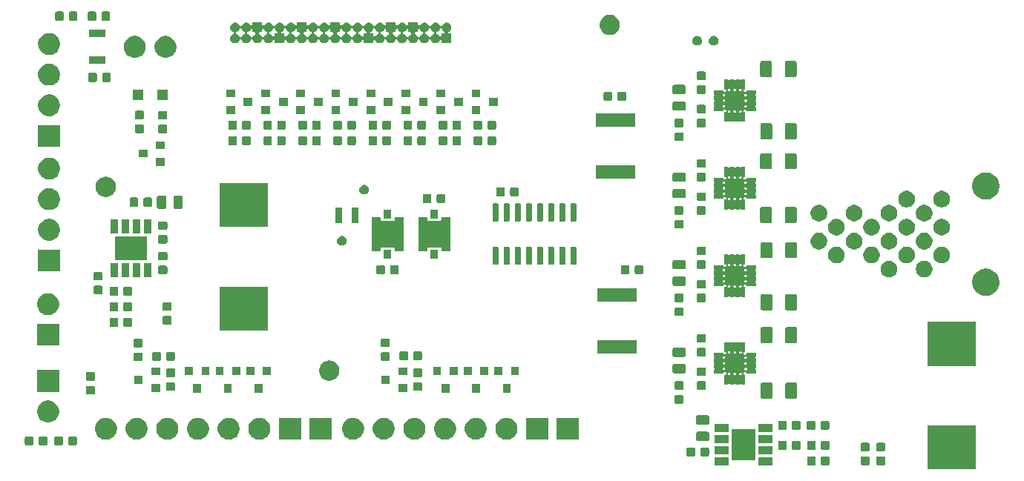
<source format=gbr>
G04 #@! TF.GenerationSoftware,KiCad,Pcbnew,(5.1.5-0-10_14)*
G04 #@! TF.CreationDate,2020-02-27T14:11:35-08:00*
G04 #@! TF.ProjectId,MotorDriverBoard_v2,4d6f746f-7244-4726-9976-6572426f6172,rev?*
G04 #@! TF.SameCoordinates,Original*
G04 #@! TF.FileFunction,Soldermask,Top*
G04 #@! TF.FilePolarity,Negative*
%FSLAX46Y46*%
G04 Gerber Fmt 4.6, Leading zero omitted, Abs format (unit mm)*
G04 Created by KiCad (PCBNEW (5.1.5-0-10_14)) date 2020-02-27 14:11:35*
%MOMM*%
%LPD*%
G04 APERTURE LIST*
%ADD10C,0.100000*%
G04 APERTURE END LIST*
D10*
G36*
X179751000Y-84251000D02*
G01*
X174249000Y-84251000D01*
X174249000Y-79249000D01*
X179751000Y-79249000D01*
X179751000Y-84251000D01*
G37*
G36*
X161352591Y-82790085D02*
G01*
X161386569Y-82800393D01*
X161417890Y-82817134D01*
X161445339Y-82839661D01*
X161467866Y-82867110D01*
X161484607Y-82898431D01*
X161494915Y-82932409D01*
X161499000Y-82973890D01*
X161499000Y-83650110D01*
X161494915Y-83691591D01*
X161484607Y-83725569D01*
X161467866Y-83756890D01*
X161445339Y-83784339D01*
X161417890Y-83806866D01*
X161386569Y-83823607D01*
X161352591Y-83833915D01*
X161311110Y-83838000D01*
X160709890Y-83838000D01*
X160668409Y-83833915D01*
X160634431Y-83823607D01*
X160603110Y-83806866D01*
X160575661Y-83784339D01*
X160553134Y-83756890D01*
X160536393Y-83725569D01*
X160526085Y-83691591D01*
X160522000Y-83650110D01*
X160522000Y-82973890D01*
X160526085Y-82932409D01*
X160536393Y-82898431D01*
X160553134Y-82867110D01*
X160575661Y-82839661D01*
X160603110Y-82817134D01*
X160634431Y-82800393D01*
X160668409Y-82790085D01*
X160709890Y-82786000D01*
X161311110Y-82786000D01*
X161352591Y-82790085D01*
G37*
G36*
X162927591Y-82790085D02*
G01*
X162961569Y-82800393D01*
X162992890Y-82817134D01*
X163020339Y-82839661D01*
X163042866Y-82867110D01*
X163059607Y-82898431D01*
X163069915Y-82932409D01*
X163074000Y-82973890D01*
X163074000Y-83650110D01*
X163069915Y-83691591D01*
X163059607Y-83725569D01*
X163042866Y-83756890D01*
X163020339Y-83784339D01*
X162992890Y-83806866D01*
X162961569Y-83823607D01*
X162927591Y-83833915D01*
X162886110Y-83838000D01*
X162284890Y-83838000D01*
X162243409Y-83833915D01*
X162209431Y-83823607D01*
X162178110Y-83806866D01*
X162150661Y-83784339D01*
X162128134Y-83756890D01*
X162111393Y-83725569D01*
X162101085Y-83691591D01*
X162097000Y-83650110D01*
X162097000Y-82973890D01*
X162101085Y-82932409D01*
X162111393Y-82898431D01*
X162128134Y-82867110D01*
X162150661Y-82839661D01*
X162178110Y-82817134D01*
X162209431Y-82800393D01*
X162243409Y-82790085D01*
X162284890Y-82786000D01*
X162886110Y-82786000D01*
X162927591Y-82790085D01*
G37*
G36*
X156607100Y-83809900D02*
G01*
X155000100Y-83809900D01*
X155000100Y-82905900D01*
X156607100Y-82905900D01*
X156607100Y-83809900D01*
G37*
G36*
X151612100Y-83809900D02*
G01*
X150005100Y-83809900D01*
X150005100Y-82905900D01*
X151612100Y-82905900D01*
X151612100Y-83809900D01*
G37*
G36*
X169289591Y-82827585D02*
G01*
X169323569Y-82837893D01*
X169354890Y-82854634D01*
X169382339Y-82877161D01*
X169404866Y-82904610D01*
X169421607Y-82935931D01*
X169431915Y-82969909D01*
X169436000Y-83011390D01*
X169436000Y-83612610D01*
X169431915Y-83654091D01*
X169421607Y-83688069D01*
X169404866Y-83719390D01*
X169382339Y-83746839D01*
X169354890Y-83769366D01*
X169323569Y-83786107D01*
X169289591Y-83796415D01*
X169248110Y-83800500D01*
X168571890Y-83800500D01*
X168530409Y-83796415D01*
X168496431Y-83786107D01*
X168465110Y-83769366D01*
X168437661Y-83746839D01*
X168415134Y-83719390D01*
X168398393Y-83688069D01*
X168388085Y-83654091D01*
X168384000Y-83612610D01*
X168384000Y-83011390D01*
X168388085Y-82969909D01*
X168398393Y-82935931D01*
X168415134Y-82904610D01*
X168437661Y-82877161D01*
X168465110Y-82854634D01*
X168496431Y-82837893D01*
X168530409Y-82827585D01*
X168571890Y-82823500D01*
X169248110Y-82823500D01*
X169289591Y-82827585D01*
G37*
G36*
X167511591Y-82827585D02*
G01*
X167545569Y-82837893D01*
X167576890Y-82854634D01*
X167604339Y-82877161D01*
X167626866Y-82904610D01*
X167643607Y-82935931D01*
X167653915Y-82969909D01*
X167658000Y-83011390D01*
X167658000Y-83612610D01*
X167653915Y-83654091D01*
X167643607Y-83688069D01*
X167626866Y-83719390D01*
X167604339Y-83746839D01*
X167576890Y-83769366D01*
X167545569Y-83786107D01*
X167511591Y-83796415D01*
X167470110Y-83800500D01*
X166793890Y-83800500D01*
X166752409Y-83796415D01*
X166718431Y-83786107D01*
X166687110Y-83769366D01*
X166659661Y-83746839D01*
X166637134Y-83719390D01*
X166620393Y-83688069D01*
X166610085Y-83654091D01*
X166606000Y-83612610D01*
X166606000Y-83011390D01*
X166610085Y-82969909D01*
X166620393Y-82935931D01*
X166637134Y-82904610D01*
X166659661Y-82877161D01*
X166687110Y-82854634D01*
X166718431Y-82837893D01*
X166752409Y-82827585D01*
X166793890Y-82823500D01*
X167470110Y-82823500D01*
X167511591Y-82827585D01*
G37*
G36*
X154663600Y-83254900D02*
G01*
X151948600Y-83254900D01*
X151948600Y-79650900D01*
X154663600Y-79650900D01*
X154663600Y-83254900D01*
G37*
G36*
X147611091Y-81774085D02*
G01*
X147645069Y-81784393D01*
X147676390Y-81801134D01*
X147703839Y-81823661D01*
X147726366Y-81851110D01*
X147743107Y-81882431D01*
X147753415Y-81916409D01*
X147757500Y-81957890D01*
X147757500Y-82634110D01*
X147753415Y-82675591D01*
X147743107Y-82709569D01*
X147726366Y-82740890D01*
X147703839Y-82768339D01*
X147676390Y-82790866D01*
X147645069Y-82807607D01*
X147611091Y-82817915D01*
X147569610Y-82822000D01*
X146968390Y-82822000D01*
X146926909Y-82817915D01*
X146892931Y-82807607D01*
X146861610Y-82790866D01*
X146834161Y-82768339D01*
X146811634Y-82740890D01*
X146794893Y-82709569D01*
X146784585Y-82675591D01*
X146780500Y-82634110D01*
X146780500Y-81957890D01*
X146784585Y-81916409D01*
X146794893Y-81882431D01*
X146811634Y-81851110D01*
X146834161Y-81823661D01*
X146861610Y-81801134D01*
X146892931Y-81784393D01*
X146926909Y-81774085D01*
X146968390Y-81770000D01*
X147569610Y-81770000D01*
X147611091Y-81774085D01*
G37*
G36*
X149186091Y-81774085D02*
G01*
X149220069Y-81784393D01*
X149251390Y-81801134D01*
X149278839Y-81823661D01*
X149301366Y-81851110D01*
X149318107Y-81882431D01*
X149328415Y-81916409D01*
X149332500Y-81957890D01*
X149332500Y-82634110D01*
X149328415Y-82675591D01*
X149318107Y-82709569D01*
X149301366Y-82740890D01*
X149278839Y-82768339D01*
X149251390Y-82790866D01*
X149220069Y-82807607D01*
X149186091Y-82817915D01*
X149144610Y-82822000D01*
X148543390Y-82822000D01*
X148501909Y-82817915D01*
X148467931Y-82807607D01*
X148436610Y-82790866D01*
X148409161Y-82768339D01*
X148386634Y-82740890D01*
X148369893Y-82709569D01*
X148359585Y-82675591D01*
X148355500Y-82634110D01*
X148355500Y-81957890D01*
X148359585Y-81916409D01*
X148369893Y-81882431D01*
X148386634Y-81851110D01*
X148409161Y-81823661D01*
X148436610Y-81801134D01*
X148467931Y-81784393D01*
X148501909Y-81774085D01*
X148543390Y-81770000D01*
X149144610Y-81770000D01*
X149186091Y-81774085D01*
G37*
G36*
X151612100Y-82539900D02*
G01*
X150005100Y-82539900D01*
X150005100Y-81635900D01*
X151612100Y-81635900D01*
X151612100Y-82539900D01*
G37*
G36*
X156607100Y-82539900D02*
G01*
X155000100Y-82539900D01*
X155000100Y-81635900D01*
X156607100Y-81635900D01*
X156607100Y-82539900D01*
G37*
G36*
X167511591Y-81252585D02*
G01*
X167545569Y-81262893D01*
X167576890Y-81279634D01*
X167604339Y-81302161D01*
X167626866Y-81329610D01*
X167643607Y-81360931D01*
X167653915Y-81394909D01*
X167658000Y-81436390D01*
X167658000Y-82037610D01*
X167653915Y-82079091D01*
X167643607Y-82113069D01*
X167626866Y-82144390D01*
X167604339Y-82171839D01*
X167576890Y-82194366D01*
X167545569Y-82211107D01*
X167511591Y-82221415D01*
X167470110Y-82225500D01*
X166793890Y-82225500D01*
X166752409Y-82221415D01*
X166718431Y-82211107D01*
X166687110Y-82194366D01*
X166659661Y-82171839D01*
X166637134Y-82144390D01*
X166620393Y-82113069D01*
X166610085Y-82079091D01*
X166606000Y-82037610D01*
X166606000Y-81436390D01*
X166610085Y-81394909D01*
X166620393Y-81360931D01*
X166637134Y-81329610D01*
X166659661Y-81302161D01*
X166687110Y-81279634D01*
X166718431Y-81262893D01*
X166752409Y-81252585D01*
X166793890Y-81248500D01*
X167470110Y-81248500D01*
X167511591Y-81252585D01*
G37*
G36*
X169289591Y-81252585D02*
G01*
X169323569Y-81262893D01*
X169354890Y-81279634D01*
X169382339Y-81302161D01*
X169404866Y-81329610D01*
X169421607Y-81360931D01*
X169431915Y-81394909D01*
X169436000Y-81436390D01*
X169436000Y-82037610D01*
X169431915Y-82079091D01*
X169421607Y-82113069D01*
X169404866Y-82144390D01*
X169382339Y-82171839D01*
X169354890Y-82194366D01*
X169323569Y-82211107D01*
X169289591Y-82221415D01*
X169248110Y-82225500D01*
X168571890Y-82225500D01*
X168530409Y-82221415D01*
X168496431Y-82211107D01*
X168465110Y-82194366D01*
X168437661Y-82171839D01*
X168415134Y-82144390D01*
X168398393Y-82113069D01*
X168388085Y-82079091D01*
X168384000Y-82037610D01*
X168384000Y-81436390D01*
X168388085Y-81394909D01*
X168398393Y-81360931D01*
X168415134Y-81329610D01*
X168437661Y-81302161D01*
X168465110Y-81279634D01*
X168496431Y-81262893D01*
X168530409Y-81252585D01*
X168571890Y-81248500D01*
X169248110Y-81248500D01*
X169289591Y-81252585D01*
G37*
G36*
X158050591Y-81012085D02*
G01*
X158084569Y-81022393D01*
X158115890Y-81039134D01*
X158143339Y-81061661D01*
X158165866Y-81089110D01*
X158182607Y-81120431D01*
X158192915Y-81154409D01*
X158197000Y-81195890D01*
X158197000Y-81872110D01*
X158192915Y-81913591D01*
X158182607Y-81947569D01*
X158165866Y-81978890D01*
X158143339Y-82006339D01*
X158115890Y-82028866D01*
X158084569Y-82045607D01*
X158050591Y-82055915D01*
X158009110Y-82060000D01*
X157407890Y-82060000D01*
X157366409Y-82055915D01*
X157332431Y-82045607D01*
X157301110Y-82028866D01*
X157273661Y-82006339D01*
X157251134Y-81978890D01*
X157234393Y-81947569D01*
X157224085Y-81913591D01*
X157220000Y-81872110D01*
X157220000Y-81195890D01*
X157224085Y-81154409D01*
X157234393Y-81120431D01*
X157251134Y-81089110D01*
X157273661Y-81061661D01*
X157301110Y-81039134D01*
X157332431Y-81022393D01*
X157366409Y-81012085D01*
X157407890Y-81008000D01*
X158009110Y-81008000D01*
X158050591Y-81012085D01*
G37*
G36*
X159625591Y-81012085D02*
G01*
X159659569Y-81022393D01*
X159690890Y-81039134D01*
X159718339Y-81061661D01*
X159740866Y-81089110D01*
X159757607Y-81120431D01*
X159767915Y-81154409D01*
X159772000Y-81195890D01*
X159772000Y-81872110D01*
X159767915Y-81913591D01*
X159757607Y-81947569D01*
X159740866Y-81978890D01*
X159718339Y-82006339D01*
X159690890Y-82028866D01*
X159659569Y-82045607D01*
X159625591Y-82055915D01*
X159584110Y-82060000D01*
X158982890Y-82060000D01*
X158941409Y-82055915D01*
X158907431Y-82045607D01*
X158876110Y-82028866D01*
X158848661Y-82006339D01*
X158826134Y-81978890D01*
X158809393Y-81947569D01*
X158799085Y-81913591D01*
X158795000Y-81872110D01*
X158795000Y-81195890D01*
X158799085Y-81154409D01*
X158809393Y-81120431D01*
X158826134Y-81089110D01*
X158848661Y-81061661D01*
X158876110Y-81039134D01*
X158907431Y-81022393D01*
X158941409Y-81012085D01*
X158982890Y-81008000D01*
X159584110Y-81008000D01*
X159625591Y-81012085D01*
G37*
G36*
X162927591Y-81012085D02*
G01*
X162961569Y-81022393D01*
X162992890Y-81039134D01*
X163020339Y-81061661D01*
X163042866Y-81089110D01*
X163059607Y-81120431D01*
X163069915Y-81154409D01*
X163074000Y-81195890D01*
X163074000Y-81872110D01*
X163069915Y-81913591D01*
X163059607Y-81947569D01*
X163042866Y-81978890D01*
X163020339Y-82006339D01*
X162992890Y-82028866D01*
X162961569Y-82045607D01*
X162927591Y-82055915D01*
X162886110Y-82060000D01*
X162284890Y-82060000D01*
X162243409Y-82055915D01*
X162209431Y-82045607D01*
X162178110Y-82028866D01*
X162150661Y-82006339D01*
X162128134Y-81978890D01*
X162111393Y-81947569D01*
X162101085Y-81913591D01*
X162097000Y-81872110D01*
X162097000Y-81195890D01*
X162101085Y-81154409D01*
X162111393Y-81120431D01*
X162128134Y-81089110D01*
X162150661Y-81061661D01*
X162178110Y-81039134D01*
X162209431Y-81022393D01*
X162243409Y-81012085D01*
X162284890Y-81008000D01*
X162886110Y-81008000D01*
X162927591Y-81012085D01*
G37*
G36*
X161352591Y-81012085D02*
G01*
X161386569Y-81022393D01*
X161417890Y-81039134D01*
X161445339Y-81061661D01*
X161467866Y-81089110D01*
X161484607Y-81120431D01*
X161494915Y-81154409D01*
X161499000Y-81195890D01*
X161499000Y-81872110D01*
X161494915Y-81913591D01*
X161484607Y-81947569D01*
X161467866Y-81978890D01*
X161445339Y-82006339D01*
X161417890Y-82028866D01*
X161386569Y-82045607D01*
X161352591Y-82055915D01*
X161311110Y-82060000D01*
X160709890Y-82060000D01*
X160668409Y-82055915D01*
X160634431Y-82045607D01*
X160603110Y-82028866D01*
X160575661Y-82006339D01*
X160553134Y-81978890D01*
X160536393Y-81947569D01*
X160526085Y-81913591D01*
X160522000Y-81872110D01*
X160522000Y-81195890D01*
X160526085Y-81154409D01*
X160536393Y-81120431D01*
X160553134Y-81089110D01*
X160575661Y-81061661D01*
X160603110Y-81039134D01*
X160634431Y-81022393D01*
X160668409Y-81012085D01*
X160709890Y-81008000D01*
X161311110Y-81008000D01*
X161352591Y-81012085D01*
G37*
G36*
X72097091Y-80504085D02*
G01*
X72131069Y-80514393D01*
X72162390Y-80531134D01*
X72189839Y-80553661D01*
X72212366Y-80581110D01*
X72229107Y-80612431D01*
X72239415Y-80646409D01*
X72243500Y-80687890D01*
X72243500Y-81364110D01*
X72239415Y-81405591D01*
X72229107Y-81439569D01*
X72212366Y-81470890D01*
X72189839Y-81498339D01*
X72162390Y-81520866D01*
X72131069Y-81537607D01*
X72097091Y-81547915D01*
X72055610Y-81552000D01*
X71454390Y-81552000D01*
X71412909Y-81547915D01*
X71378931Y-81537607D01*
X71347610Y-81520866D01*
X71320161Y-81498339D01*
X71297634Y-81470890D01*
X71280893Y-81439569D01*
X71270585Y-81405591D01*
X71266500Y-81364110D01*
X71266500Y-80687890D01*
X71270585Y-80646409D01*
X71280893Y-80612431D01*
X71297634Y-80581110D01*
X71320161Y-80553661D01*
X71347610Y-80531134D01*
X71378931Y-80514393D01*
X71412909Y-80504085D01*
X71454390Y-80500000D01*
X72055610Y-80500000D01*
X72097091Y-80504085D01*
G37*
G36*
X73672091Y-80504085D02*
G01*
X73706069Y-80514393D01*
X73737390Y-80531134D01*
X73764839Y-80553661D01*
X73787366Y-80581110D01*
X73804107Y-80612431D01*
X73814415Y-80646409D01*
X73818500Y-80687890D01*
X73818500Y-81364110D01*
X73814415Y-81405591D01*
X73804107Y-81439569D01*
X73787366Y-81470890D01*
X73764839Y-81498339D01*
X73737390Y-81520866D01*
X73706069Y-81537607D01*
X73672091Y-81547915D01*
X73630610Y-81552000D01*
X73029390Y-81552000D01*
X72987909Y-81547915D01*
X72953931Y-81537607D01*
X72922610Y-81520866D01*
X72895161Y-81498339D01*
X72872634Y-81470890D01*
X72855893Y-81439569D01*
X72845585Y-81405591D01*
X72841500Y-81364110D01*
X72841500Y-80687890D01*
X72845585Y-80646409D01*
X72855893Y-80612431D01*
X72872634Y-80581110D01*
X72895161Y-80553661D01*
X72922610Y-80531134D01*
X72953931Y-80514393D01*
X72987909Y-80504085D01*
X73029390Y-80500000D01*
X73630610Y-80500000D01*
X73672091Y-80504085D01*
G37*
G36*
X75475091Y-80504085D02*
G01*
X75509069Y-80514393D01*
X75540390Y-80531134D01*
X75567839Y-80553661D01*
X75590366Y-80581110D01*
X75607107Y-80612431D01*
X75617415Y-80646409D01*
X75621500Y-80687890D01*
X75621500Y-81364110D01*
X75617415Y-81405591D01*
X75607107Y-81439569D01*
X75590366Y-81470890D01*
X75567839Y-81498339D01*
X75540390Y-81520866D01*
X75509069Y-81537607D01*
X75475091Y-81547915D01*
X75433610Y-81552000D01*
X74832390Y-81552000D01*
X74790909Y-81547915D01*
X74756931Y-81537607D01*
X74725610Y-81520866D01*
X74698161Y-81498339D01*
X74675634Y-81470890D01*
X74658893Y-81439569D01*
X74648585Y-81405591D01*
X74644500Y-81364110D01*
X74644500Y-80687890D01*
X74648585Y-80646409D01*
X74658893Y-80612431D01*
X74675634Y-80581110D01*
X74698161Y-80553661D01*
X74725610Y-80531134D01*
X74756931Y-80514393D01*
X74790909Y-80504085D01*
X74832390Y-80500000D01*
X75433610Y-80500000D01*
X75475091Y-80504085D01*
G37*
G36*
X77050091Y-80504085D02*
G01*
X77084069Y-80514393D01*
X77115390Y-80531134D01*
X77142839Y-80553661D01*
X77165366Y-80581110D01*
X77182107Y-80612431D01*
X77192415Y-80646409D01*
X77196500Y-80687890D01*
X77196500Y-81364110D01*
X77192415Y-81405591D01*
X77182107Y-81439569D01*
X77165366Y-81470890D01*
X77142839Y-81498339D01*
X77115390Y-81520866D01*
X77084069Y-81537607D01*
X77050091Y-81547915D01*
X77008610Y-81552000D01*
X76407390Y-81552000D01*
X76365909Y-81547915D01*
X76331931Y-81537607D01*
X76300610Y-81520866D01*
X76273161Y-81498339D01*
X76250634Y-81470890D01*
X76233893Y-81439569D01*
X76223585Y-81405591D01*
X76219500Y-81364110D01*
X76219500Y-80687890D01*
X76223585Y-80646409D01*
X76233893Y-80612431D01*
X76250634Y-80581110D01*
X76273161Y-80553661D01*
X76300610Y-80531134D01*
X76331931Y-80514393D01*
X76365909Y-80504085D01*
X76407390Y-80500000D01*
X77008610Y-80500000D01*
X77050091Y-80504085D01*
G37*
G36*
X151612100Y-81269900D02*
G01*
X150005100Y-81269900D01*
X150005100Y-80365900D01*
X151612100Y-80365900D01*
X151612100Y-81269900D01*
G37*
G36*
X156607100Y-81269900D02*
G01*
X155000100Y-81269900D01*
X155000100Y-80365900D01*
X156607100Y-80365900D01*
X156607100Y-81269900D01*
G37*
G36*
X149174468Y-79984065D02*
G01*
X149213138Y-79995796D01*
X149248777Y-80014846D01*
X149280017Y-80040483D01*
X149305654Y-80071723D01*
X149324704Y-80107362D01*
X149336435Y-80146032D01*
X149341000Y-80192388D01*
X149341000Y-80843612D01*
X149336435Y-80889968D01*
X149324704Y-80928638D01*
X149305654Y-80964277D01*
X149280017Y-80995517D01*
X149248777Y-81021154D01*
X149213138Y-81040204D01*
X149174468Y-81051935D01*
X149128112Y-81056500D01*
X148051888Y-81056500D01*
X148005532Y-81051935D01*
X147966862Y-81040204D01*
X147931223Y-81021154D01*
X147899983Y-80995517D01*
X147874346Y-80964277D01*
X147855296Y-80928638D01*
X147843565Y-80889968D01*
X147839000Y-80843612D01*
X147839000Y-80192388D01*
X147843565Y-80146032D01*
X147855296Y-80107362D01*
X147874346Y-80071723D01*
X147899983Y-80040483D01*
X147931223Y-80014846D01*
X147966862Y-79995796D01*
X148005532Y-79984065D01*
X148051888Y-79979500D01*
X149128112Y-79979500D01*
X149174468Y-79984065D01*
G37*
G36*
X98382903Y-78426075D02*
G01*
X98478002Y-78465466D01*
X98610571Y-78520378D01*
X98815466Y-78657285D01*
X98989715Y-78831534D01*
X99081308Y-78968612D01*
X99126623Y-79036431D01*
X99220925Y-79264097D01*
X99269000Y-79505786D01*
X99269000Y-79752214D01*
X99267529Y-79759607D01*
X99220925Y-79993903D01*
X99126622Y-80221571D01*
X98989715Y-80426466D01*
X98815466Y-80600715D01*
X98610571Y-80737622D01*
X98610570Y-80737623D01*
X98610569Y-80737623D01*
X98382903Y-80831925D01*
X98141214Y-80880000D01*
X97894786Y-80880000D01*
X97653097Y-80831925D01*
X97425431Y-80737623D01*
X97425430Y-80737623D01*
X97425429Y-80737622D01*
X97220534Y-80600715D01*
X97046285Y-80426466D01*
X96909378Y-80221571D01*
X96815075Y-79993903D01*
X96768471Y-79759607D01*
X96767000Y-79752214D01*
X96767000Y-79505786D01*
X96815075Y-79264097D01*
X96909377Y-79036431D01*
X96954692Y-78968612D01*
X97046285Y-78831534D01*
X97220534Y-78657285D01*
X97425429Y-78520378D01*
X97557999Y-78465466D01*
X97653097Y-78426075D01*
X97894786Y-78378000D01*
X98141214Y-78378000D01*
X98382903Y-78426075D01*
G37*
G36*
X134463000Y-80880000D02*
G01*
X131961000Y-80880000D01*
X131961000Y-78378000D01*
X134463000Y-78378000D01*
X134463000Y-80880000D01*
G37*
G36*
X80882903Y-78426075D02*
G01*
X80978002Y-78465466D01*
X81110571Y-78520378D01*
X81315466Y-78657285D01*
X81489715Y-78831534D01*
X81581308Y-78968612D01*
X81626623Y-79036431D01*
X81720925Y-79264097D01*
X81769000Y-79505786D01*
X81769000Y-79752214D01*
X81767529Y-79759607D01*
X81720925Y-79993903D01*
X81626622Y-80221571D01*
X81489715Y-80426466D01*
X81315466Y-80600715D01*
X81110571Y-80737622D01*
X81110570Y-80737623D01*
X81110569Y-80737623D01*
X80882903Y-80831925D01*
X80641214Y-80880000D01*
X80394786Y-80880000D01*
X80153097Y-80831925D01*
X79925431Y-80737623D01*
X79925430Y-80737623D01*
X79925429Y-80737622D01*
X79720534Y-80600715D01*
X79546285Y-80426466D01*
X79409378Y-80221571D01*
X79315075Y-79993903D01*
X79268471Y-79759607D01*
X79267000Y-79752214D01*
X79267000Y-79505786D01*
X79315075Y-79264097D01*
X79409377Y-79036431D01*
X79454692Y-78968612D01*
X79546285Y-78831534D01*
X79720534Y-78657285D01*
X79925429Y-78520378D01*
X80057999Y-78465466D01*
X80153097Y-78426075D01*
X80394786Y-78378000D01*
X80641214Y-78378000D01*
X80882903Y-78426075D01*
G37*
G36*
X84382903Y-78426075D02*
G01*
X84478002Y-78465466D01*
X84610571Y-78520378D01*
X84815466Y-78657285D01*
X84989715Y-78831534D01*
X85081308Y-78968612D01*
X85126623Y-79036431D01*
X85220925Y-79264097D01*
X85269000Y-79505786D01*
X85269000Y-79752214D01*
X85267529Y-79759607D01*
X85220925Y-79993903D01*
X85126622Y-80221571D01*
X84989715Y-80426466D01*
X84815466Y-80600715D01*
X84610571Y-80737622D01*
X84610570Y-80737623D01*
X84610569Y-80737623D01*
X84382903Y-80831925D01*
X84141214Y-80880000D01*
X83894786Y-80880000D01*
X83653097Y-80831925D01*
X83425431Y-80737623D01*
X83425430Y-80737623D01*
X83425429Y-80737622D01*
X83220534Y-80600715D01*
X83046285Y-80426466D01*
X82909378Y-80221571D01*
X82815075Y-79993903D01*
X82768471Y-79759607D01*
X82767000Y-79752214D01*
X82767000Y-79505786D01*
X82815075Y-79264097D01*
X82909377Y-79036431D01*
X82954692Y-78968612D01*
X83046285Y-78831534D01*
X83220534Y-78657285D01*
X83425429Y-78520378D01*
X83557999Y-78465466D01*
X83653097Y-78426075D01*
X83894786Y-78378000D01*
X84141214Y-78378000D01*
X84382903Y-78426075D01*
G37*
G36*
X87882903Y-78426075D02*
G01*
X87978002Y-78465466D01*
X88110571Y-78520378D01*
X88315466Y-78657285D01*
X88489715Y-78831534D01*
X88581308Y-78968612D01*
X88626623Y-79036431D01*
X88720925Y-79264097D01*
X88769000Y-79505786D01*
X88769000Y-79752214D01*
X88767529Y-79759607D01*
X88720925Y-79993903D01*
X88626622Y-80221571D01*
X88489715Y-80426466D01*
X88315466Y-80600715D01*
X88110571Y-80737622D01*
X88110570Y-80737623D01*
X88110569Y-80737623D01*
X87882903Y-80831925D01*
X87641214Y-80880000D01*
X87394786Y-80880000D01*
X87153097Y-80831925D01*
X86925431Y-80737623D01*
X86925430Y-80737623D01*
X86925429Y-80737622D01*
X86720534Y-80600715D01*
X86546285Y-80426466D01*
X86409378Y-80221571D01*
X86315075Y-79993903D01*
X86268471Y-79759607D01*
X86267000Y-79752214D01*
X86267000Y-79505786D01*
X86315075Y-79264097D01*
X86409377Y-79036431D01*
X86454692Y-78968612D01*
X86546285Y-78831534D01*
X86720534Y-78657285D01*
X86925429Y-78520378D01*
X87057999Y-78465466D01*
X87153097Y-78426075D01*
X87394786Y-78378000D01*
X87641214Y-78378000D01*
X87882903Y-78426075D01*
G37*
G36*
X91382903Y-78426075D02*
G01*
X91478002Y-78465466D01*
X91610571Y-78520378D01*
X91815466Y-78657285D01*
X91989715Y-78831534D01*
X92081308Y-78968612D01*
X92126623Y-79036431D01*
X92220925Y-79264097D01*
X92269000Y-79505786D01*
X92269000Y-79752214D01*
X92267529Y-79759607D01*
X92220925Y-79993903D01*
X92126622Y-80221571D01*
X91989715Y-80426466D01*
X91815466Y-80600715D01*
X91610571Y-80737622D01*
X91610570Y-80737623D01*
X91610569Y-80737623D01*
X91382903Y-80831925D01*
X91141214Y-80880000D01*
X90894786Y-80880000D01*
X90653097Y-80831925D01*
X90425431Y-80737623D01*
X90425430Y-80737623D01*
X90425429Y-80737622D01*
X90220534Y-80600715D01*
X90046285Y-80426466D01*
X89909378Y-80221571D01*
X89815075Y-79993903D01*
X89768471Y-79759607D01*
X89767000Y-79752214D01*
X89767000Y-79505786D01*
X89815075Y-79264097D01*
X89909377Y-79036431D01*
X89954692Y-78968612D01*
X90046285Y-78831534D01*
X90220534Y-78657285D01*
X90425429Y-78520378D01*
X90557999Y-78465466D01*
X90653097Y-78426075D01*
X90894786Y-78378000D01*
X91141214Y-78378000D01*
X91382903Y-78426075D01*
G37*
G36*
X94882903Y-78426075D02*
G01*
X94978002Y-78465466D01*
X95110571Y-78520378D01*
X95315466Y-78657285D01*
X95489715Y-78831534D01*
X95581308Y-78968612D01*
X95626623Y-79036431D01*
X95720925Y-79264097D01*
X95769000Y-79505786D01*
X95769000Y-79752214D01*
X95767529Y-79759607D01*
X95720925Y-79993903D01*
X95626622Y-80221571D01*
X95489715Y-80426466D01*
X95315466Y-80600715D01*
X95110571Y-80737622D01*
X95110570Y-80737623D01*
X95110569Y-80737623D01*
X94882903Y-80831925D01*
X94641214Y-80880000D01*
X94394786Y-80880000D01*
X94153097Y-80831925D01*
X93925431Y-80737623D01*
X93925430Y-80737623D01*
X93925429Y-80737622D01*
X93720534Y-80600715D01*
X93546285Y-80426466D01*
X93409378Y-80221571D01*
X93315075Y-79993903D01*
X93268471Y-79759607D01*
X93267000Y-79752214D01*
X93267000Y-79505786D01*
X93315075Y-79264097D01*
X93409377Y-79036431D01*
X93454692Y-78968612D01*
X93546285Y-78831534D01*
X93720534Y-78657285D01*
X93925429Y-78520378D01*
X94057999Y-78465466D01*
X94153097Y-78426075D01*
X94394786Y-78378000D01*
X94641214Y-78378000D01*
X94882903Y-78426075D01*
G37*
G36*
X102769000Y-80880000D02*
G01*
X100267000Y-80880000D01*
X100267000Y-78378000D01*
X102769000Y-78378000D01*
X102769000Y-80880000D01*
G37*
G36*
X106269000Y-80880000D02*
G01*
X103767000Y-80880000D01*
X103767000Y-78378000D01*
X106269000Y-78378000D01*
X106269000Y-80880000D01*
G37*
G36*
X109076903Y-78426075D02*
G01*
X109172002Y-78465466D01*
X109304571Y-78520378D01*
X109509466Y-78657285D01*
X109683715Y-78831534D01*
X109775308Y-78968612D01*
X109820623Y-79036431D01*
X109914925Y-79264097D01*
X109963000Y-79505786D01*
X109963000Y-79752214D01*
X109961529Y-79759607D01*
X109914925Y-79993903D01*
X109820622Y-80221571D01*
X109683715Y-80426466D01*
X109509466Y-80600715D01*
X109304571Y-80737622D01*
X109304570Y-80737623D01*
X109304569Y-80737623D01*
X109076903Y-80831925D01*
X108835214Y-80880000D01*
X108588786Y-80880000D01*
X108347097Y-80831925D01*
X108119431Y-80737623D01*
X108119430Y-80737623D01*
X108119429Y-80737622D01*
X107914534Y-80600715D01*
X107740285Y-80426466D01*
X107603378Y-80221571D01*
X107509075Y-79993903D01*
X107462471Y-79759607D01*
X107461000Y-79752214D01*
X107461000Y-79505786D01*
X107509075Y-79264097D01*
X107603377Y-79036431D01*
X107648692Y-78968612D01*
X107740285Y-78831534D01*
X107914534Y-78657285D01*
X108119429Y-78520378D01*
X108251999Y-78465466D01*
X108347097Y-78426075D01*
X108588786Y-78378000D01*
X108835214Y-78378000D01*
X109076903Y-78426075D01*
G37*
G36*
X112576903Y-78426075D02*
G01*
X112672002Y-78465466D01*
X112804571Y-78520378D01*
X113009466Y-78657285D01*
X113183715Y-78831534D01*
X113275308Y-78968612D01*
X113320623Y-79036431D01*
X113414925Y-79264097D01*
X113463000Y-79505786D01*
X113463000Y-79752214D01*
X113461529Y-79759607D01*
X113414925Y-79993903D01*
X113320622Y-80221571D01*
X113183715Y-80426466D01*
X113009466Y-80600715D01*
X112804571Y-80737622D01*
X112804570Y-80737623D01*
X112804569Y-80737623D01*
X112576903Y-80831925D01*
X112335214Y-80880000D01*
X112088786Y-80880000D01*
X111847097Y-80831925D01*
X111619431Y-80737623D01*
X111619430Y-80737623D01*
X111619429Y-80737622D01*
X111414534Y-80600715D01*
X111240285Y-80426466D01*
X111103378Y-80221571D01*
X111009075Y-79993903D01*
X110962471Y-79759607D01*
X110961000Y-79752214D01*
X110961000Y-79505786D01*
X111009075Y-79264097D01*
X111103377Y-79036431D01*
X111148692Y-78968612D01*
X111240285Y-78831534D01*
X111414534Y-78657285D01*
X111619429Y-78520378D01*
X111751999Y-78465466D01*
X111847097Y-78426075D01*
X112088786Y-78378000D01*
X112335214Y-78378000D01*
X112576903Y-78426075D01*
G37*
G36*
X116076903Y-78426075D02*
G01*
X116172002Y-78465466D01*
X116304571Y-78520378D01*
X116509466Y-78657285D01*
X116683715Y-78831534D01*
X116775308Y-78968612D01*
X116820623Y-79036431D01*
X116914925Y-79264097D01*
X116963000Y-79505786D01*
X116963000Y-79752214D01*
X116961529Y-79759607D01*
X116914925Y-79993903D01*
X116820622Y-80221571D01*
X116683715Y-80426466D01*
X116509466Y-80600715D01*
X116304571Y-80737622D01*
X116304570Y-80737623D01*
X116304569Y-80737623D01*
X116076903Y-80831925D01*
X115835214Y-80880000D01*
X115588786Y-80880000D01*
X115347097Y-80831925D01*
X115119431Y-80737623D01*
X115119430Y-80737623D01*
X115119429Y-80737622D01*
X114914534Y-80600715D01*
X114740285Y-80426466D01*
X114603378Y-80221571D01*
X114509075Y-79993903D01*
X114462471Y-79759607D01*
X114461000Y-79752214D01*
X114461000Y-79505786D01*
X114509075Y-79264097D01*
X114603377Y-79036431D01*
X114648692Y-78968612D01*
X114740285Y-78831534D01*
X114914534Y-78657285D01*
X115119429Y-78520378D01*
X115251999Y-78465466D01*
X115347097Y-78426075D01*
X115588786Y-78378000D01*
X115835214Y-78378000D01*
X116076903Y-78426075D01*
G37*
G36*
X119576903Y-78426075D02*
G01*
X119672002Y-78465466D01*
X119804571Y-78520378D01*
X120009466Y-78657285D01*
X120183715Y-78831534D01*
X120275308Y-78968612D01*
X120320623Y-79036431D01*
X120414925Y-79264097D01*
X120463000Y-79505786D01*
X120463000Y-79752214D01*
X120461529Y-79759607D01*
X120414925Y-79993903D01*
X120320622Y-80221571D01*
X120183715Y-80426466D01*
X120009466Y-80600715D01*
X119804571Y-80737622D01*
X119804570Y-80737623D01*
X119804569Y-80737623D01*
X119576903Y-80831925D01*
X119335214Y-80880000D01*
X119088786Y-80880000D01*
X118847097Y-80831925D01*
X118619431Y-80737623D01*
X118619430Y-80737623D01*
X118619429Y-80737622D01*
X118414534Y-80600715D01*
X118240285Y-80426466D01*
X118103378Y-80221571D01*
X118009075Y-79993903D01*
X117962471Y-79759607D01*
X117961000Y-79752214D01*
X117961000Y-79505786D01*
X118009075Y-79264097D01*
X118103377Y-79036431D01*
X118148692Y-78968612D01*
X118240285Y-78831534D01*
X118414534Y-78657285D01*
X118619429Y-78520378D01*
X118751999Y-78465466D01*
X118847097Y-78426075D01*
X119088786Y-78378000D01*
X119335214Y-78378000D01*
X119576903Y-78426075D01*
G37*
G36*
X123076903Y-78426075D02*
G01*
X123172002Y-78465466D01*
X123304571Y-78520378D01*
X123509466Y-78657285D01*
X123683715Y-78831534D01*
X123775308Y-78968612D01*
X123820623Y-79036431D01*
X123914925Y-79264097D01*
X123963000Y-79505786D01*
X123963000Y-79752214D01*
X123961529Y-79759607D01*
X123914925Y-79993903D01*
X123820622Y-80221571D01*
X123683715Y-80426466D01*
X123509466Y-80600715D01*
X123304571Y-80737622D01*
X123304570Y-80737623D01*
X123304569Y-80737623D01*
X123076903Y-80831925D01*
X122835214Y-80880000D01*
X122588786Y-80880000D01*
X122347097Y-80831925D01*
X122119431Y-80737623D01*
X122119430Y-80737623D01*
X122119429Y-80737622D01*
X121914534Y-80600715D01*
X121740285Y-80426466D01*
X121603378Y-80221571D01*
X121509075Y-79993903D01*
X121462471Y-79759607D01*
X121461000Y-79752214D01*
X121461000Y-79505786D01*
X121509075Y-79264097D01*
X121603377Y-79036431D01*
X121648692Y-78968612D01*
X121740285Y-78831534D01*
X121914534Y-78657285D01*
X122119429Y-78520378D01*
X122251999Y-78465466D01*
X122347097Y-78426075D01*
X122588786Y-78378000D01*
X122835214Y-78378000D01*
X123076903Y-78426075D01*
G37*
G36*
X126576903Y-78426075D02*
G01*
X126672002Y-78465466D01*
X126804571Y-78520378D01*
X127009466Y-78657285D01*
X127183715Y-78831534D01*
X127275308Y-78968612D01*
X127320623Y-79036431D01*
X127414925Y-79264097D01*
X127463000Y-79505786D01*
X127463000Y-79752214D01*
X127461529Y-79759607D01*
X127414925Y-79993903D01*
X127320622Y-80221571D01*
X127183715Y-80426466D01*
X127009466Y-80600715D01*
X126804571Y-80737622D01*
X126804570Y-80737623D01*
X126804569Y-80737623D01*
X126576903Y-80831925D01*
X126335214Y-80880000D01*
X126088786Y-80880000D01*
X125847097Y-80831925D01*
X125619431Y-80737623D01*
X125619430Y-80737623D01*
X125619429Y-80737622D01*
X125414534Y-80600715D01*
X125240285Y-80426466D01*
X125103378Y-80221571D01*
X125009075Y-79993903D01*
X124962471Y-79759607D01*
X124961000Y-79752214D01*
X124961000Y-79505786D01*
X125009075Y-79264097D01*
X125103377Y-79036431D01*
X125148692Y-78968612D01*
X125240285Y-78831534D01*
X125414534Y-78657285D01*
X125619429Y-78520378D01*
X125751999Y-78465466D01*
X125847097Y-78426075D01*
X126088786Y-78378000D01*
X126335214Y-78378000D01*
X126576903Y-78426075D01*
G37*
G36*
X130963000Y-80880000D02*
G01*
X128461000Y-80880000D01*
X128461000Y-78378000D01*
X130963000Y-78378000D01*
X130963000Y-80880000D01*
G37*
G36*
X156607100Y-79999900D02*
G01*
X155000100Y-79999900D01*
X155000100Y-79095900D01*
X156607100Y-79095900D01*
X156607100Y-79999900D01*
G37*
G36*
X151612100Y-79999900D02*
G01*
X150005100Y-79999900D01*
X150005100Y-79095900D01*
X151612100Y-79095900D01*
X151612100Y-79999900D01*
G37*
G36*
X162902091Y-78726085D02*
G01*
X162936069Y-78736393D01*
X162967390Y-78753134D01*
X162994839Y-78775661D01*
X163017366Y-78803110D01*
X163034107Y-78834431D01*
X163044415Y-78868409D01*
X163048500Y-78909890D01*
X163048500Y-79586110D01*
X163044415Y-79627591D01*
X163034107Y-79661569D01*
X163017366Y-79692890D01*
X162994839Y-79720339D01*
X162967390Y-79742866D01*
X162936069Y-79759607D01*
X162902091Y-79769915D01*
X162860610Y-79774000D01*
X162259390Y-79774000D01*
X162217909Y-79769915D01*
X162183931Y-79759607D01*
X162152610Y-79742866D01*
X162125161Y-79720339D01*
X162102634Y-79692890D01*
X162085893Y-79661569D01*
X162075585Y-79627591D01*
X162071500Y-79586110D01*
X162071500Y-78909890D01*
X162075585Y-78868409D01*
X162085893Y-78834431D01*
X162102634Y-78803110D01*
X162125161Y-78775661D01*
X162152610Y-78753134D01*
X162183931Y-78736393D01*
X162217909Y-78726085D01*
X162259390Y-78722000D01*
X162860610Y-78722000D01*
X162902091Y-78726085D01*
G37*
G36*
X161327091Y-78726085D02*
G01*
X161361069Y-78736393D01*
X161392390Y-78753134D01*
X161419839Y-78775661D01*
X161442366Y-78803110D01*
X161459107Y-78834431D01*
X161469415Y-78868409D01*
X161473500Y-78909890D01*
X161473500Y-79586110D01*
X161469415Y-79627591D01*
X161459107Y-79661569D01*
X161442366Y-79692890D01*
X161419839Y-79720339D01*
X161392390Y-79742866D01*
X161361069Y-79759607D01*
X161327091Y-79769915D01*
X161285610Y-79774000D01*
X160684390Y-79774000D01*
X160642909Y-79769915D01*
X160608931Y-79759607D01*
X160577610Y-79742866D01*
X160550161Y-79720339D01*
X160527634Y-79692890D01*
X160510893Y-79661569D01*
X160500585Y-79627591D01*
X160496500Y-79586110D01*
X160496500Y-78909890D01*
X160500585Y-78868409D01*
X160510893Y-78834431D01*
X160527634Y-78803110D01*
X160550161Y-78775661D01*
X160577610Y-78753134D01*
X160608931Y-78736393D01*
X160642909Y-78726085D01*
X160684390Y-78722000D01*
X161285610Y-78722000D01*
X161327091Y-78726085D01*
G37*
G36*
X158050591Y-78726085D02*
G01*
X158084569Y-78736393D01*
X158115890Y-78753134D01*
X158143339Y-78775661D01*
X158165866Y-78803110D01*
X158182607Y-78834431D01*
X158192915Y-78868409D01*
X158197000Y-78909890D01*
X158197000Y-79586110D01*
X158192915Y-79627591D01*
X158182607Y-79661569D01*
X158165866Y-79692890D01*
X158143339Y-79720339D01*
X158115890Y-79742866D01*
X158084569Y-79759607D01*
X158050591Y-79769915D01*
X158009110Y-79774000D01*
X157407890Y-79774000D01*
X157366409Y-79769915D01*
X157332431Y-79759607D01*
X157301110Y-79742866D01*
X157273661Y-79720339D01*
X157251134Y-79692890D01*
X157234393Y-79661569D01*
X157224085Y-79627591D01*
X157220000Y-79586110D01*
X157220000Y-78909890D01*
X157224085Y-78868409D01*
X157234393Y-78834431D01*
X157251134Y-78803110D01*
X157273661Y-78775661D01*
X157301110Y-78753134D01*
X157332431Y-78736393D01*
X157366409Y-78726085D01*
X157407890Y-78722000D01*
X158009110Y-78722000D01*
X158050591Y-78726085D01*
G37*
G36*
X159625591Y-78726085D02*
G01*
X159659569Y-78736393D01*
X159690890Y-78753134D01*
X159718339Y-78775661D01*
X159740866Y-78803110D01*
X159757607Y-78834431D01*
X159767915Y-78868409D01*
X159772000Y-78909890D01*
X159772000Y-79586110D01*
X159767915Y-79627591D01*
X159757607Y-79661569D01*
X159740866Y-79692890D01*
X159718339Y-79720339D01*
X159690890Y-79742866D01*
X159659569Y-79759607D01*
X159625591Y-79769915D01*
X159584110Y-79774000D01*
X158982890Y-79774000D01*
X158941409Y-79769915D01*
X158907431Y-79759607D01*
X158876110Y-79742866D01*
X158848661Y-79720339D01*
X158826134Y-79692890D01*
X158809393Y-79661569D01*
X158799085Y-79627591D01*
X158795000Y-79586110D01*
X158795000Y-78909890D01*
X158799085Y-78868409D01*
X158809393Y-78834431D01*
X158826134Y-78803110D01*
X158848661Y-78775661D01*
X158876110Y-78753134D01*
X158907431Y-78736393D01*
X158941409Y-78726085D01*
X158982890Y-78722000D01*
X159584110Y-78722000D01*
X159625591Y-78726085D01*
G37*
G36*
X149174468Y-78109065D02*
G01*
X149213138Y-78120796D01*
X149248777Y-78139846D01*
X149280017Y-78165483D01*
X149305654Y-78196723D01*
X149324704Y-78232362D01*
X149336435Y-78271032D01*
X149341000Y-78317388D01*
X149341000Y-78968612D01*
X149336435Y-79014968D01*
X149324704Y-79053638D01*
X149305654Y-79089277D01*
X149280017Y-79120517D01*
X149248777Y-79146154D01*
X149213138Y-79165204D01*
X149174468Y-79176935D01*
X149128112Y-79181500D01*
X148051888Y-79181500D01*
X148005532Y-79176935D01*
X147966862Y-79165204D01*
X147931223Y-79146154D01*
X147899983Y-79120517D01*
X147874346Y-79089277D01*
X147855296Y-79053638D01*
X147843565Y-79014968D01*
X147839000Y-78968612D01*
X147839000Y-78317388D01*
X147843565Y-78271032D01*
X147855296Y-78232362D01*
X147874346Y-78196723D01*
X147899983Y-78165483D01*
X147931223Y-78139846D01*
X147966862Y-78120796D01*
X148005532Y-78109065D01*
X148051888Y-78104500D01*
X149128112Y-78104500D01*
X149174468Y-78109065D01*
G37*
G36*
X74278903Y-76465075D02*
G01*
X74506571Y-76559378D01*
X74711466Y-76696285D01*
X74885715Y-76870534D01*
X74885716Y-76870536D01*
X75022623Y-77075431D01*
X75116925Y-77303097D01*
X75165000Y-77544786D01*
X75165000Y-77791214D01*
X75116925Y-78032903D01*
X75085126Y-78109674D01*
X75022622Y-78260571D01*
X74885715Y-78465466D01*
X74711466Y-78639715D01*
X74506571Y-78776622D01*
X74506570Y-78776623D01*
X74506569Y-78776623D01*
X74278903Y-78870925D01*
X74037214Y-78919000D01*
X73790786Y-78919000D01*
X73549097Y-78870925D01*
X73321431Y-78776623D01*
X73321430Y-78776623D01*
X73321429Y-78776622D01*
X73116534Y-78639715D01*
X72942285Y-78465466D01*
X72805378Y-78260571D01*
X72742875Y-78109674D01*
X72711075Y-78032903D01*
X72663000Y-77791214D01*
X72663000Y-77544786D01*
X72711075Y-77303097D01*
X72805377Y-77075431D01*
X72942284Y-76870536D01*
X72942285Y-76870534D01*
X73116534Y-76696285D01*
X73321429Y-76559378D01*
X73549097Y-76465075D01*
X73790786Y-76417000D01*
X74037214Y-76417000D01*
X74278903Y-76465075D01*
G37*
G36*
X146302591Y-75794585D02*
G01*
X146336569Y-75804893D01*
X146367890Y-75821634D01*
X146395339Y-75844161D01*
X146417866Y-75871610D01*
X146434607Y-75902931D01*
X146444915Y-75936909D01*
X146449000Y-75978390D01*
X146449000Y-76579610D01*
X146444915Y-76621091D01*
X146434607Y-76655069D01*
X146417866Y-76686390D01*
X146395339Y-76713839D01*
X146367890Y-76736366D01*
X146336569Y-76753107D01*
X146302591Y-76763415D01*
X146261110Y-76767500D01*
X145584890Y-76767500D01*
X145543409Y-76763415D01*
X145509431Y-76753107D01*
X145478110Y-76736366D01*
X145450661Y-76713839D01*
X145428134Y-76686390D01*
X145411393Y-76655069D01*
X145401085Y-76621091D01*
X145397000Y-76579610D01*
X145397000Y-75978390D01*
X145401085Y-75936909D01*
X145411393Y-75902931D01*
X145428134Y-75871610D01*
X145450661Y-75844161D01*
X145478110Y-75821634D01*
X145509431Y-75804893D01*
X145543409Y-75794585D01*
X145584890Y-75790500D01*
X146261110Y-75790500D01*
X146302591Y-75794585D01*
G37*
G36*
X156417804Y-74363947D02*
G01*
X156454344Y-74375032D01*
X156488021Y-74393033D01*
X156517541Y-74417259D01*
X156541767Y-74446779D01*
X156559768Y-74480456D01*
X156570853Y-74516996D01*
X156575200Y-74561138D01*
X156575200Y-76010062D01*
X156570853Y-76054204D01*
X156559768Y-76090744D01*
X156541767Y-76124421D01*
X156517541Y-76153941D01*
X156488021Y-76178167D01*
X156454344Y-76196168D01*
X156417804Y-76207253D01*
X156373662Y-76211600D01*
X155424738Y-76211600D01*
X155380596Y-76207253D01*
X155344056Y-76196168D01*
X155310379Y-76178167D01*
X155280859Y-76153941D01*
X155256633Y-76124421D01*
X155238632Y-76090744D01*
X155227547Y-76054204D01*
X155223200Y-76010062D01*
X155223200Y-74561138D01*
X155227547Y-74516996D01*
X155238632Y-74480456D01*
X155256633Y-74446779D01*
X155280859Y-74417259D01*
X155310379Y-74393033D01*
X155344056Y-74375032D01*
X155380596Y-74363947D01*
X155424738Y-74359600D01*
X156373662Y-74359600D01*
X156417804Y-74363947D01*
G37*
G36*
X159217804Y-74363947D02*
G01*
X159254344Y-74375032D01*
X159288021Y-74393033D01*
X159317541Y-74417259D01*
X159341767Y-74446779D01*
X159359768Y-74480456D01*
X159370853Y-74516996D01*
X159375200Y-74561138D01*
X159375200Y-76010062D01*
X159370853Y-76054204D01*
X159359768Y-76090744D01*
X159341767Y-76124421D01*
X159317541Y-76153941D01*
X159288021Y-76178167D01*
X159254344Y-76196168D01*
X159217804Y-76207253D01*
X159173662Y-76211600D01*
X158224738Y-76211600D01*
X158180596Y-76207253D01*
X158144056Y-76196168D01*
X158110379Y-76178167D01*
X158080859Y-76153941D01*
X158056633Y-76124421D01*
X158038632Y-76090744D01*
X158027547Y-76054204D01*
X158023200Y-76010062D01*
X158023200Y-74561138D01*
X158027547Y-74516996D01*
X158038632Y-74480456D01*
X158056633Y-74446779D01*
X158080859Y-74417259D01*
X158110379Y-74393033D01*
X158144056Y-74375032D01*
X158180596Y-74363947D01*
X158224738Y-74359600D01*
X159173662Y-74359600D01*
X159217804Y-74363947D01*
G37*
G36*
X79119591Y-74750585D02*
G01*
X79153569Y-74760893D01*
X79184890Y-74777634D01*
X79212339Y-74800161D01*
X79234866Y-74827610D01*
X79251607Y-74858931D01*
X79261915Y-74892909D01*
X79266000Y-74934390D01*
X79266000Y-75535610D01*
X79261915Y-75577091D01*
X79251607Y-75611069D01*
X79234866Y-75642390D01*
X79212339Y-75669839D01*
X79184890Y-75692366D01*
X79153569Y-75709107D01*
X79119591Y-75719415D01*
X79078110Y-75723500D01*
X78401890Y-75723500D01*
X78360409Y-75719415D01*
X78326431Y-75709107D01*
X78295110Y-75692366D01*
X78267661Y-75669839D01*
X78245134Y-75642390D01*
X78228393Y-75611069D01*
X78218085Y-75577091D01*
X78214000Y-75535610D01*
X78214000Y-74934390D01*
X78218085Y-74892909D01*
X78228393Y-74858931D01*
X78245134Y-74827610D01*
X78267661Y-74800161D01*
X78295110Y-74777634D01*
X78326431Y-74760893D01*
X78360409Y-74750585D01*
X78401890Y-74746500D01*
X79078110Y-74746500D01*
X79119591Y-74750585D01*
G37*
G36*
X126704000Y-75542000D02*
G01*
X125802000Y-75542000D01*
X125802000Y-74540000D01*
X126704000Y-74540000D01*
X126704000Y-75542000D01*
G37*
G36*
X123204000Y-75542000D02*
G01*
X122302000Y-75542000D01*
X122302000Y-74540000D01*
X123204000Y-74540000D01*
X123204000Y-75542000D01*
G37*
G36*
X119704000Y-75542000D02*
G01*
X118802000Y-75542000D01*
X118802000Y-74540000D01*
X119704000Y-74540000D01*
X119704000Y-75542000D01*
G37*
G36*
X98383000Y-75542000D02*
G01*
X97481000Y-75542000D01*
X97481000Y-74540000D01*
X98383000Y-74540000D01*
X98383000Y-75542000D01*
G37*
G36*
X94883000Y-75542000D02*
G01*
X93981000Y-75542000D01*
X93981000Y-74540000D01*
X94883000Y-74540000D01*
X94883000Y-75542000D01*
G37*
G36*
X91383000Y-75542000D02*
G01*
X90481000Y-75542000D01*
X90481000Y-74540000D01*
X91383000Y-74540000D01*
X91383000Y-75542000D01*
G37*
G36*
X114912000Y-75442000D02*
G01*
X113910000Y-75442000D01*
X113910000Y-74540000D01*
X114912000Y-74540000D01*
X114912000Y-75442000D01*
G37*
G36*
X86718000Y-75442000D02*
G01*
X85716000Y-75442000D01*
X85716000Y-74540000D01*
X86718000Y-74540000D01*
X86718000Y-75442000D01*
G37*
G36*
X75165000Y-75419000D02*
G01*
X72663000Y-75419000D01*
X72663000Y-72917000D01*
X75165000Y-72917000D01*
X75165000Y-75419000D01*
G37*
G36*
X88263591Y-74344085D02*
G01*
X88297569Y-74354393D01*
X88328890Y-74371134D01*
X88356339Y-74393661D01*
X88378866Y-74421110D01*
X88395607Y-74452431D01*
X88405915Y-74486409D01*
X88410000Y-74527890D01*
X88410000Y-75129110D01*
X88405915Y-75170591D01*
X88395607Y-75204569D01*
X88378866Y-75235890D01*
X88356339Y-75263339D01*
X88328890Y-75285866D01*
X88297569Y-75302607D01*
X88263591Y-75312915D01*
X88222110Y-75317000D01*
X87545890Y-75317000D01*
X87504409Y-75312915D01*
X87470431Y-75302607D01*
X87439110Y-75285866D01*
X87411661Y-75263339D01*
X87389134Y-75235890D01*
X87372393Y-75204569D01*
X87362085Y-75170591D01*
X87358000Y-75129110D01*
X87358000Y-74527890D01*
X87362085Y-74486409D01*
X87372393Y-74452431D01*
X87389134Y-74421110D01*
X87411661Y-74393661D01*
X87439110Y-74371134D01*
X87470431Y-74354393D01*
X87504409Y-74344085D01*
X87545890Y-74340000D01*
X88222110Y-74340000D01*
X88263591Y-74344085D01*
G37*
G36*
X116457591Y-74344085D02*
G01*
X116491569Y-74354393D01*
X116522890Y-74371134D01*
X116550339Y-74393661D01*
X116572866Y-74421110D01*
X116589607Y-74452431D01*
X116599915Y-74486409D01*
X116604000Y-74527890D01*
X116604000Y-75129110D01*
X116599915Y-75170591D01*
X116589607Y-75204569D01*
X116572866Y-75235890D01*
X116550339Y-75263339D01*
X116522890Y-75285866D01*
X116491569Y-75302607D01*
X116457591Y-75312915D01*
X116416110Y-75317000D01*
X115739890Y-75317000D01*
X115698409Y-75312915D01*
X115664431Y-75302607D01*
X115633110Y-75285866D01*
X115605661Y-75263339D01*
X115583134Y-75235890D01*
X115566393Y-75204569D01*
X115556085Y-75170591D01*
X115552000Y-75129110D01*
X115552000Y-74527890D01*
X115556085Y-74486409D01*
X115566393Y-74452431D01*
X115583134Y-74421110D01*
X115605661Y-74393661D01*
X115633110Y-74371134D01*
X115664431Y-74354393D01*
X115698409Y-74344085D01*
X115739890Y-74340000D01*
X116416110Y-74340000D01*
X116457591Y-74344085D01*
G37*
G36*
X148842591Y-74219585D02*
G01*
X148876569Y-74229893D01*
X148907890Y-74246634D01*
X148935339Y-74269161D01*
X148957866Y-74296610D01*
X148974607Y-74327931D01*
X148984915Y-74361909D01*
X148989000Y-74403390D01*
X148989000Y-75004610D01*
X148984915Y-75046091D01*
X148974607Y-75080069D01*
X148957866Y-75111390D01*
X148935339Y-75138839D01*
X148907890Y-75161366D01*
X148876569Y-75178107D01*
X148842591Y-75188415D01*
X148801110Y-75192500D01*
X148124890Y-75192500D01*
X148083409Y-75188415D01*
X148049431Y-75178107D01*
X148018110Y-75161366D01*
X147990661Y-75138839D01*
X147968134Y-75111390D01*
X147951393Y-75080069D01*
X147941085Y-75046091D01*
X147937000Y-75004610D01*
X147937000Y-74403390D01*
X147941085Y-74361909D01*
X147951393Y-74327931D01*
X147968134Y-74296610D01*
X147990661Y-74269161D01*
X148018110Y-74246634D01*
X148049431Y-74229893D01*
X148083409Y-74219585D01*
X148124890Y-74215500D01*
X148801110Y-74215500D01*
X148842591Y-74219585D01*
G37*
G36*
X146302591Y-74219585D02*
G01*
X146336569Y-74229893D01*
X146367890Y-74246634D01*
X146395339Y-74269161D01*
X146417866Y-74296610D01*
X146434607Y-74327931D01*
X146444915Y-74361909D01*
X146449000Y-74403390D01*
X146449000Y-75004610D01*
X146444915Y-75046091D01*
X146434607Y-75080069D01*
X146417866Y-75111390D01*
X146395339Y-75138839D01*
X146367890Y-75161366D01*
X146336569Y-75178107D01*
X146302591Y-75188415D01*
X146261110Y-75192500D01*
X145584890Y-75192500D01*
X145543409Y-75188415D01*
X145509431Y-75178107D01*
X145478110Y-75161366D01*
X145450661Y-75138839D01*
X145428134Y-75111390D01*
X145411393Y-75080069D01*
X145401085Y-75046091D01*
X145397000Y-75004610D01*
X145397000Y-74403390D01*
X145401085Y-74361909D01*
X145411393Y-74327931D01*
X145428134Y-74296610D01*
X145450661Y-74269161D01*
X145478110Y-74246634D01*
X145509431Y-74229893D01*
X145543409Y-74219585D01*
X145584890Y-74215500D01*
X146261110Y-74215500D01*
X146302591Y-74219585D01*
G37*
G36*
X151483232Y-69739563D02*
G01*
X151492595Y-69742403D01*
X151501224Y-69747016D01*
X151508782Y-69753218D01*
X151517979Y-69764425D01*
X151526374Y-69776990D01*
X151543701Y-69794317D01*
X151564076Y-69807931D01*
X151586714Y-69817309D01*
X151610748Y-69822089D01*
X151635252Y-69822089D01*
X151659285Y-69817309D01*
X151681924Y-69807931D01*
X151702298Y-69794318D01*
X151719625Y-69776991D01*
X151728021Y-69764426D01*
X151737218Y-69753218D01*
X151744776Y-69747016D01*
X151753405Y-69742403D01*
X151762768Y-69739563D01*
X151778640Y-69738000D01*
X152117360Y-69738000D01*
X152133232Y-69739563D01*
X152142595Y-69742403D01*
X152151224Y-69747016D01*
X152158782Y-69753218D01*
X152167979Y-69764425D01*
X152176374Y-69776990D01*
X152193701Y-69794317D01*
X152214076Y-69807931D01*
X152236714Y-69817309D01*
X152260748Y-69822089D01*
X152285252Y-69822089D01*
X152309285Y-69817309D01*
X152331924Y-69807931D01*
X152352298Y-69794318D01*
X152369625Y-69776991D01*
X152378021Y-69764426D01*
X152387218Y-69753218D01*
X152394776Y-69747016D01*
X152403405Y-69742403D01*
X152412768Y-69739563D01*
X152428640Y-69738000D01*
X152767360Y-69738000D01*
X152783232Y-69739563D01*
X152792595Y-69742403D01*
X152801224Y-69747016D01*
X152808782Y-69753218D01*
X152817979Y-69764425D01*
X152826374Y-69776990D01*
X152843701Y-69794317D01*
X152864076Y-69807931D01*
X152886714Y-69817309D01*
X152910748Y-69822089D01*
X152935252Y-69822089D01*
X152959285Y-69817309D01*
X152981924Y-69807931D01*
X153002298Y-69794318D01*
X153019625Y-69776991D01*
X153028021Y-69764426D01*
X153037218Y-69753218D01*
X153044776Y-69747016D01*
X153053405Y-69742403D01*
X153062768Y-69739563D01*
X153078640Y-69738000D01*
X153417360Y-69738000D01*
X153433232Y-69739563D01*
X153442595Y-69742403D01*
X153451224Y-69747016D01*
X153458782Y-69753218D01*
X153464984Y-69760776D01*
X153469597Y-69769405D01*
X153472437Y-69778768D01*
X153474000Y-69794640D01*
X153474000Y-70808363D01*
X153472035Y-70828318D01*
X153472035Y-70852822D01*
X153474571Y-70865572D01*
X153461818Y-70863035D01*
X153437318Y-70863035D01*
X153417363Y-70865000D01*
X153372683Y-70865000D01*
X153348297Y-70867402D01*
X153324848Y-70874515D01*
X153303237Y-70886066D01*
X153284295Y-70901611D01*
X153268750Y-70920553D01*
X153257199Y-70942164D01*
X153250086Y-70965613D01*
X153247684Y-70989999D01*
X153250086Y-71014385D01*
X153257199Y-71037834D01*
X153268750Y-71059445D01*
X153284295Y-71078387D01*
X153293385Y-71086625D01*
X153324687Y-71112313D01*
X153350375Y-71143615D01*
X153367702Y-71160942D01*
X153388076Y-71174556D01*
X153410715Y-71183933D01*
X153434748Y-71188714D01*
X153459253Y-71188714D01*
X153483286Y-71183934D01*
X153505925Y-71174557D01*
X153526299Y-71160943D01*
X153543626Y-71143616D01*
X153557240Y-71123242D01*
X153566617Y-71100603D01*
X153571398Y-71076570D01*
X153572000Y-71064317D01*
X153572000Y-71019637D01*
X153573965Y-70999682D01*
X153573965Y-70975178D01*
X153571429Y-70962428D01*
X153584182Y-70964965D01*
X153608682Y-70964965D01*
X153628637Y-70963000D01*
X154642360Y-70963000D01*
X154658232Y-70964563D01*
X154667595Y-70967403D01*
X154676224Y-70972016D01*
X154683782Y-70978218D01*
X154689984Y-70985776D01*
X154694597Y-70994405D01*
X154697437Y-71003768D01*
X154699000Y-71019640D01*
X154699000Y-71358360D01*
X154697437Y-71374232D01*
X154694597Y-71383595D01*
X154689984Y-71392224D01*
X154683782Y-71399782D01*
X154672575Y-71408979D01*
X154660010Y-71417374D01*
X154642683Y-71434701D01*
X154629069Y-71455076D01*
X154619691Y-71477714D01*
X154614911Y-71501748D01*
X154614911Y-71526252D01*
X154619691Y-71550285D01*
X154629069Y-71572924D01*
X154642682Y-71593298D01*
X154660009Y-71610625D01*
X154672574Y-71619021D01*
X154683782Y-71628218D01*
X154689984Y-71635776D01*
X154694597Y-71644405D01*
X154697437Y-71653768D01*
X154699000Y-71669640D01*
X154699000Y-72008360D01*
X154697437Y-72024232D01*
X154694597Y-72033595D01*
X154689984Y-72042224D01*
X154683782Y-72049782D01*
X154672575Y-72058979D01*
X154660010Y-72067374D01*
X154642683Y-72084701D01*
X154629069Y-72105076D01*
X154619691Y-72127714D01*
X154614911Y-72151748D01*
X154614911Y-72176252D01*
X154619691Y-72200285D01*
X154629069Y-72222924D01*
X154642682Y-72243298D01*
X154660009Y-72260625D01*
X154672574Y-72269021D01*
X154683782Y-72278218D01*
X154689984Y-72285776D01*
X154694597Y-72294405D01*
X154697437Y-72303768D01*
X154699000Y-72319640D01*
X154699000Y-72658360D01*
X154697437Y-72674232D01*
X154694597Y-72683595D01*
X154689984Y-72692224D01*
X154683782Y-72699782D01*
X154672575Y-72708979D01*
X154660010Y-72717374D01*
X154642683Y-72734701D01*
X154629069Y-72755076D01*
X154619691Y-72777714D01*
X154614911Y-72801748D01*
X154614911Y-72826252D01*
X154619691Y-72850285D01*
X154629069Y-72872924D01*
X154642682Y-72893298D01*
X154660009Y-72910625D01*
X154672574Y-72919021D01*
X154683782Y-72928218D01*
X154689984Y-72935776D01*
X154694597Y-72944405D01*
X154697437Y-72953768D01*
X154699000Y-72969640D01*
X154699000Y-73308360D01*
X154697437Y-73324232D01*
X154694597Y-73333595D01*
X154689984Y-73342224D01*
X154683782Y-73349782D01*
X154676224Y-73355984D01*
X154667595Y-73360597D01*
X154658232Y-73363437D01*
X154642360Y-73365000D01*
X153628637Y-73365000D01*
X153608682Y-73363035D01*
X153584178Y-73363035D01*
X153571428Y-73365571D01*
X153573965Y-73352818D01*
X153573965Y-73328318D01*
X153572000Y-73308363D01*
X153572000Y-73263683D01*
X153569598Y-73239297D01*
X153562485Y-73215848D01*
X153550934Y-73194237D01*
X153535389Y-73175295D01*
X153516447Y-73159750D01*
X153494836Y-73148199D01*
X153471387Y-73141086D01*
X153447001Y-73138684D01*
X153422615Y-73141086D01*
X153399166Y-73148199D01*
X153377555Y-73159750D01*
X153358613Y-73175295D01*
X153350375Y-73184385D01*
X153324687Y-73215687D01*
X153293385Y-73241375D01*
X153276058Y-73258702D01*
X153262444Y-73279076D01*
X153253067Y-73301715D01*
X153248286Y-73325748D01*
X153248286Y-73350253D01*
X153253066Y-73374286D01*
X153262443Y-73396925D01*
X153276057Y-73417299D01*
X153293384Y-73434626D01*
X153313758Y-73448240D01*
X153336397Y-73457617D01*
X153360430Y-73462398D01*
X153372683Y-73463000D01*
X153417363Y-73463000D01*
X153437318Y-73464965D01*
X153461822Y-73464965D01*
X153474572Y-73462429D01*
X153472035Y-73475182D01*
X153472035Y-73499682D01*
X153474000Y-73519637D01*
X153474000Y-74533360D01*
X153472437Y-74549232D01*
X153469597Y-74558595D01*
X153464984Y-74567224D01*
X153458782Y-74574782D01*
X153451224Y-74580984D01*
X153442595Y-74585597D01*
X153433232Y-74588437D01*
X153417360Y-74590000D01*
X153078640Y-74590000D01*
X153062768Y-74588437D01*
X153053405Y-74585597D01*
X153044776Y-74580984D01*
X153037218Y-74574782D01*
X153028021Y-74563575D01*
X153019626Y-74551010D01*
X153002299Y-74533683D01*
X152981924Y-74520069D01*
X152959286Y-74510691D01*
X152935252Y-74505911D01*
X152910748Y-74505911D01*
X152886715Y-74510691D01*
X152864076Y-74520069D01*
X152843702Y-74533682D01*
X152826375Y-74551009D01*
X152817979Y-74563574D01*
X152808782Y-74574782D01*
X152801224Y-74580984D01*
X152792595Y-74585597D01*
X152783232Y-74588437D01*
X152767360Y-74590000D01*
X152428640Y-74590000D01*
X152412768Y-74588437D01*
X152403405Y-74585597D01*
X152394776Y-74580984D01*
X152387218Y-74574782D01*
X152378021Y-74563575D01*
X152369626Y-74551010D01*
X152352299Y-74533683D01*
X152331924Y-74520069D01*
X152309286Y-74510691D01*
X152285252Y-74505911D01*
X152260748Y-74505911D01*
X152236715Y-74510691D01*
X152214076Y-74520069D01*
X152193702Y-74533682D01*
X152176375Y-74551009D01*
X152167979Y-74563574D01*
X152158782Y-74574782D01*
X152151224Y-74580984D01*
X152142595Y-74585597D01*
X152133232Y-74588437D01*
X152117360Y-74590000D01*
X151778640Y-74590000D01*
X151762768Y-74588437D01*
X151753405Y-74585597D01*
X151744776Y-74580984D01*
X151737218Y-74574782D01*
X151728021Y-74563575D01*
X151719626Y-74551010D01*
X151702299Y-74533683D01*
X151681924Y-74520069D01*
X151659286Y-74510691D01*
X151635252Y-74505911D01*
X151610748Y-74505911D01*
X151586715Y-74510691D01*
X151564076Y-74520069D01*
X151543702Y-74533682D01*
X151526375Y-74551009D01*
X151517979Y-74563574D01*
X151508782Y-74574782D01*
X151501224Y-74580984D01*
X151492595Y-74585597D01*
X151483232Y-74588437D01*
X151467360Y-74590000D01*
X151128640Y-74590000D01*
X151112768Y-74588437D01*
X151103405Y-74585597D01*
X151094776Y-74580984D01*
X151087218Y-74574782D01*
X151081016Y-74567224D01*
X151076403Y-74558595D01*
X151073563Y-74549232D01*
X151072000Y-74533360D01*
X151072000Y-73519637D01*
X151073965Y-73499682D01*
X151073965Y-73475178D01*
X151071429Y-73462428D01*
X151084182Y-73464965D01*
X151108682Y-73464965D01*
X151128637Y-73463000D01*
X151173317Y-73463000D01*
X151197703Y-73460598D01*
X151221152Y-73453485D01*
X151242763Y-73441934D01*
X151261705Y-73426389D01*
X151277250Y-73407447D01*
X151286575Y-73389999D01*
X151473087Y-73389999D01*
X151475489Y-73414385D01*
X151482602Y-73437834D01*
X151501459Y-73469296D01*
X151517982Y-73489430D01*
X151526374Y-73501990D01*
X151543701Y-73519317D01*
X151564076Y-73532931D01*
X151586714Y-73542309D01*
X151610748Y-73547089D01*
X151635252Y-73547089D01*
X151659285Y-73542309D01*
X151681924Y-73532931D01*
X151702298Y-73519318D01*
X151719625Y-73501991D01*
X151728017Y-73489431D01*
X151744541Y-73469296D01*
X151758154Y-73448921D01*
X151767531Y-73426282D01*
X151772311Y-73402249D01*
X151772311Y-73389999D01*
X152123087Y-73389999D01*
X152125489Y-73414385D01*
X152132602Y-73437834D01*
X152151459Y-73469296D01*
X152167982Y-73489430D01*
X152176374Y-73501990D01*
X152193701Y-73519317D01*
X152214076Y-73532931D01*
X152236714Y-73542309D01*
X152260748Y-73547089D01*
X152285252Y-73547089D01*
X152309285Y-73542309D01*
X152331924Y-73532931D01*
X152352298Y-73519318D01*
X152369625Y-73501991D01*
X152378017Y-73489431D01*
X152394541Y-73469296D01*
X152408154Y-73448921D01*
X152417531Y-73426282D01*
X152422311Y-73402249D01*
X152422311Y-73389999D01*
X152773087Y-73389999D01*
X152775489Y-73414385D01*
X152782602Y-73437834D01*
X152801459Y-73469296D01*
X152817982Y-73489430D01*
X152826374Y-73501990D01*
X152843701Y-73519317D01*
X152864076Y-73532931D01*
X152886714Y-73542309D01*
X152910748Y-73547089D01*
X152935252Y-73547089D01*
X152959285Y-73542309D01*
X152981924Y-73532931D01*
X153002298Y-73519318D01*
X153019625Y-73501991D01*
X153028017Y-73489431D01*
X153044541Y-73469296D01*
X153058154Y-73448921D01*
X153067531Y-73426282D01*
X153072311Y-73402249D01*
X153072311Y-73377745D01*
X153067530Y-73353711D01*
X153058152Y-73331073D01*
X153044538Y-73310699D01*
X153027211Y-73293372D01*
X153006836Y-73279759D01*
X152984197Y-73270382D01*
X152947914Y-73265000D01*
X152898086Y-73265000D01*
X152873700Y-73267402D01*
X152850251Y-73274515D01*
X152828640Y-73286066D01*
X152809698Y-73301611D01*
X152794153Y-73320553D01*
X152782602Y-73342164D01*
X152775489Y-73365613D01*
X152773087Y-73389999D01*
X152422311Y-73389999D01*
X152422311Y-73377745D01*
X152417530Y-73353711D01*
X152408152Y-73331073D01*
X152394538Y-73310699D01*
X152377211Y-73293372D01*
X152356836Y-73279759D01*
X152334197Y-73270382D01*
X152297914Y-73265000D01*
X152248086Y-73265000D01*
X152223700Y-73267402D01*
X152200251Y-73274515D01*
X152178640Y-73286066D01*
X152159698Y-73301611D01*
X152144153Y-73320553D01*
X152132602Y-73342164D01*
X152125489Y-73365613D01*
X152123087Y-73389999D01*
X151772311Y-73389999D01*
X151772311Y-73377745D01*
X151767530Y-73353711D01*
X151758152Y-73331073D01*
X151744538Y-73310699D01*
X151727211Y-73293372D01*
X151706836Y-73279759D01*
X151684197Y-73270382D01*
X151647914Y-73265000D01*
X151598086Y-73265000D01*
X151573700Y-73267402D01*
X151550251Y-73274515D01*
X151528640Y-73286066D01*
X151509698Y-73301611D01*
X151494153Y-73320553D01*
X151482602Y-73342164D01*
X151475489Y-73365613D01*
X151473087Y-73389999D01*
X151286575Y-73389999D01*
X151288801Y-73385836D01*
X151295914Y-73362387D01*
X151298316Y-73338001D01*
X151295914Y-73313615D01*
X151288801Y-73290166D01*
X151277250Y-73268555D01*
X151261705Y-73249613D01*
X151252615Y-73241375D01*
X151221313Y-73215687D01*
X151195625Y-73184385D01*
X151178298Y-73167058D01*
X151157924Y-73153444D01*
X151135285Y-73144067D01*
X151111252Y-73139286D01*
X151086747Y-73139286D01*
X151062714Y-73144066D01*
X151040075Y-73153443D01*
X151019701Y-73167057D01*
X151002374Y-73184384D01*
X150988760Y-73204758D01*
X150979383Y-73227397D01*
X150974602Y-73251430D01*
X150974000Y-73263683D01*
X150974000Y-73308363D01*
X150972035Y-73328318D01*
X150972035Y-73352822D01*
X150974571Y-73365572D01*
X150961818Y-73363035D01*
X150937318Y-73363035D01*
X150917363Y-73365000D01*
X149903640Y-73365000D01*
X149887768Y-73363437D01*
X149878405Y-73360597D01*
X149869776Y-73355984D01*
X149862218Y-73349782D01*
X149856016Y-73342224D01*
X149851403Y-73333595D01*
X149848563Y-73324232D01*
X149847000Y-73308360D01*
X149847000Y-72969640D01*
X149848563Y-72953768D01*
X149851403Y-72944405D01*
X149856016Y-72935776D01*
X149862218Y-72928218D01*
X149873425Y-72919021D01*
X149885990Y-72910626D01*
X149903317Y-72893299D01*
X149916931Y-72872924D01*
X149926309Y-72850286D01*
X149931089Y-72826252D01*
X149931089Y-72801748D01*
X150889911Y-72801748D01*
X150889911Y-72826252D01*
X150894691Y-72850285D01*
X150904069Y-72872924D01*
X150917682Y-72893298D01*
X150935009Y-72910625D01*
X150947569Y-72919017D01*
X150967704Y-72935541D01*
X150988079Y-72949154D01*
X151010718Y-72958531D01*
X151034751Y-72963311D01*
X151059255Y-72963311D01*
X151083289Y-72958530D01*
X151105927Y-72949152D01*
X151126301Y-72935538D01*
X151143628Y-72918211D01*
X151157241Y-72897836D01*
X151166618Y-72875197D01*
X151172000Y-72838914D01*
X151172000Y-72789086D01*
X153374000Y-72789086D01*
X153374000Y-72838914D01*
X153376402Y-72863300D01*
X153383515Y-72886749D01*
X153395066Y-72908360D01*
X153410611Y-72927302D01*
X153429553Y-72942847D01*
X153451164Y-72954398D01*
X153474613Y-72961511D01*
X153498999Y-72963913D01*
X153523385Y-72961511D01*
X153546834Y-72954398D01*
X153578296Y-72935541D01*
X153598430Y-72919018D01*
X153610990Y-72910626D01*
X153628317Y-72893299D01*
X153641931Y-72872924D01*
X153651309Y-72850286D01*
X153656089Y-72826252D01*
X153656089Y-72801748D01*
X153651309Y-72777715D01*
X153641931Y-72755076D01*
X153628318Y-72734702D01*
X153610991Y-72717375D01*
X153598431Y-72708983D01*
X153578296Y-72692459D01*
X153557921Y-72678846D01*
X153535282Y-72669469D01*
X153511249Y-72664689D01*
X153486745Y-72664689D01*
X153462711Y-72669470D01*
X153440073Y-72678848D01*
X153419699Y-72692462D01*
X153402372Y-72709789D01*
X153388759Y-72730164D01*
X153379382Y-72752803D01*
X153374000Y-72789086D01*
X151172000Y-72789086D01*
X151169598Y-72764700D01*
X151162485Y-72741251D01*
X151150934Y-72719640D01*
X151135389Y-72700698D01*
X151116447Y-72685153D01*
X151094836Y-72673602D01*
X151071387Y-72666489D01*
X151047001Y-72664087D01*
X151022615Y-72666489D01*
X150999166Y-72673602D01*
X150967704Y-72692459D01*
X150947570Y-72708982D01*
X150935010Y-72717374D01*
X150917683Y-72734701D01*
X150904069Y-72755076D01*
X150894691Y-72777714D01*
X150889911Y-72801748D01*
X149931089Y-72801748D01*
X149926309Y-72777715D01*
X149916931Y-72755076D01*
X149903318Y-72734702D01*
X149885991Y-72717375D01*
X149873426Y-72708979D01*
X149862218Y-72699782D01*
X149856016Y-72692224D01*
X149851403Y-72683595D01*
X149848563Y-72674232D01*
X149847000Y-72658360D01*
X149847000Y-72319640D01*
X149848563Y-72303768D01*
X149851403Y-72294405D01*
X149856016Y-72285776D01*
X149862218Y-72278218D01*
X149873425Y-72269021D01*
X149885990Y-72260626D01*
X149903317Y-72243299D01*
X149916931Y-72222924D01*
X149926309Y-72200286D01*
X149931089Y-72176252D01*
X149931089Y-72151748D01*
X150889911Y-72151748D01*
X150889911Y-72176252D01*
X150894691Y-72200285D01*
X150904069Y-72222924D01*
X150917682Y-72243298D01*
X150935009Y-72260625D01*
X150947569Y-72269017D01*
X150967704Y-72285541D01*
X150988079Y-72299154D01*
X151010718Y-72308531D01*
X151034751Y-72313311D01*
X151059255Y-72313311D01*
X151083289Y-72308530D01*
X151105927Y-72299152D01*
X151126301Y-72285538D01*
X151143628Y-72268211D01*
X151157241Y-72247836D01*
X151166618Y-72225197D01*
X151172000Y-72188914D01*
X151172000Y-72139086D01*
X153374000Y-72139086D01*
X153374000Y-72188914D01*
X153376402Y-72213300D01*
X153383515Y-72236749D01*
X153395066Y-72258360D01*
X153410611Y-72277302D01*
X153429553Y-72292847D01*
X153451164Y-72304398D01*
X153474613Y-72311511D01*
X153498999Y-72313913D01*
X153523385Y-72311511D01*
X153546834Y-72304398D01*
X153578296Y-72285541D01*
X153598430Y-72269018D01*
X153610990Y-72260626D01*
X153628317Y-72243299D01*
X153641931Y-72222924D01*
X153651309Y-72200286D01*
X153656089Y-72176252D01*
X153656089Y-72151748D01*
X153651309Y-72127715D01*
X153641931Y-72105076D01*
X153628318Y-72084702D01*
X153610991Y-72067375D01*
X153598431Y-72058983D01*
X153578296Y-72042459D01*
X153557921Y-72028846D01*
X153535282Y-72019469D01*
X153511249Y-72014689D01*
X153486745Y-72014689D01*
X153462711Y-72019470D01*
X153440073Y-72028848D01*
X153419699Y-72042462D01*
X153402372Y-72059789D01*
X153388759Y-72080164D01*
X153379382Y-72102803D01*
X153374000Y-72139086D01*
X151172000Y-72139086D01*
X151169598Y-72114700D01*
X151162485Y-72091251D01*
X151150934Y-72069640D01*
X151135389Y-72050698D01*
X151116447Y-72035153D01*
X151094836Y-72023602D01*
X151071387Y-72016489D01*
X151047001Y-72014087D01*
X151022615Y-72016489D01*
X150999166Y-72023602D01*
X150967704Y-72042459D01*
X150947570Y-72058982D01*
X150935010Y-72067374D01*
X150917683Y-72084701D01*
X150904069Y-72105076D01*
X150894691Y-72127714D01*
X150889911Y-72151748D01*
X149931089Y-72151748D01*
X149926309Y-72127715D01*
X149916931Y-72105076D01*
X149903318Y-72084702D01*
X149885991Y-72067375D01*
X149873426Y-72058979D01*
X149862218Y-72049782D01*
X149856016Y-72042224D01*
X149851403Y-72033595D01*
X149848563Y-72024232D01*
X149847000Y-72008360D01*
X149847000Y-71669640D01*
X149848563Y-71653768D01*
X149851403Y-71644405D01*
X149856016Y-71635776D01*
X149862218Y-71628218D01*
X149873425Y-71619021D01*
X149885990Y-71610626D01*
X149903317Y-71593299D01*
X149916931Y-71572924D01*
X149926309Y-71550286D01*
X149931089Y-71526252D01*
X149931089Y-71501748D01*
X150889911Y-71501748D01*
X150889911Y-71526252D01*
X150894691Y-71550285D01*
X150904069Y-71572924D01*
X150917682Y-71593298D01*
X150935009Y-71610625D01*
X150947569Y-71619017D01*
X150967704Y-71635541D01*
X150988079Y-71649154D01*
X151010718Y-71658531D01*
X151034751Y-71663311D01*
X151059255Y-71663311D01*
X151083289Y-71658530D01*
X151105927Y-71649152D01*
X151126301Y-71635538D01*
X151143628Y-71618211D01*
X151157241Y-71597836D01*
X151166618Y-71575197D01*
X151172000Y-71538914D01*
X151172000Y-71489086D01*
X153374000Y-71489086D01*
X153374000Y-71538914D01*
X153376402Y-71563300D01*
X153383515Y-71586749D01*
X153395066Y-71608360D01*
X153410611Y-71627302D01*
X153429553Y-71642847D01*
X153451164Y-71654398D01*
X153474613Y-71661511D01*
X153498999Y-71663913D01*
X153523385Y-71661511D01*
X153546834Y-71654398D01*
X153578296Y-71635541D01*
X153598430Y-71619018D01*
X153610990Y-71610626D01*
X153628317Y-71593299D01*
X153641931Y-71572924D01*
X153651309Y-71550286D01*
X153656089Y-71526252D01*
X153656089Y-71501748D01*
X153651309Y-71477715D01*
X153641931Y-71455076D01*
X153628318Y-71434702D01*
X153610991Y-71417375D01*
X153598431Y-71408983D01*
X153578296Y-71392459D01*
X153557921Y-71378846D01*
X153535282Y-71369469D01*
X153511249Y-71364689D01*
X153486745Y-71364689D01*
X153462711Y-71369470D01*
X153440073Y-71378848D01*
X153419699Y-71392462D01*
X153402372Y-71409789D01*
X153388759Y-71430164D01*
X153379382Y-71452803D01*
X153374000Y-71489086D01*
X151172000Y-71489086D01*
X151169598Y-71464700D01*
X151162485Y-71441251D01*
X151150934Y-71419640D01*
X151135389Y-71400698D01*
X151116447Y-71385153D01*
X151094836Y-71373602D01*
X151071387Y-71366489D01*
X151047001Y-71364087D01*
X151022615Y-71366489D01*
X150999166Y-71373602D01*
X150967704Y-71392459D01*
X150947570Y-71408982D01*
X150935010Y-71417374D01*
X150917683Y-71434701D01*
X150904069Y-71455076D01*
X150894691Y-71477714D01*
X150889911Y-71501748D01*
X149931089Y-71501748D01*
X149926309Y-71477715D01*
X149916931Y-71455076D01*
X149903318Y-71434702D01*
X149885991Y-71417375D01*
X149873426Y-71408979D01*
X149862218Y-71399782D01*
X149856016Y-71392224D01*
X149851403Y-71383595D01*
X149848563Y-71374232D01*
X149847000Y-71358360D01*
X149847000Y-71019640D01*
X149848563Y-71003768D01*
X149851403Y-70994405D01*
X149856016Y-70985776D01*
X149862218Y-70978218D01*
X149869776Y-70972016D01*
X149878405Y-70967403D01*
X149887768Y-70964563D01*
X149903640Y-70963000D01*
X150917363Y-70963000D01*
X150937318Y-70964965D01*
X150961822Y-70964965D01*
X150974572Y-70962429D01*
X150972035Y-70975182D01*
X150972035Y-70999682D01*
X150974000Y-71019637D01*
X150974000Y-71064317D01*
X150976402Y-71088703D01*
X150983515Y-71112152D01*
X150995066Y-71133763D01*
X151010611Y-71152705D01*
X151029553Y-71168250D01*
X151051164Y-71179801D01*
X151074613Y-71186914D01*
X151098999Y-71189316D01*
X151123385Y-71186914D01*
X151146834Y-71179801D01*
X151168445Y-71168250D01*
X151187387Y-71152705D01*
X151195625Y-71143615D01*
X151221313Y-71112313D01*
X151252615Y-71086625D01*
X151269942Y-71069298D01*
X151283556Y-71048924D01*
X151292933Y-71026285D01*
X151297714Y-71002252D01*
X151297714Y-70977747D01*
X151292934Y-70953714D01*
X151283557Y-70931075D01*
X151280000Y-70925751D01*
X151473689Y-70925751D01*
X151473689Y-70950255D01*
X151478470Y-70974289D01*
X151487848Y-70996927D01*
X151501462Y-71017301D01*
X151518789Y-71034628D01*
X151539164Y-71048241D01*
X151561803Y-71057618D01*
X151598086Y-71063000D01*
X151647914Y-71063000D01*
X151672300Y-71060598D01*
X151695749Y-71053485D01*
X151717360Y-71041934D01*
X151736302Y-71026389D01*
X151751847Y-71007447D01*
X151763398Y-70985836D01*
X151770511Y-70962387D01*
X151772913Y-70938001D01*
X151771707Y-70925751D01*
X152123689Y-70925751D01*
X152123689Y-70950255D01*
X152128470Y-70974289D01*
X152137848Y-70996927D01*
X152151462Y-71017301D01*
X152168789Y-71034628D01*
X152189164Y-71048241D01*
X152211803Y-71057618D01*
X152248086Y-71063000D01*
X152297914Y-71063000D01*
X152322300Y-71060598D01*
X152345749Y-71053485D01*
X152367360Y-71041934D01*
X152386302Y-71026389D01*
X152401847Y-71007447D01*
X152413398Y-70985836D01*
X152420511Y-70962387D01*
X152422913Y-70938001D01*
X152421707Y-70925751D01*
X152773689Y-70925751D01*
X152773689Y-70950255D01*
X152778470Y-70974289D01*
X152787848Y-70996927D01*
X152801462Y-71017301D01*
X152818789Y-71034628D01*
X152839164Y-71048241D01*
X152861803Y-71057618D01*
X152898086Y-71063000D01*
X152947914Y-71063000D01*
X152972300Y-71060598D01*
X152995749Y-71053485D01*
X153017360Y-71041934D01*
X153036302Y-71026389D01*
X153051847Y-71007447D01*
X153063398Y-70985836D01*
X153070511Y-70962387D01*
X153072913Y-70938001D01*
X153070511Y-70913615D01*
X153063398Y-70890166D01*
X153044541Y-70858704D01*
X153028018Y-70838570D01*
X153019626Y-70826010D01*
X153002299Y-70808683D01*
X152981924Y-70795069D01*
X152959286Y-70785691D01*
X152935252Y-70780911D01*
X152910748Y-70780911D01*
X152886715Y-70785691D01*
X152864076Y-70795069D01*
X152843702Y-70808682D01*
X152826375Y-70826009D01*
X152817983Y-70838569D01*
X152801459Y-70858704D01*
X152787846Y-70879079D01*
X152778469Y-70901718D01*
X152773689Y-70925751D01*
X152421707Y-70925751D01*
X152420511Y-70913615D01*
X152413398Y-70890166D01*
X152394541Y-70858704D01*
X152378018Y-70838570D01*
X152369626Y-70826010D01*
X152352299Y-70808683D01*
X152331924Y-70795069D01*
X152309286Y-70785691D01*
X152285252Y-70780911D01*
X152260748Y-70780911D01*
X152236715Y-70785691D01*
X152214076Y-70795069D01*
X152193702Y-70808682D01*
X152176375Y-70826009D01*
X152167983Y-70838569D01*
X152151459Y-70858704D01*
X152137846Y-70879079D01*
X152128469Y-70901718D01*
X152123689Y-70925751D01*
X151771707Y-70925751D01*
X151770511Y-70913615D01*
X151763398Y-70890166D01*
X151744541Y-70858704D01*
X151728018Y-70838570D01*
X151719626Y-70826010D01*
X151702299Y-70808683D01*
X151681924Y-70795069D01*
X151659286Y-70785691D01*
X151635252Y-70780911D01*
X151610748Y-70780911D01*
X151586715Y-70785691D01*
X151564076Y-70795069D01*
X151543702Y-70808682D01*
X151526375Y-70826009D01*
X151517983Y-70838569D01*
X151501459Y-70858704D01*
X151487846Y-70879079D01*
X151478469Y-70901718D01*
X151473689Y-70925751D01*
X151280000Y-70925751D01*
X151269943Y-70910701D01*
X151252616Y-70893374D01*
X151232242Y-70879760D01*
X151209603Y-70870383D01*
X151185570Y-70865602D01*
X151173317Y-70865000D01*
X151128637Y-70865000D01*
X151108682Y-70863035D01*
X151084178Y-70863035D01*
X151071428Y-70865571D01*
X151073965Y-70852818D01*
X151073965Y-70828318D01*
X151072000Y-70808363D01*
X151072000Y-69794640D01*
X151073563Y-69778768D01*
X151076403Y-69769405D01*
X151081016Y-69760776D01*
X151087218Y-69753218D01*
X151094776Y-69747016D01*
X151103405Y-69742403D01*
X151112768Y-69739563D01*
X151128640Y-69738000D01*
X151467360Y-69738000D01*
X151483232Y-69739563D01*
G37*
G36*
X112912000Y-74492000D02*
G01*
X111910000Y-74492000D01*
X111910000Y-73590000D01*
X112912000Y-73590000D01*
X112912000Y-74492000D01*
G37*
G36*
X84718000Y-74492000D02*
G01*
X83716000Y-74492000D01*
X83716000Y-73590000D01*
X84718000Y-73590000D01*
X84718000Y-74492000D01*
G37*
G36*
X106215962Y-71869408D02*
G01*
X106335734Y-71893232D01*
X106545203Y-71979997D01*
X106733720Y-72105960D01*
X106894040Y-72266280D01*
X107020003Y-72454797D01*
X107106768Y-72664266D01*
X107126805Y-72765000D01*
X107151000Y-72886635D01*
X107151000Y-73113365D01*
X107136110Y-73188220D01*
X107106768Y-73335734D01*
X107064477Y-73437834D01*
X107023654Y-73536390D01*
X107020003Y-73545203D01*
X106894040Y-73733720D01*
X106733720Y-73894040D01*
X106545203Y-74020003D01*
X106335734Y-74106768D01*
X106282454Y-74117366D01*
X106113365Y-74151000D01*
X105886635Y-74151000D01*
X105717546Y-74117366D01*
X105664266Y-74106768D01*
X105454797Y-74020003D01*
X105266280Y-73894040D01*
X105105960Y-73733720D01*
X104979997Y-73545203D01*
X104976347Y-73536390D01*
X104935523Y-73437834D01*
X104893232Y-73335734D01*
X104863890Y-73188220D01*
X104849000Y-73113365D01*
X104849000Y-72886635D01*
X104873195Y-72765000D01*
X104893232Y-72664266D01*
X104979997Y-72454797D01*
X105105960Y-72266280D01*
X105266280Y-72105960D01*
X105454797Y-71979997D01*
X105664266Y-71893232D01*
X105784038Y-71869408D01*
X105886635Y-71849000D01*
X106113365Y-71849000D01*
X106215962Y-71869408D01*
G37*
G36*
X79119591Y-73175585D02*
G01*
X79153569Y-73185893D01*
X79184890Y-73202634D01*
X79212339Y-73225161D01*
X79234866Y-73252610D01*
X79251607Y-73283931D01*
X79261915Y-73317909D01*
X79266000Y-73359390D01*
X79266000Y-73960610D01*
X79261915Y-74002091D01*
X79251607Y-74036069D01*
X79234866Y-74067390D01*
X79212339Y-74094839D01*
X79184890Y-74117366D01*
X79153569Y-74134107D01*
X79119591Y-74144415D01*
X79078110Y-74148500D01*
X78401890Y-74148500D01*
X78360409Y-74144415D01*
X78326431Y-74134107D01*
X78295110Y-74117366D01*
X78267661Y-74094839D01*
X78245134Y-74067390D01*
X78228393Y-74036069D01*
X78218085Y-74002091D01*
X78214000Y-73960610D01*
X78214000Y-73359390D01*
X78218085Y-73317909D01*
X78228393Y-73283931D01*
X78245134Y-73252610D01*
X78267661Y-73225161D01*
X78295110Y-73202634D01*
X78326431Y-73185893D01*
X78360409Y-73175585D01*
X78401890Y-73171500D01*
X79078110Y-73171500D01*
X79119591Y-73175585D01*
G37*
G36*
X116457591Y-72769085D02*
G01*
X116491569Y-72779393D01*
X116522890Y-72796134D01*
X116550339Y-72818661D01*
X116572866Y-72846110D01*
X116589607Y-72877431D01*
X116599915Y-72911409D01*
X116604000Y-72952890D01*
X116604000Y-73554110D01*
X116599915Y-73595591D01*
X116589607Y-73629569D01*
X116572866Y-73660890D01*
X116550339Y-73688339D01*
X116522890Y-73710866D01*
X116491569Y-73727607D01*
X116457591Y-73737915D01*
X116416110Y-73742000D01*
X115739890Y-73742000D01*
X115698409Y-73737915D01*
X115664431Y-73727607D01*
X115633110Y-73710866D01*
X115605661Y-73688339D01*
X115583134Y-73660890D01*
X115566393Y-73629569D01*
X115556085Y-73595591D01*
X115552000Y-73554110D01*
X115552000Y-72952890D01*
X115556085Y-72911409D01*
X115566393Y-72877431D01*
X115583134Y-72846110D01*
X115605661Y-72818661D01*
X115633110Y-72796134D01*
X115664431Y-72779393D01*
X115698409Y-72769085D01*
X115739890Y-72765000D01*
X116416110Y-72765000D01*
X116457591Y-72769085D01*
G37*
G36*
X88263591Y-72769085D02*
G01*
X88297569Y-72779393D01*
X88328890Y-72796134D01*
X88356339Y-72818661D01*
X88378866Y-72846110D01*
X88395607Y-72877431D01*
X88405915Y-72911409D01*
X88410000Y-72952890D01*
X88410000Y-73554110D01*
X88405915Y-73595591D01*
X88395607Y-73629569D01*
X88378866Y-73660890D01*
X88356339Y-73688339D01*
X88328890Y-73710866D01*
X88297569Y-73727607D01*
X88263591Y-73737915D01*
X88222110Y-73742000D01*
X87545890Y-73742000D01*
X87504409Y-73737915D01*
X87470431Y-73727607D01*
X87439110Y-73710866D01*
X87411661Y-73688339D01*
X87389134Y-73660890D01*
X87372393Y-73629569D01*
X87362085Y-73595591D01*
X87358000Y-73554110D01*
X87358000Y-72952890D01*
X87362085Y-72911409D01*
X87372393Y-72877431D01*
X87389134Y-72846110D01*
X87411661Y-72818661D01*
X87439110Y-72796134D01*
X87470431Y-72779393D01*
X87504409Y-72769085D01*
X87545890Y-72765000D01*
X88222110Y-72765000D01*
X88263591Y-72769085D01*
G37*
G36*
X148842591Y-72644585D02*
G01*
X148876569Y-72654893D01*
X148907890Y-72671634D01*
X148935339Y-72694161D01*
X148957866Y-72721610D01*
X148974607Y-72752931D01*
X148984915Y-72786909D01*
X148989000Y-72828390D01*
X148989000Y-73429610D01*
X148984915Y-73471091D01*
X148974607Y-73505069D01*
X148957866Y-73536390D01*
X148935339Y-73563839D01*
X148907890Y-73586366D01*
X148876569Y-73603107D01*
X148842591Y-73613415D01*
X148801110Y-73617500D01*
X148124890Y-73617500D01*
X148083409Y-73613415D01*
X148049431Y-73603107D01*
X148018110Y-73586366D01*
X147990661Y-73563839D01*
X147968134Y-73536390D01*
X147951393Y-73505069D01*
X147941085Y-73471091D01*
X147937000Y-73429610D01*
X147937000Y-72828390D01*
X147941085Y-72786909D01*
X147951393Y-72752931D01*
X147968134Y-72721610D01*
X147990661Y-72694161D01*
X148018110Y-72671634D01*
X148049431Y-72654893D01*
X148083409Y-72644585D01*
X148124890Y-72640500D01*
X148801110Y-72640500D01*
X148842591Y-72644585D01*
G37*
G36*
X95833000Y-73542000D02*
G01*
X94931000Y-73542000D01*
X94931000Y-72540000D01*
X95833000Y-72540000D01*
X95833000Y-73542000D01*
G37*
G36*
X97433000Y-73542000D02*
G01*
X96531000Y-73542000D01*
X96531000Y-72540000D01*
X97433000Y-72540000D01*
X97433000Y-73542000D01*
G37*
G36*
X114912000Y-73542000D02*
G01*
X113910000Y-73542000D01*
X113910000Y-72640000D01*
X114912000Y-72640000D01*
X114912000Y-73542000D01*
G37*
G36*
X124154000Y-73542000D02*
G01*
X123252000Y-73542000D01*
X123252000Y-72540000D01*
X124154000Y-72540000D01*
X124154000Y-73542000D01*
G37*
G36*
X99333000Y-73542000D02*
G01*
X98431000Y-73542000D01*
X98431000Y-72540000D01*
X99333000Y-72540000D01*
X99333000Y-73542000D01*
G37*
G36*
X118754000Y-73542000D02*
G01*
X117852000Y-73542000D01*
X117852000Y-72540000D01*
X118754000Y-72540000D01*
X118754000Y-73542000D01*
G37*
G36*
X122254000Y-73542000D02*
G01*
X121352000Y-73542000D01*
X121352000Y-72540000D01*
X122254000Y-72540000D01*
X122254000Y-73542000D01*
G37*
G36*
X93933000Y-73542000D02*
G01*
X93031000Y-73542000D01*
X93031000Y-72540000D01*
X93933000Y-72540000D01*
X93933000Y-73542000D01*
G37*
G36*
X120654000Y-73542000D02*
G01*
X119752000Y-73542000D01*
X119752000Y-72540000D01*
X120654000Y-72540000D01*
X120654000Y-73542000D01*
G37*
G36*
X92333000Y-73542000D02*
G01*
X91431000Y-73542000D01*
X91431000Y-72540000D01*
X92333000Y-72540000D01*
X92333000Y-73542000D01*
G37*
G36*
X90433000Y-73542000D02*
G01*
X89531000Y-73542000D01*
X89531000Y-72540000D01*
X90433000Y-72540000D01*
X90433000Y-73542000D01*
G37*
G36*
X127654000Y-73542000D02*
G01*
X126752000Y-73542000D01*
X126752000Y-72540000D01*
X127654000Y-72540000D01*
X127654000Y-73542000D01*
G37*
G36*
X86718000Y-73542000D02*
G01*
X85716000Y-73542000D01*
X85716000Y-72640000D01*
X86718000Y-72640000D01*
X86718000Y-73542000D01*
G37*
G36*
X125754000Y-73542000D02*
G01*
X124852000Y-73542000D01*
X124852000Y-72540000D01*
X125754000Y-72540000D01*
X125754000Y-73542000D01*
G37*
G36*
X146507468Y-72235065D02*
G01*
X146546138Y-72246796D01*
X146581777Y-72265846D01*
X146613017Y-72291483D01*
X146638654Y-72322723D01*
X146657704Y-72358362D01*
X146669435Y-72397032D01*
X146674000Y-72443388D01*
X146674000Y-73094612D01*
X146669435Y-73140968D01*
X146657704Y-73179638D01*
X146638654Y-73215277D01*
X146613017Y-73246517D01*
X146581777Y-73272154D01*
X146546138Y-73291204D01*
X146507468Y-73302935D01*
X146461112Y-73307500D01*
X145384888Y-73307500D01*
X145338532Y-73302935D01*
X145299862Y-73291204D01*
X145264223Y-73272154D01*
X145232983Y-73246517D01*
X145207346Y-73215277D01*
X145188296Y-73179638D01*
X145176565Y-73140968D01*
X145172000Y-73094612D01*
X145172000Y-72443388D01*
X145176565Y-72397032D01*
X145188296Y-72358362D01*
X145207346Y-72322723D01*
X145232983Y-72291483D01*
X145264223Y-72265846D01*
X145299862Y-72246796D01*
X145338532Y-72235065D01*
X145384888Y-72230500D01*
X146461112Y-72230500D01*
X146507468Y-72235065D01*
G37*
G36*
X179751000Y-72451000D02*
G01*
X174249000Y-72451000D01*
X174249000Y-67449000D01*
X179751000Y-67449000D01*
X179751000Y-72451000D01*
G37*
G36*
X84580591Y-70940585D02*
G01*
X84614569Y-70950893D01*
X84645890Y-70967634D01*
X84673339Y-70990161D01*
X84695866Y-71017610D01*
X84712607Y-71048931D01*
X84722915Y-71082909D01*
X84727000Y-71124390D01*
X84727000Y-71725610D01*
X84722915Y-71767091D01*
X84712607Y-71801069D01*
X84695866Y-71832390D01*
X84673339Y-71859839D01*
X84645890Y-71882366D01*
X84614569Y-71899107D01*
X84580591Y-71909415D01*
X84539110Y-71913500D01*
X83862890Y-71913500D01*
X83821409Y-71909415D01*
X83787431Y-71899107D01*
X83756110Y-71882366D01*
X83728661Y-71859839D01*
X83706134Y-71832390D01*
X83689393Y-71801069D01*
X83679085Y-71767091D01*
X83675000Y-71725610D01*
X83675000Y-71124390D01*
X83679085Y-71082909D01*
X83689393Y-71048931D01*
X83706134Y-71017610D01*
X83728661Y-70990161D01*
X83756110Y-70967634D01*
X83787431Y-70950893D01*
X83821409Y-70940585D01*
X83862890Y-70936500D01*
X84539110Y-70936500D01*
X84580591Y-70940585D01*
G37*
G36*
X88226091Y-70852085D02*
G01*
X88260069Y-70862393D01*
X88291390Y-70879134D01*
X88318839Y-70901661D01*
X88341366Y-70929110D01*
X88358107Y-70960431D01*
X88368415Y-70994409D01*
X88372500Y-71035890D01*
X88372500Y-71712110D01*
X88368415Y-71753591D01*
X88358107Y-71787569D01*
X88341366Y-71818890D01*
X88318839Y-71846339D01*
X88291390Y-71868866D01*
X88260069Y-71885607D01*
X88226091Y-71895915D01*
X88184610Y-71900000D01*
X87583390Y-71900000D01*
X87541909Y-71895915D01*
X87507931Y-71885607D01*
X87476610Y-71868866D01*
X87449161Y-71846339D01*
X87426634Y-71818890D01*
X87409893Y-71787569D01*
X87399585Y-71753591D01*
X87395500Y-71712110D01*
X87395500Y-71035890D01*
X87399585Y-70994409D01*
X87409893Y-70960431D01*
X87426634Y-70929110D01*
X87449161Y-70901661D01*
X87476610Y-70879134D01*
X87507931Y-70862393D01*
X87541909Y-70852085D01*
X87583390Y-70848000D01*
X88184610Y-70848000D01*
X88226091Y-70852085D01*
G37*
G36*
X86651091Y-70852085D02*
G01*
X86685069Y-70862393D01*
X86716390Y-70879134D01*
X86743839Y-70901661D01*
X86766366Y-70929110D01*
X86783107Y-70960431D01*
X86793415Y-70994409D01*
X86797500Y-71035890D01*
X86797500Y-71712110D01*
X86793415Y-71753591D01*
X86783107Y-71787569D01*
X86766366Y-71818890D01*
X86743839Y-71846339D01*
X86716390Y-71868866D01*
X86685069Y-71885607D01*
X86651091Y-71895915D01*
X86609610Y-71900000D01*
X86008390Y-71900000D01*
X85966909Y-71895915D01*
X85932931Y-71885607D01*
X85901610Y-71868866D01*
X85874161Y-71846339D01*
X85851634Y-71818890D01*
X85834893Y-71787569D01*
X85824585Y-71753591D01*
X85820500Y-71712110D01*
X85820500Y-71035890D01*
X85824585Y-70994409D01*
X85834893Y-70960431D01*
X85851634Y-70929110D01*
X85874161Y-70901661D01*
X85901610Y-70879134D01*
X85932931Y-70862393D01*
X85966909Y-70852085D01*
X86008390Y-70848000D01*
X86609610Y-70848000D01*
X86651091Y-70852085D01*
G37*
G36*
X112774591Y-70915085D02*
G01*
X112808569Y-70925393D01*
X112839890Y-70942134D01*
X112867339Y-70964661D01*
X112889866Y-70992110D01*
X112906607Y-71023431D01*
X112916915Y-71057409D01*
X112921000Y-71098890D01*
X112921000Y-71700110D01*
X112916915Y-71741591D01*
X112906607Y-71775569D01*
X112889866Y-71806890D01*
X112867339Y-71834339D01*
X112839890Y-71856866D01*
X112808569Y-71873607D01*
X112774591Y-71883915D01*
X112733110Y-71888000D01*
X112056890Y-71888000D01*
X112015409Y-71883915D01*
X111981431Y-71873607D01*
X111950110Y-71856866D01*
X111922661Y-71834339D01*
X111900134Y-71806890D01*
X111883393Y-71775569D01*
X111873085Y-71741591D01*
X111869000Y-71700110D01*
X111869000Y-71098890D01*
X111873085Y-71057409D01*
X111883393Y-71023431D01*
X111900134Y-70992110D01*
X111922661Y-70964661D01*
X111950110Y-70942134D01*
X111981431Y-70925393D01*
X112015409Y-70915085D01*
X112056890Y-70911000D01*
X112733110Y-70911000D01*
X112774591Y-70915085D01*
G37*
G36*
X114845091Y-70788585D02*
G01*
X114879069Y-70798893D01*
X114910390Y-70815634D01*
X114937839Y-70838161D01*
X114960366Y-70865610D01*
X114977107Y-70896931D01*
X114987415Y-70930909D01*
X114991500Y-70972390D01*
X114991500Y-71648610D01*
X114987415Y-71690091D01*
X114977107Y-71724069D01*
X114960366Y-71755390D01*
X114937839Y-71782839D01*
X114910390Y-71805366D01*
X114879069Y-71822107D01*
X114845091Y-71832415D01*
X114803610Y-71836500D01*
X114202390Y-71836500D01*
X114160909Y-71832415D01*
X114126931Y-71822107D01*
X114095610Y-71805366D01*
X114068161Y-71782839D01*
X114045634Y-71755390D01*
X114028893Y-71724069D01*
X114018585Y-71690091D01*
X114014500Y-71648610D01*
X114014500Y-70972390D01*
X114018585Y-70930909D01*
X114028893Y-70896931D01*
X114045634Y-70865610D01*
X114068161Y-70838161D01*
X114095610Y-70815634D01*
X114126931Y-70798893D01*
X114160909Y-70788585D01*
X114202390Y-70784500D01*
X114803610Y-70784500D01*
X114845091Y-70788585D01*
G37*
G36*
X116420091Y-70788585D02*
G01*
X116454069Y-70798893D01*
X116485390Y-70815634D01*
X116512839Y-70838161D01*
X116535366Y-70865610D01*
X116552107Y-70896931D01*
X116562415Y-70930909D01*
X116566500Y-70972390D01*
X116566500Y-71648610D01*
X116562415Y-71690091D01*
X116552107Y-71724069D01*
X116535366Y-71755390D01*
X116512839Y-71782839D01*
X116485390Y-71805366D01*
X116454069Y-71822107D01*
X116420091Y-71832415D01*
X116378610Y-71836500D01*
X115777390Y-71836500D01*
X115735909Y-71832415D01*
X115701931Y-71822107D01*
X115670610Y-71805366D01*
X115643161Y-71782839D01*
X115620634Y-71755390D01*
X115603893Y-71724069D01*
X115593585Y-71690091D01*
X115589500Y-71648610D01*
X115589500Y-70972390D01*
X115593585Y-70930909D01*
X115603893Y-70896931D01*
X115620634Y-70865610D01*
X115643161Y-70838161D01*
X115670610Y-70815634D01*
X115701931Y-70798893D01*
X115735909Y-70788585D01*
X115777390Y-70784500D01*
X116378610Y-70784500D01*
X116420091Y-70788585D01*
G37*
G36*
X146507468Y-70360065D02*
G01*
X146546138Y-70371796D01*
X146581777Y-70390846D01*
X146613017Y-70416483D01*
X146638654Y-70447723D01*
X146657704Y-70483362D01*
X146669435Y-70522032D01*
X146674000Y-70568388D01*
X146674000Y-71219612D01*
X146669435Y-71265968D01*
X146657704Y-71304638D01*
X146638654Y-71340277D01*
X146613017Y-71371517D01*
X146581777Y-71397154D01*
X146546138Y-71416204D01*
X146507468Y-71427935D01*
X146461112Y-71432500D01*
X145384888Y-71432500D01*
X145338532Y-71427935D01*
X145299862Y-71416204D01*
X145264223Y-71397154D01*
X145232983Y-71371517D01*
X145207346Y-71340277D01*
X145188296Y-71304638D01*
X145176565Y-71265968D01*
X145172000Y-71219612D01*
X145172000Y-70568388D01*
X145176565Y-70522032D01*
X145188296Y-70483362D01*
X145207346Y-70447723D01*
X145232983Y-70416483D01*
X145264223Y-70390846D01*
X145299862Y-70371796D01*
X145338532Y-70360065D01*
X145384888Y-70355500D01*
X146461112Y-70355500D01*
X146507468Y-70360065D01*
G37*
G36*
X148842591Y-70409585D02*
G01*
X148876569Y-70419893D01*
X148907890Y-70436634D01*
X148935339Y-70459161D01*
X148957866Y-70486610D01*
X148974607Y-70517931D01*
X148984915Y-70551909D01*
X148989000Y-70593390D01*
X148989000Y-71194610D01*
X148984915Y-71236091D01*
X148974607Y-71270069D01*
X148957866Y-71301390D01*
X148935339Y-71328839D01*
X148907890Y-71351366D01*
X148876569Y-71368107D01*
X148842591Y-71378415D01*
X148801110Y-71382500D01*
X148124890Y-71382500D01*
X148083409Y-71378415D01*
X148049431Y-71368107D01*
X148018110Y-71351366D01*
X147990661Y-71328839D01*
X147968134Y-71301390D01*
X147951393Y-71270069D01*
X147941085Y-71236091D01*
X147937000Y-71194610D01*
X147937000Y-70593390D01*
X147941085Y-70551909D01*
X147951393Y-70517931D01*
X147968134Y-70486610D01*
X147990661Y-70459161D01*
X148018110Y-70436634D01*
X148049431Y-70419893D01*
X148083409Y-70409585D01*
X148124890Y-70405500D01*
X148801110Y-70405500D01*
X148842591Y-70409585D01*
G37*
G36*
X141037000Y-71036000D02*
G01*
X136585000Y-71036000D01*
X136585000Y-69484000D01*
X141037000Y-69484000D01*
X141037000Y-71036000D01*
G37*
G36*
X84580591Y-69365585D02*
G01*
X84614569Y-69375893D01*
X84645890Y-69392634D01*
X84673339Y-69415161D01*
X84695866Y-69442610D01*
X84712607Y-69473931D01*
X84722915Y-69507909D01*
X84727000Y-69549390D01*
X84727000Y-70150610D01*
X84722915Y-70192091D01*
X84712607Y-70226069D01*
X84695866Y-70257390D01*
X84673339Y-70284839D01*
X84645890Y-70307366D01*
X84614569Y-70324107D01*
X84580591Y-70334415D01*
X84539110Y-70338500D01*
X83862890Y-70338500D01*
X83821409Y-70334415D01*
X83787431Y-70324107D01*
X83756110Y-70307366D01*
X83728661Y-70284839D01*
X83706134Y-70257390D01*
X83689393Y-70226069D01*
X83679085Y-70192091D01*
X83675000Y-70150610D01*
X83675000Y-69549390D01*
X83679085Y-69507909D01*
X83689393Y-69473931D01*
X83706134Y-69442610D01*
X83728661Y-69415161D01*
X83756110Y-69392634D01*
X83787431Y-69375893D01*
X83821409Y-69365585D01*
X83862890Y-69361500D01*
X84539110Y-69361500D01*
X84580591Y-69365585D01*
G37*
G36*
X112774591Y-69340085D02*
G01*
X112808569Y-69350393D01*
X112839890Y-69367134D01*
X112867339Y-69389661D01*
X112889866Y-69417110D01*
X112906607Y-69448431D01*
X112916915Y-69482409D01*
X112921000Y-69523890D01*
X112921000Y-70125110D01*
X112916915Y-70166591D01*
X112906607Y-70200569D01*
X112889866Y-70231890D01*
X112867339Y-70259339D01*
X112839890Y-70281866D01*
X112808569Y-70298607D01*
X112774591Y-70308915D01*
X112733110Y-70313000D01*
X112056890Y-70313000D01*
X112015409Y-70308915D01*
X111981431Y-70298607D01*
X111950110Y-70281866D01*
X111922661Y-70259339D01*
X111900134Y-70231890D01*
X111883393Y-70200569D01*
X111873085Y-70166591D01*
X111869000Y-70125110D01*
X111869000Y-69523890D01*
X111873085Y-69482409D01*
X111883393Y-69448431D01*
X111900134Y-69417110D01*
X111922661Y-69389661D01*
X111950110Y-69367134D01*
X111981431Y-69350393D01*
X112015409Y-69340085D01*
X112056890Y-69336000D01*
X112733110Y-69336000D01*
X112774591Y-69340085D01*
G37*
G36*
X75165000Y-70156000D02*
G01*
X72663000Y-70156000D01*
X72663000Y-67654000D01*
X75165000Y-67654000D01*
X75165000Y-70156000D01*
G37*
G36*
X156417804Y-68013947D02*
G01*
X156454344Y-68025032D01*
X156488021Y-68043033D01*
X156517541Y-68067259D01*
X156541767Y-68096779D01*
X156559768Y-68130456D01*
X156570853Y-68166996D01*
X156575200Y-68211138D01*
X156575200Y-69660062D01*
X156570853Y-69704204D01*
X156559768Y-69740744D01*
X156541767Y-69774421D01*
X156517541Y-69803941D01*
X156488021Y-69828167D01*
X156454344Y-69846168D01*
X156417804Y-69857253D01*
X156373662Y-69861600D01*
X155424738Y-69861600D01*
X155380596Y-69857253D01*
X155344056Y-69846168D01*
X155310379Y-69828167D01*
X155280859Y-69803941D01*
X155256633Y-69774421D01*
X155238632Y-69740744D01*
X155227547Y-69704204D01*
X155223200Y-69660062D01*
X155223200Y-68211138D01*
X155227547Y-68166996D01*
X155238632Y-68130456D01*
X155256633Y-68096779D01*
X155280859Y-68067259D01*
X155310379Y-68043033D01*
X155344056Y-68025032D01*
X155380596Y-68013947D01*
X155424738Y-68009600D01*
X156373662Y-68009600D01*
X156417804Y-68013947D01*
G37*
G36*
X159217804Y-68013947D02*
G01*
X159254344Y-68025032D01*
X159288021Y-68043033D01*
X159317541Y-68067259D01*
X159341767Y-68096779D01*
X159359768Y-68130456D01*
X159370853Y-68166996D01*
X159375200Y-68211138D01*
X159375200Y-69660062D01*
X159370853Y-69704204D01*
X159359768Y-69740744D01*
X159341767Y-69774421D01*
X159317541Y-69803941D01*
X159288021Y-69828167D01*
X159254344Y-69846168D01*
X159217804Y-69857253D01*
X159173662Y-69861600D01*
X158224738Y-69861600D01*
X158180596Y-69857253D01*
X158144056Y-69846168D01*
X158110379Y-69828167D01*
X158080859Y-69803941D01*
X158056633Y-69774421D01*
X158038632Y-69740744D01*
X158027547Y-69704204D01*
X158023200Y-69660062D01*
X158023200Y-68211138D01*
X158027547Y-68166996D01*
X158038632Y-68130456D01*
X158056633Y-68096779D01*
X158080859Y-68067259D01*
X158110379Y-68043033D01*
X158144056Y-68025032D01*
X158180596Y-68013947D01*
X158224738Y-68009600D01*
X159173662Y-68009600D01*
X159217804Y-68013947D01*
G37*
G36*
X148842591Y-68834585D02*
G01*
X148876569Y-68844893D01*
X148907890Y-68861634D01*
X148935339Y-68884161D01*
X148957866Y-68911610D01*
X148974607Y-68942931D01*
X148984915Y-68976909D01*
X148989000Y-69018390D01*
X148989000Y-69619610D01*
X148984915Y-69661091D01*
X148974607Y-69695069D01*
X148957866Y-69726390D01*
X148935339Y-69753839D01*
X148907890Y-69776366D01*
X148876569Y-69793107D01*
X148842591Y-69803415D01*
X148801110Y-69807500D01*
X148124890Y-69807500D01*
X148083409Y-69803415D01*
X148049431Y-69793107D01*
X148018110Y-69776366D01*
X147990661Y-69753839D01*
X147968134Y-69726390D01*
X147951393Y-69695069D01*
X147941085Y-69661091D01*
X147937000Y-69619610D01*
X147937000Y-69018390D01*
X147941085Y-68976909D01*
X147951393Y-68942931D01*
X147968134Y-68911610D01*
X147990661Y-68884161D01*
X148018110Y-68861634D01*
X148049431Y-68844893D01*
X148083409Y-68834585D01*
X148124890Y-68830500D01*
X148801110Y-68830500D01*
X148842591Y-68834585D01*
G37*
G36*
X99001000Y-68401000D02*
G01*
X93499000Y-68401000D01*
X93499000Y-63399000D01*
X99001000Y-63399000D01*
X99001000Y-68401000D01*
G37*
G36*
X83351691Y-66953685D02*
G01*
X83385669Y-66963993D01*
X83416990Y-66980734D01*
X83444439Y-67003261D01*
X83466966Y-67030710D01*
X83483707Y-67062031D01*
X83494015Y-67096009D01*
X83498100Y-67137490D01*
X83498100Y-67813710D01*
X83494015Y-67855191D01*
X83483707Y-67889169D01*
X83466966Y-67920490D01*
X83444439Y-67947939D01*
X83416990Y-67970466D01*
X83385669Y-67987207D01*
X83351691Y-67997515D01*
X83310210Y-68001600D01*
X82708990Y-68001600D01*
X82667509Y-67997515D01*
X82633531Y-67987207D01*
X82602210Y-67970466D01*
X82574761Y-67947939D01*
X82552234Y-67920490D01*
X82535493Y-67889169D01*
X82525185Y-67855191D01*
X82521100Y-67813710D01*
X82521100Y-67137490D01*
X82525185Y-67096009D01*
X82535493Y-67062031D01*
X82552234Y-67030710D01*
X82574761Y-67003261D01*
X82602210Y-66980734D01*
X82633531Y-66963993D01*
X82667509Y-66953685D01*
X82708990Y-66949600D01*
X83310210Y-66949600D01*
X83351691Y-66953685D01*
G37*
G36*
X81776691Y-66953685D02*
G01*
X81810669Y-66963993D01*
X81841990Y-66980734D01*
X81869439Y-67003261D01*
X81891966Y-67030710D01*
X81908707Y-67062031D01*
X81919015Y-67096009D01*
X81923100Y-67137490D01*
X81923100Y-67813710D01*
X81919015Y-67855191D01*
X81908707Y-67889169D01*
X81891966Y-67920490D01*
X81869439Y-67947939D01*
X81841990Y-67970466D01*
X81810669Y-67987207D01*
X81776691Y-67997515D01*
X81735210Y-68001600D01*
X81133990Y-68001600D01*
X81092509Y-67997515D01*
X81058531Y-67987207D01*
X81027210Y-67970466D01*
X80999761Y-67947939D01*
X80977234Y-67920490D01*
X80960493Y-67889169D01*
X80950185Y-67855191D01*
X80946100Y-67813710D01*
X80946100Y-67137490D01*
X80950185Y-67096009D01*
X80960493Y-67062031D01*
X80977234Y-67030710D01*
X80999761Y-67003261D01*
X81027210Y-66980734D01*
X81058531Y-66963993D01*
X81092509Y-66953685D01*
X81133990Y-66949600D01*
X81735210Y-66949600D01*
X81776691Y-66953685D01*
G37*
G36*
X87879591Y-66765585D02*
G01*
X87913569Y-66775893D01*
X87944890Y-66792634D01*
X87972339Y-66815161D01*
X87994866Y-66842610D01*
X88011607Y-66873931D01*
X88021915Y-66907909D01*
X88026000Y-66949390D01*
X88026000Y-67550610D01*
X88021915Y-67592091D01*
X88011607Y-67626069D01*
X87994866Y-67657390D01*
X87972339Y-67684839D01*
X87944890Y-67707366D01*
X87913569Y-67724107D01*
X87879591Y-67734415D01*
X87838110Y-67738500D01*
X87161890Y-67738500D01*
X87120409Y-67734415D01*
X87086431Y-67724107D01*
X87055110Y-67707366D01*
X87027661Y-67684839D01*
X87005134Y-67657390D01*
X86988393Y-67626069D01*
X86978085Y-67592091D01*
X86974000Y-67550610D01*
X86974000Y-66949390D01*
X86978085Y-66907909D01*
X86988393Y-66873931D01*
X87005134Y-66842610D01*
X87027661Y-66815161D01*
X87055110Y-66792634D01*
X87086431Y-66775893D01*
X87120409Y-66765585D01*
X87161890Y-66761500D01*
X87838110Y-66761500D01*
X87879591Y-66765585D01*
G37*
G36*
X146302591Y-65794585D02*
G01*
X146336569Y-65804893D01*
X146367890Y-65821634D01*
X146395339Y-65844161D01*
X146417866Y-65871610D01*
X146434607Y-65902931D01*
X146444915Y-65936909D01*
X146449000Y-65978390D01*
X146449000Y-66579610D01*
X146444915Y-66621091D01*
X146434607Y-66655069D01*
X146417866Y-66686390D01*
X146395339Y-66713839D01*
X146367890Y-66736366D01*
X146336569Y-66753107D01*
X146302591Y-66763415D01*
X146261110Y-66767500D01*
X145584890Y-66767500D01*
X145543409Y-66763415D01*
X145509431Y-66753107D01*
X145478110Y-66736366D01*
X145450661Y-66713839D01*
X145428134Y-66686390D01*
X145411393Y-66655069D01*
X145401085Y-66621091D01*
X145397000Y-66579610D01*
X145397000Y-65978390D01*
X145401085Y-65936909D01*
X145411393Y-65902931D01*
X145428134Y-65871610D01*
X145450661Y-65844161D01*
X145478110Y-65821634D01*
X145509431Y-65804893D01*
X145543409Y-65794585D01*
X145584890Y-65790500D01*
X146261110Y-65790500D01*
X146302591Y-65794585D01*
G37*
G36*
X74278903Y-64202075D02*
G01*
X74505589Y-64295971D01*
X74506571Y-64296378D01*
X74711466Y-64433285D01*
X74885715Y-64607534D01*
X74885716Y-64607536D01*
X75022623Y-64812431D01*
X75116925Y-65040097D01*
X75165000Y-65281786D01*
X75165000Y-65528214D01*
X75116925Y-65769903D01*
X75030170Y-65979350D01*
X75022622Y-65997571D01*
X74885715Y-66202466D01*
X74711466Y-66376715D01*
X74506571Y-66513622D01*
X74506570Y-66513623D01*
X74506569Y-66513623D01*
X74278903Y-66607925D01*
X74037214Y-66656000D01*
X73790786Y-66656000D01*
X73549097Y-66607925D01*
X73321431Y-66513623D01*
X73321430Y-66513623D01*
X73321429Y-66513622D01*
X73116534Y-66376715D01*
X72942285Y-66202466D01*
X72805378Y-65997571D01*
X72797831Y-65979350D01*
X72711075Y-65769903D01*
X72663000Y-65528214D01*
X72663000Y-65281786D01*
X72711075Y-65040097D01*
X72805377Y-64812431D01*
X72942284Y-64607536D01*
X72942285Y-64607534D01*
X73116534Y-64433285D01*
X73321429Y-64296378D01*
X73322412Y-64295971D01*
X73549097Y-64202075D01*
X73790786Y-64154000D01*
X74037214Y-64154000D01*
X74278903Y-64202075D01*
G37*
G36*
X83351691Y-65175685D02*
G01*
X83385669Y-65185993D01*
X83416990Y-65202734D01*
X83444439Y-65225261D01*
X83466966Y-65252710D01*
X83483707Y-65284031D01*
X83494015Y-65318009D01*
X83498100Y-65359490D01*
X83498100Y-66035710D01*
X83494015Y-66077191D01*
X83483707Y-66111169D01*
X83466966Y-66142490D01*
X83444439Y-66169939D01*
X83416990Y-66192466D01*
X83385669Y-66209207D01*
X83351691Y-66219515D01*
X83310210Y-66223600D01*
X82708990Y-66223600D01*
X82667509Y-66219515D01*
X82633531Y-66209207D01*
X82602210Y-66192466D01*
X82574761Y-66169939D01*
X82552234Y-66142490D01*
X82535493Y-66111169D01*
X82525185Y-66077191D01*
X82521100Y-66035710D01*
X82521100Y-65359490D01*
X82525185Y-65318009D01*
X82535493Y-65284031D01*
X82552234Y-65252710D01*
X82574761Y-65225261D01*
X82602210Y-65202734D01*
X82633531Y-65185993D01*
X82667509Y-65175685D01*
X82708990Y-65171600D01*
X83310210Y-65171600D01*
X83351691Y-65175685D01*
G37*
G36*
X81776691Y-65175685D02*
G01*
X81810669Y-65185993D01*
X81841990Y-65202734D01*
X81869439Y-65225261D01*
X81891966Y-65252710D01*
X81908707Y-65284031D01*
X81919015Y-65318009D01*
X81923100Y-65359490D01*
X81923100Y-66035710D01*
X81919015Y-66077191D01*
X81908707Y-66111169D01*
X81891966Y-66142490D01*
X81869439Y-66169939D01*
X81841990Y-66192466D01*
X81810669Y-66209207D01*
X81776691Y-66219515D01*
X81735210Y-66223600D01*
X81133990Y-66223600D01*
X81092509Y-66219515D01*
X81058531Y-66209207D01*
X81027210Y-66192466D01*
X80999761Y-66169939D01*
X80977234Y-66142490D01*
X80960493Y-66111169D01*
X80950185Y-66077191D01*
X80946100Y-66035710D01*
X80946100Y-65359490D01*
X80950185Y-65318009D01*
X80960493Y-65284031D01*
X80977234Y-65252710D01*
X80999761Y-65225261D01*
X81027210Y-65202734D01*
X81058531Y-65185993D01*
X81092509Y-65175685D01*
X81133990Y-65171600D01*
X81735210Y-65171600D01*
X81776691Y-65175685D01*
G37*
G36*
X87879591Y-65190585D02*
G01*
X87913569Y-65200893D01*
X87944890Y-65217634D01*
X87972339Y-65240161D01*
X87994866Y-65267610D01*
X88011607Y-65298931D01*
X88021915Y-65332909D01*
X88026000Y-65374390D01*
X88026000Y-65975610D01*
X88021915Y-66017091D01*
X88011607Y-66051069D01*
X87994866Y-66082390D01*
X87972339Y-66109839D01*
X87944890Y-66132366D01*
X87913569Y-66149107D01*
X87879591Y-66159415D01*
X87838110Y-66163500D01*
X87161890Y-66163500D01*
X87120409Y-66159415D01*
X87086431Y-66149107D01*
X87055110Y-66132366D01*
X87027661Y-66109839D01*
X87005134Y-66082390D01*
X86988393Y-66051069D01*
X86978085Y-66017091D01*
X86974000Y-65975610D01*
X86974000Y-65374390D01*
X86978085Y-65332909D01*
X86988393Y-65298931D01*
X87005134Y-65267610D01*
X87027661Y-65240161D01*
X87055110Y-65217634D01*
X87086431Y-65200893D01*
X87120409Y-65190585D01*
X87161890Y-65186500D01*
X87838110Y-65186500D01*
X87879591Y-65190585D01*
G37*
G36*
X159217804Y-64254747D02*
G01*
X159254344Y-64265832D01*
X159288021Y-64283833D01*
X159317541Y-64308059D01*
X159341767Y-64337579D01*
X159359768Y-64371256D01*
X159370853Y-64407796D01*
X159375200Y-64451938D01*
X159375200Y-65900862D01*
X159370853Y-65945004D01*
X159359768Y-65981544D01*
X159341767Y-66015221D01*
X159317541Y-66044741D01*
X159288021Y-66068967D01*
X159254344Y-66086968D01*
X159217804Y-66098053D01*
X159173662Y-66102400D01*
X158224738Y-66102400D01*
X158180596Y-66098053D01*
X158144056Y-66086968D01*
X158110379Y-66068967D01*
X158080859Y-66044741D01*
X158056633Y-66015221D01*
X158038632Y-65981544D01*
X158027547Y-65945004D01*
X158023200Y-65900862D01*
X158023200Y-64451938D01*
X158027547Y-64407796D01*
X158038632Y-64371256D01*
X158056633Y-64337579D01*
X158080859Y-64308059D01*
X158110379Y-64283833D01*
X158144056Y-64265832D01*
X158180596Y-64254747D01*
X158224738Y-64250400D01*
X159173662Y-64250400D01*
X159217804Y-64254747D01*
G37*
G36*
X156417804Y-64254747D02*
G01*
X156454344Y-64265832D01*
X156488021Y-64283833D01*
X156517541Y-64308059D01*
X156541767Y-64337579D01*
X156559768Y-64371256D01*
X156570853Y-64407796D01*
X156575200Y-64451938D01*
X156575200Y-65900862D01*
X156570853Y-65945004D01*
X156559768Y-65981544D01*
X156541767Y-66015221D01*
X156517541Y-66044741D01*
X156488021Y-66068967D01*
X156454344Y-66086968D01*
X156417804Y-66098053D01*
X156373662Y-66102400D01*
X155424738Y-66102400D01*
X155380596Y-66098053D01*
X155344056Y-66086968D01*
X155310379Y-66068967D01*
X155280859Y-66044741D01*
X155256633Y-66015221D01*
X155238632Y-65981544D01*
X155227547Y-65945004D01*
X155223200Y-65900862D01*
X155223200Y-64451938D01*
X155227547Y-64407796D01*
X155238632Y-64371256D01*
X155256633Y-64337579D01*
X155280859Y-64308059D01*
X155310379Y-64283833D01*
X155344056Y-64265832D01*
X155380596Y-64254747D01*
X155424738Y-64250400D01*
X156373662Y-64250400D01*
X156417804Y-64254747D01*
G37*
G36*
X148842591Y-64219585D02*
G01*
X148876569Y-64229893D01*
X148907890Y-64246634D01*
X148935339Y-64269161D01*
X148957866Y-64296610D01*
X148974607Y-64327931D01*
X148984915Y-64361909D01*
X148989000Y-64403390D01*
X148989000Y-65004610D01*
X148984915Y-65046091D01*
X148974607Y-65080069D01*
X148957866Y-65111390D01*
X148935339Y-65138839D01*
X148907890Y-65161366D01*
X148876569Y-65178107D01*
X148842591Y-65188415D01*
X148801110Y-65192500D01*
X148124890Y-65192500D01*
X148083409Y-65188415D01*
X148049431Y-65178107D01*
X148018110Y-65161366D01*
X147990661Y-65138839D01*
X147968134Y-65111390D01*
X147951393Y-65080069D01*
X147941085Y-65046091D01*
X147937000Y-65004610D01*
X147937000Y-64403390D01*
X147941085Y-64361909D01*
X147951393Y-64327931D01*
X147968134Y-64296610D01*
X147990661Y-64269161D01*
X148018110Y-64246634D01*
X148049431Y-64229893D01*
X148083409Y-64219585D01*
X148124890Y-64215500D01*
X148801110Y-64215500D01*
X148842591Y-64219585D01*
G37*
G36*
X146302591Y-64219585D02*
G01*
X146336569Y-64229893D01*
X146367890Y-64246634D01*
X146395339Y-64269161D01*
X146417866Y-64296610D01*
X146434607Y-64327931D01*
X146444915Y-64361909D01*
X146449000Y-64403390D01*
X146449000Y-65004610D01*
X146444915Y-65046091D01*
X146434607Y-65080069D01*
X146417866Y-65111390D01*
X146395339Y-65138839D01*
X146367890Y-65161366D01*
X146336569Y-65178107D01*
X146302591Y-65188415D01*
X146261110Y-65192500D01*
X145584890Y-65192500D01*
X145543409Y-65188415D01*
X145509431Y-65178107D01*
X145478110Y-65161366D01*
X145450661Y-65138839D01*
X145428134Y-65111390D01*
X145411393Y-65080069D01*
X145401085Y-65046091D01*
X145397000Y-65004610D01*
X145397000Y-64403390D01*
X145401085Y-64361909D01*
X145411393Y-64327931D01*
X145428134Y-64296610D01*
X145450661Y-64269161D01*
X145478110Y-64246634D01*
X145509431Y-64229893D01*
X145543409Y-64219585D01*
X145584890Y-64215500D01*
X146261110Y-64215500D01*
X146302591Y-64219585D01*
G37*
G36*
X141037000Y-65136000D02*
G01*
X136585000Y-65136000D01*
X136585000Y-63584000D01*
X141037000Y-63584000D01*
X141037000Y-65136000D01*
G37*
G36*
X151483232Y-59739563D02*
G01*
X151492595Y-59742403D01*
X151501224Y-59747016D01*
X151508782Y-59753218D01*
X151517979Y-59764425D01*
X151526374Y-59776990D01*
X151543701Y-59794317D01*
X151564076Y-59807931D01*
X151586714Y-59817309D01*
X151610748Y-59822089D01*
X151635252Y-59822089D01*
X151659285Y-59817309D01*
X151681924Y-59807931D01*
X151702298Y-59794318D01*
X151719625Y-59776991D01*
X151728021Y-59764426D01*
X151737218Y-59753218D01*
X151744776Y-59747016D01*
X151753405Y-59742403D01*
X151762768Y-59739563D01*
X151778640Y-59738000D01*
X152117360Y-59738000D01*
X152133232Y-59739563D01*
X152142595Y-59742403D01*
X152151224Y-59747016D01*
X152158782Y-59753218D01*
X152167979Y-59764425D01*
X152176374Y-59776990D01*
X152193701Y-59794317D01*
X152214076Y-59807931D01*
X152236714Y-59817309D01*
X152260748Y-59822089D01*
X152285252Y-59822089D01*
X152309285Y-59817309D01*
X152331924Y-59807931D01*
X152352298Y-59794318D01*
X152369625Y-59776991D01*
X152378021Y-59764426D01*
X152387218Y-59753218D01*
X152394776Y-59747016D01*
X152403405Y-59742403D01*
X152412768Y-59739563D01*
X152428640Y-59738000D01*
X152767360Y-59738000D01*
X152783232Y-59739563D01*
X152792595Y-59742403D01*
X152801224Y-59747016D01*
X152808782Y-59753218D01*
X152817979Y-59764425D01*
X152826374Y-59776990D01*
X152843701Y-59794317D01*
X152864076Y-59807931D01*
X152886714Y-59817309D01*
X152910748Y-59822089D01*
X152935252Y-59822089D01*
X152959285Y-59817309D01*
X152981924Y-59807931D01*
X153002298Y-59794318D01*
X153019625Y-59776991D01*
X153028021Y-59764426D01*
X153037218Y-59753218D01*
X153044776Y-59747016D01*
X153053405Y-59742403D01*
X153062768Y-59739563D01*
X153078640Y-59738000D01*
X153417360Y-59738000D01*
X153433232Y-59739563D01*
X153442595Y-59742403D01*
X153451224Y-59747016D01*
X153458782Y-59753218D01*
X153464984Y-59760776D01*
X153469597Y-59769405D01*
X153472437Y-59778768D01*
X153474000Y-59794640D01*
X153474000Y-60808363D01*
X153472035Y-60828318D01*
X153472035Y-60852822D01*
X153474571Y-60865572D01*
X153461818Y-60863035D01*
X153437318Y-60863035D01*
X153417363Y-60865000D01*
X153372683Y-60865000D01*
X153348297Y-60867402D01*
X153324848Y-60874515D01*
X153303237Y-60886066D01*
X153284295Y-60901611D01*
X153268750Y-60920553D01*
X153257199Y-60942164D01*
X153250086Y-60965613D01*
X153247684Y-60989999D01*
X153250086Y-61014385D01*
X153257199Y-61037834D01*
X153268750Y-61059445D01*
X153284295Y-61078387D01*
X153293385Y-61086625D01*
X153324687Y-61112313D01*
X153350375Y-61143615D01*
X153367702Y-61160942D01*
X153388076Y-61174556D01*
X153410715Y-61183933D01*
X153434748Y-61188714D01*
X153459253Y-61188714D01*
X153483286Y-61183934D01*
X153505925Y-61174557D01*
X153526299Y-61160943D01*
X153543626Y-61143616D01*
X153557240Y-61123242D01*
X153566617Y-61100603D01*
X153571398Y-61076570D01*
X153572000Y-61064317D01*
X153572000Y-61019637D01*
X153573965Y-60999682D01*
X153573965Y-60975178D01*
X153571429Y-60962428D01*
X153584182Y-60964965D01*
X153608682Y-60964965D01*
X153628637Y-60963000D01*
X154642360Y-60963000D01*
X154658232Y-60964563D01*
X154667595Y-60967403D01*
X154676224Y-60972016D01*
X154683782Y-60978218D01*
X154689984Y-60985776D01*
X154694597Y-60994405D01*
X154697437Y-61003768D01*
X154699000Y-61019640D01*
X154699000Y-61358360D01*
X154697437Y-61374232D01*
X154694597Y-61383595D01*
X154689984Y-61392224D01*
X154683782Y-61399782D01*
X154672575Y-61408979D01*
X154660010Y-61417374D01*
X154642683Y-61434701D01*
X154629069Y-61455076D01*
X154619691Y-61477714D01*
X154614911Y-61501748D01*
X154614911Y-61526252D01*
X154619691Y-61550285D01*
X154629069Y-61572924D01*
X154642682Y-61593298D01*
X154660009Y-61610625D01*
X154672574Y-61619021D01*
X154683782Y-61628218D01*
X154689984Y-61635776D01*
X154694597Y-61644405D01*
X154697437Y-61653768D01*
X154699000Y-61669640D01*
X154699000Y-62008360D01*
X154697437Y-62024232D01*
X154694597Y-62033595D01*
X154689984Y-62042224D01*
X154683782Y-62049782D01*
X154672575Y-62058979D01*
X154660010Y-62067374D01*
X154642683Y-62084701D01*
X154629069Y-62105076D01*
X154619691Y-62127714D01*
X154614911Y-62151748D01*
X154614911Y-62176252D01*
X154619691Y-62200285D01*
X154629069Y-62222924D01*
X154642682Y-62243298D01*
X154660009Y-62260625D01*
X154672574Y-62269021D01*
X154683782Y-62278218D01*
X154689984Y-62285776D01*
X154694597Y-62294405D01*
X154697437Y-62303768D01*
X154699000Y-62319640D01*
X154699000Y-62658360D01*
X154697437Y-62674232D01*
X154694597Y-62683595D01*
X154689984Y-62692224D01*
X154683782Y-62699782D01*
X154672575Y-62708979D01*
X154660010Y-62717374D01*
X154642683Y-62734701D01*
X154629069Y-62755076D01*
X154619691Y-62777714D01*
X154614911Y-62801748D01*
X154614911Y-62826252D01*
X154619691Y-62850285D01*
X154629069Y-62872924D01*
X154642682Y-62893298D01*
X154660009Y-62910625D01*
X154672574Y-62919021D01*
X154683782Y-62928218D01*
X154689984Y-62935776D01*
X154694597Y-62944405D01*
X154697437Y-62953768D01*
X154699000Y-62969640D01*
X154699000Y-63308360D01*
X154697437Y-63324232D01*
X154694597Y-63333595D01*
X154689984Y-63342224D01*
X154683782Y-63349782D01*
X154676224Y-63355984D01*
X154667595Y-63360597D01*
X154658232Y-63363437D01*
X154642360Y-63365000D01*
X153628637Y-63365000D01*
X153608682Y-63363035D01*
X153584178Y-63363035D01*
X153571428Y-63365571D01*
X153573965Y-63352818D01*
X153573965Y-63328318D01*
X153572000Y-63308363D01*
X153572000Y-63263683D01*
X153569598Y-63239297D01*
X153562485Y-63215848D01*
X153550934Y-63194237D01*
X153535389Y-63175295D01*
X153516447Y-63159750D01*
X153494836Y-63148199D01*
X153471387Y-63141086D01*
X153447001Y-63138684D01*
X153422615Y-63141086D01*
X153399166Y-63148199D01*
X153377555Y-63159750D01*
X153358613Y-63175295D01*
X153350375Y-63184385D01*
X153324687Y-63215687D01*
X153293385Y-63241375D01*
X153276058Y-63258702D01*
X153262444Y-63279076D01*
X153253067Y-63301715D01*
X153248286Y-63325748D01*
X153248286Y-63350253D01*
X153253066Y-63374286D01*
X153262443Y-63396925D01*
X153276057Y-63417299D01*
X153293384Y-63434626D01*
X153313758Y-63448240D01*
X153336397Y-63457617D01*
X153360430Y-63462398D01*
X153372683Y-63463000D01*
X153417363Y-63463000D01*
X153437318Y-63464965D01*
X153461822Y-63464965D01*
X153474572Y-63462429D01*
X153472035Y-63475182D01*
X153472035Y-63499682D01*
X153474000Y-63519637D01*
X153474000Y-64533360D01*
X153472437Y-64549232D01*
X153469597Y-64558595D01*
X153464984Y-64567224D01*
X153458782Y-64574782D01*
X153451224Y-64580984D01*
X153442595Y-64585597D01*
X153433232Y-64588437D01*
X153417360Y-64590000D01*
X153078640Y-64590000D01*
X153062768Y-64588437D01*
X153053405Y-64585597D01*
X153044776Y-64580984D01*
X153037218Y-64574782D01*
X153028021Y-64563575D01*
X153019626Y-64551010D01*
X153002299Y-64533683D01*
X152981924Y-64520069D01*
X152959286Y-64510691D01*
X152935252Y-64505911D01*
X152910748Y-64505911D01*
X152886715Y-64510691D01*
X152864076Y-64520069D01*
X152843702Y-64533682D01*
X152826375Y-64551009D01*
X152817979Y-64563574D01*
X152808782Y-64574782D01*
X152801224Y-64580984D01*
X152792595Y-64585597D01*
X152783232Y-64588437D01*
X152767360Y-64590000D01*
X152428640Y-64590000D01*
X152412768Y-64588437D01*
X152403405Y-64585597D01*
X152394776Y-64580984D01*
X152387218Y-64574782D01*
X152378021Y-64563575D01*
X152369626Y-64551010D01*
X152352299Y-64533683D01*
X152331924Y-64520069D01*
X152309286Y-64510691D01*
X152285252Y-64505911D01*
X152260748Y-64505911D01*
X152236715Y-64510691D01*
X152214076Y-64520069D01*
X152193702Y-64533682D01*
X152176375Y-64551009D01*
X152167979Y-64563574D01*
X152158782Y-64574782D01*
X152151224Y-64580984D01*
X152142595Y-64585597D01*
X152133232Y-64588437D01*
X152117360Y-64590000D01*
X151778640Y-64590000D01*
X151762768Y-64588437D01*
X151753405Y-64585597D01*
X151744776Y-64580984D01*
X151737218Y-64574782D01*
X151728021Y-64563575D01*
X151719626Y-64551010D01*
X151702299Y-64533683D01*
X151681924Y-64520069D01*
X151659286Y-64510691D01*
X151635252Y-64505911D01*
X151610748Y-64505911D01*
X151586715Y-64510691D01*
X151564076Y-64520069D01*
X151543702Y-64533682D01*
X151526375Y-64551009D01*
X151517979Y-64563574D01*
X151508782Y-64574782D01*
X151501224Y-64580984D01*
X151492595Y-64585597D01*
X151483232Y-64588437D01*
X151467360Y-64590000D01*
X151128640Y-64590000D01*
X151112768Y-64588437D01*
X151103405Y-64585597D01*
X151094776Y-64580984D01*
X151087218Y-64574782D01*
X151081016Y-64567224D01*
X151076403Y-64558595D01*
X151073563Y-64549232D01*
X151072000Y-64533360D01*
X151072000Y-63519637D01*
X151073965Y-63499682D01*
X151073965Y-63475178D01*
X151071429Y-63462428D01*
X151084182Y-63464965D01*
X151108682Y-63464965D01*
X151128637Y-63463000D01*
X151173317Y-63463000D01*
X151197703Y-63460598D01*
X151221152Y-63453485D01*
X151242763Y-63441934D01*
X151261705Y-63426389D01*
X151277250Y-63407447D01*
X151286575Y-63389999D01*
X151473087Y-63389999D01*
X151475489Y-63414385D01*
X151482602Y-63437834D01*
X151501459Y-63469296D01*
X151517982Y-63489430D01*
X151526374Y-63501990D01*
X151543701Y-63519317D01*
X151564076Y-63532931D01*
X151586714Y-63542309D01*
X151610748Y-63547089D01*
X151635252Y-63547089D01*
X151659285Y-63542309D01*
X151681924Y-63532931D01*
X151702298Y-63519318D01*
X151719625Y-63501991D01*
X151728017Y-63489431D01*
X151744541Y-63469296D01*
X151758154Y-63448921D01*
X151767531Y-63426282D01*
X151772311Y-63402249D01*
X151772311Y-63389999D01*
X152123087Y-63389999D01*
X152125489Y-63414385D01*
X152132602Y-63437834D01*
X152151459Y-63469296D01*
X152167982Y-63489430D01*
X152176374Y-63501990D01*
X152193701Y-63519317D01*
X152214076Y-63532931D01*
X152236714Y-63542309D01*
X152260748Y-63547089D01*
X152285252Y-63547089D01*
X152309285Y-63542309D01*
X152331924Y-63532931D01*
X152352298Y-63519318D01*
X152369625Y-63501991D01*
X152378017Y-63489431D01*
X152394541Y-63469296D01*
X152408154Y-63448921D01*
X152417531Y-63426282D01*
X152422311Y-63402249D01*
X152422311Y-63389999D01*
X152773087Y-63389999D01*
X152775489Y-63414385D01*
X152782602Y-63437834D01*
X152801459Y-63469296D01*
X152817982Y-63489430D01*
X152826374Y-63501990D01*
X152843701Y-63519317D01*
X152864076Y-63532931D01*
X152886714Y-63542309D01*
X152910748Y-63547089D01*
X152935252Y-63547089D01*
X152959285Y-63542309D01*
X152981924Y-63532931D01*
X153002298Y-63519318D01*
X153019625Y-63501991D01*
X153028017Y-63489431D01*
X153044541Y-63469296D01*
X153058154Y-63448921D01*
X153067531Y-63426282D01*
X153072311Y-63402249D01*
X153072311Y-63377745D01*
X153067530Y-63353711D01*
X153058152Y-63331073D01*
X153044538Y-63310699D01*
X153027211Y-63293372D01*
X153006836Y-63279759D01*
X152984197Y-63270382D01*
X152947914Y-63265000D01*
X152898086Y-63265000D01*
X152873700Y-63267402D01*
X152850251Y-63274515D01*
X152828640Y-63286066D01*
X152809698Y-63301611D01*
X152794153Y-63320553D01*
X152782602Y-63342164D01*
X152775489Y-63365613D01*
X152773087Y-63389999D01*
X152422311Y-63389999D01*
X152422311Y-63377745D01*
X152417530Y-63353711D01*
X152408152Y-63331073D01*
X152394538Y-63310699D01*
X152377211Y-63293372D01*
X152356836Y-63279759D01*
X152334197Y-63270382D01*
X152297914Y-63265000D01*
X152248086Y-63265000D01*
X152223700Y-63267402D01*
X152200251Y-63274515D01*
X152178640Y-63286066D01*
X152159698Y-63301611D01*
X152144153Y-63320553D01*
X152132602Y-63342164D01*
X152125489Y-63365613D01*
X152123087Y-63389999D01*
X151772311Y-63389999D01*
X151772311Y-63377745D01*
X151767530Y-63353711D01*
X151758152Y-63331073D01*
X151744538Y-63310699D01*
X151727211Y-63293372D01*
X151706836Y-63279759D01*
X151684197Y-63270382D01*
X151647914Y-63265000D01*
X151598086Y-63265000D01*
X151573700Y-63267402D01*
X151550251Y-63274515D01*
X151528640Y-63286066D01*
X151509698Y-63301611D01*
X151494153Y-63320553D01*
X151482602Y-63342164D01*
X151475489Y-63365613D01*
X151473087Y-63389999D01*
X151286575Y-63389999D01*
X151288801Y-63385836D01*
X151295914Y-63362387D01*
X151298316Y-63338001D01*
X151295914Y-63313615D01*
X151288801Y-63290166D01*
X151277250Y-63268555D01*
X151261705Y-63249613D01*
X151252615Y-63241375D01*
X151221313Y-63215687D01*
X151195625Y-63184385D01*
X151178298Y-63167058D01*
X151157924Y-63153444D01*
X151135285Y-63144067D01*
X151111252Y-63139286D01*
X151086747Y-63139286D01*
X151062714Y-63144066D01*
X151040075Y-63153443D01*
X151019701Y-63167057D01*
X151002374Y-63184384D01*
X150988760Y-63204758D01*
X150979383Y-63227397D01*
X150974602Y-63251430D01*
X150974000Y-63263683D01*
X150974000Y-63308363D01*
X150972035Y-63328318D01*
X150972035Y-63352822D01*
X150974571Y-63365572D01*
X150961818Y-63363035D01*
X150937318Y-63363035D01*
X150917363Y-63365000D01*
X149903640Y-63365000D01*
X149887768Y-63363437D01*
X149878405Y-63360597D01*
X149869776Y-63355984D01*
X149862218Y-63349782D01*
X149856016Y-63342224D01*
X149851403Y-63333595D01*
X149848563Y-63324232D01*
X149847000Y-63308360D01*
X149847000Y-62969640D01*
X149848563Y-62953768D01*
X149851403Y-62944405D01*
X149856016Y-62935776D01*
X149862218Y-62928218D01*
X149873425Y-62919021D01*
X149885990Y-62910626D01*
X149903317Y-62893299D01*
X149916931Y-62872924D01*
X149926309Y-62850286D01*
X149931089Y-62826252D01*
X149931089Y-62801748D01*
X150889911Y-62801748D01*
X150889911Y-62826252D01*
X150894691Y-62850285D01*
X150904069Y-62872924D01*
X150917682Y-62893298D01*
X150935009Y-62910625D01*
X150947569Y-62919017D01*
X150967704Y-62935541D01*
X150988079Y-62949154D01*
X151010718Y-62958531D01*
X151034751Y-62963311D01*
X151059255Y-62963311D01*
X151083289Y-62958530D01*
X151105927Y-62949152D01*
X151126301Y-62935538D01*
X151143628Y-62918211D01*
X151157241Y-62897836D01*
X151166618Y-62875197D01*
X151172000Y-62838914D01*
X151172000Y-62789086D01*
X153374000Y-62789086D01*
X153374000Y-62838914D01*
X153376402Y-62863300D01*
X153383515Y-62886749D01*
X153395066Y-62908360D01*
X153410611Y-62927302D01*
X153429553Y-62942847D01*
X153451164Y-62954398D01*
X153474613Y-62961511D01*
X153498999Y-62963913D01*
X153523385Y-62961511D01*
X153546834Y-62954398D01*
X153578296Y-62935541D01*
X153598430Y-62919018D01*
X153610990Y-62910626D01*
X153628317Y-62893299D01*
X153641931Y-62872924D01*
X153651309Y-62850286D01*
X153656089Y-62826252D01*
X153656089Y-62801748D01*
X153651309Y-62777715D01*
X153641931Y-62755076D01*
X153628318Y-62734702D01*
X153610991Y-62717375D01*
X153598431Y-62708983D01*
X153578296Y-62692459D01*
X153557921Y-62678846D01*
X153535282Y-62669469D01*
X153511249Y-62664689D01*
X153486745Y-62664689D01*
X153462711Y-62669470D01*
X153440073Y-62678848D01*
X153419699Y-62692462D01*
X153402372Y-62709789D01*
X153388759Y-62730164D01*
X153379382Y-62752803D01*
X153374000Y-62789086D01*
X151172000Y-62789086D01*
X151169598Y-62764700D01*
X151162485Y-62741251D01*
X151150934Y-62719640D01*
X151135389Y-62700698D01*
X151116447Y-62685153D01*
X151094836Y-62673602D01*
X151071387Y-62666489D01*
X151047001Y-62664087D01*
X151022615Y-62666489D01*
X150999166Y-62673602D01*
X150967704Y-62692459D01*
X150947570Y-62708982D01*
X150935010Y-62717374D01*
X150917683Y-62734701D01*
X150904069Y-62755076D01*
X150894691Y-62777714D01*
X150889911Y-62801748D01*
X149931089Y-62801748D01*
X149926309Y-62777715D01*
X149916931Y-62755076D01*
X149903318Y-62734702D01*
X149885991Y-62717375D01*
X149873426Y-62708979D01*
X149862218Y-62699782D01*
X149856016Y-62692224D01*
X149851403Y-62683595D01*
X149848563Y-62674232D01*
X149847000Y-62658360D01*
X149847000Y-62319640D01*
X149848563Y-62303768D01*
X149851403Y-62294405D01*
X149856016Y-62285776D01*
X149862218Y-62278218D01*
X149873425Y-62269021D01*
X149885990Y-62260626D01*
X149903317Y-62243299D01*
X149916931Y-62222924D01*
X149926309Y-62200286D01*
X149931089Y-62176252D01*
X149931089Y-62151748D01*
X150889911Y-62151748D01*
X150889911Y-62176252D01*
X150894691Y-62200285D01*
X150904069Y-62222924D01*
X150917682Y-62243298D01*
X150935009Y-62260625D01*
X150947569Y-62269017D01*
X150967704Y-62285541D01*
X150988079Y-62299154D01*
X151010718Y-62308531D01*
X151034751Y-62313311D01*
X151059255Y-62313311D01*
X151083289Y-62308530D01*
X151105927Y-62299152D01*
X151126301Y-62285538D01*
X151143628Y-62268211D01*
X151157241Y-62247836D01*
X151166618Y-62225197D01*
X151172000Y-62188914D01*
X151172000Y-62139086D01*
X153374000Y-62139086D01*
X153374000Y-62188914D01*
X153376402Y-62213300D01*
X153383515Y-62236749D01*
X153395066Y-62258360D01*
X153410611Y-62277302D01*
X153429553Y-62292847D01*
X153451164Y-62304398D01*
X153474613Y-62311511D01*
X153498999Y-62313913D01*
X153523385Y-62311511D01*
X153546834Y-62304398D01*
X153578296Y-62285541D01*
X153598430Y-62269018D01*
X153610990Y-62260626D01*
X153628317Y-62243299D01*
X153641931Y-62222924D01*
X153651309Y-62200286D01*
X153656089Y-62176252D01*
X153656089Y-62151748D01*
X153651309Y-62127715D01*
X153641931Y-62105076D01*
X153628318Y-62084702D01*
X153610991Y-62067375D01*
X153598431Y-62058983D01*
X153578296Y-62042459D01*
X153557921Y-62028846D01*
X153535282Y-62019469D01*
X153511249Y-62014689D01*
X153486745Y-62014689D01*
X153462711Y-62019470D01*
X153440073Y-62028848D01*
X153419699Y-62042462D01*
X153402372Y-62059789D01*
X153388759Y-62080164D01*
X153379382Y-62102803D01*
X153374000Y-62139086D01*
X151172000Y-62139086D01*
X151169598Y-62114700D01*
X151162485Y-62091251D01*
X151150934Y-62069640D01*
X151135389Y-62050698D01*
X151116447Y-62035153D01*
X151094836Y-62023602D01*
X151071387Y-62016489D01*
X151047001Y-62014087D01*
X151022615Y-62016489D01*
X150999166Y-62023602D01*
X150967704Y-62042459D01*
X150947570Y-62058982D01*
X150935010Y-62067374D01*
X150917683Y-62084701D01*
X150904069Y-62105076D01*
X150894691Y-62127714D01*
X150889911Y-62151748D01*
X149931089Y-62151748D01*
X149926309Y-62127715D01*
X149916931Y-62105076D01*
X149903318Y-62084702D01*
X149885991Y-62067375D01*
X149873426Y-62058979D01*
X149862218Y-62049782D01*
X149856016Y-62042224D01*
X149851403Y-62033595D01*
X149848563Y-62024232D01*
X149847000Y-62008360D01*
X149847000Y-61669640D01*
X149848563Y-61653768D01*
X149851403Y-61644405D01*
X149856016Y-61635776D01*
X149862218Y-61628218D01*
X149873425Y-61619021D01*
X149885990Y-61610626D01*
X149903317Y-61593299D01*
X149916931Y-61572924D01*
X149926309Y-61550286D01*
X149931089Y-61526252D01*
X149931089Y-61501748D01*
X150889911Y-61501748D01*
X150889911Y-61526252D01*
X150894691Y-61550285D01*
X150904069Y-61572924D01*
X150917682Y-61593298D01*
X150935009Y-61610625D01*
X150947569Y-61619017D01*
X150967704Y-61635541D01*
X150988079Y-61649154D01*
X151010718Y-61658531D01*
X151034751Y-61663311D01*
X151059255Y-61663311D01*
X151083289Y-61658530D01*
X151105927Y-61649152D01*
X151126301Y-61635538D01*
X151143628Y-61618211D01*
X151157241Y-61597836D01*
X151166618Y-61575197D01*
X151172000Y-61538914D01*
X151172000Y-61489086D01*
X153374000Y-61489086D01*
X153374000Y-61538914D01*
X153376402Y-61563300D01*
X153383515Y-61586749D01*
X153395066Y-61608360D01*
X153410611Y-61627302D01*
X153429553Y-61642847D01*
X153451164Y-61654398D01*
X153474613Y-61661511D01*
X153498999Y-61663913D01*
X153523385Y-61661511D01*
X153546834Y-61654398D01*
X153578296Y-61635541D01*
X153598430Y-61619018D01*
X153610990Y-61610626D01*
X153628317Y-61593299D01*
X153641931Y-61572924D01*
X153651309Y-61550286D01*
X153656089Y-61526252D01*
X153656089Y-61501748D01*
X153651309Y-61477715D01*
X153641931Y-61455076D01*
X153628318Y-61434702D01*
X153610991Y-61417375D01*
X153598431Y-61408983D01*
X153578296Y-61392459D01*
X153557921Y-61378846D01*
X153535282Y-61369469D01*
X153511249Y-61364689D01*
X153486745Y-61364689D01*
X153462711Y-61369470D01*
X153440073Y-61378848D01*
X153419699Y-61392462D01*
X153402372Y-61409789D01*
X153388759Y-61430164D01*
X153379382Y-61452803D01*
X153374000Y-61489086D01*
X151172000Y-61489086D01*
X151169598Y-61464700D01*
X151162485Y-61441251D01*
X151150934Y-61419640D01*
X151135389Y-61400698D01*
X151116447Y-61385153D01*
X151094836Y-61373602D01*
X151071387Y-61366489D01*
X151047001Y-61364087D01*
X151022615Y-61366489D01*
X150999166Y-61373602D01*
X150967704Y-61392459D01*
X150947570Y-61408982D01*
X150935010Y-61417374D01*
X150917683Y-61434701D01*
X150904069Y-61455076D01*
X150894691Y-61477714D01*
X150889911Y-61501748D01*
X149931089Y-61501748D01*
X149926309Y-61477715D01*
X149916931Y-61455076D01*
X149903318Y-61434702D01*
X149885991Y-61417375D01*
X149873426Y-61408979D01*
X149862218Y-61399782D01*
X149856016Y-61392224D01*
X149851403Y-61383595D01*
X149848563Y-61374232D01*
X149847000Y-61358360D01*
X149847000Y-61019640D01*
X149848563Y-61003768D01*
X149851403Y-60994405D01*
X149856016Y-60985776D01*
X149862218Y-60978218D01*
X149869776Y-60972016D01*
X149878405Y-60967403D01*
X149887768Y-60964563D01*
X149903640Y-60963000D01*
X150917363Y-60963000D01*
X150937318Y-60964965D01*
X150961822Y-60964965D01*
X150974572Y-60962429D01*
X150972035Y-60975182D01*
X150972035Y-60999682D01*
X150974000Y-61019637D01*
X150974000Y-61064317D01*
X150976402Y-61088703D01*
X150983515Y-61112152D01*
X150995066Y-61133763D01*
X151010611Y-61152705D01*
X151029553Y-61168250D01*
X151051164Y-61179801D01*
X151074613Y-61186914D01*
X151098999Y-61189316D01*
X151123385Y-61186914D01*
X151146834Y-61179801D01*
X151168445Y-61168250D01*
X151187387Y-61152705D01*
X151195625Y-61143615D01*
X151221313Y-61112313D01*
X151252615Y-61086625D01*
X151269942Y-61069298D01*
X151283556Y-61048924D01*
X151292933Y-61026285D01*
X151297714Y-61002252D01*
X151297714Y-60977747D01*
X151292934Y-60953714D01*
X151283557Y-60931075D01*
X151280000Y-60925751D01*
X151473689Y-60925751D01*
X151473689Y-60950255D01*
X151478470Y-60974289D01*
X151487848Y-60996927D01*
X151501462Y-61017301D01*
X151518789Y-61034628D01*
X151539164Y-61048241D01*
X151561803Y-61057618D01*
X151598086Y-61063000D01*
X151647914Y-61063000D01*
X151672300Y-61060598D01*
X151695749Y-61053485D01*
X151717360Y-61041934D01*
X151736302Y-61026389D01*
X151751847Y-61007447D01*
X151763398Y-60985836D01*
X151770511Y-60962387D01*
X151772913Y-60938001D01*
X151771707Y-60925751D01*
X152123689Y-60925751D01*
X152123689Y-60950255D01*
X152128470Y-60974289D01*
X152137848Y-60996927D01*
X152151462Y-61017301D01*
X152168789Y-61034628D01*
X152189164Y-61048241D01*
X152211803Y-61057618D01*
X152248086Y-61063000D01*
X152297914Y-61063000D01*
X152322300Y-61060598D01*
X152345749Y-61053485D01*
X152367360Y-61041934D01*
X152386302Y-61026389D01*
X152401847Y-61007447D01*
X152413398Y-60985836D01*
X152420511Y-60962387D01*
X152422913Y-60938001D01*
X152421707Y-60925751D01*
X152773689Y-60925751D01*
X152773689Y-60950255D01*
X152778470Y-60974289D01*
X152787848Y-60996927D01*
X152801462Y-61017301D01*
X152818789Y-61034628D01*
X152839164Y-61048241D01*
X152861803Y-61057618D01*
X152898086Y-61063000D01*
X152947914Y-61063000D01*
X152972300Y-61060598D01*
X152995749Y-61053485D01*
X153017360Y-61041934D01*
X153036302Y-61026389D01*
X153051847Y-61007447D01*
X153063398Y-60985836D01*
X153070511Y-60962387D01*
X153072913Y-60938001D01*
X153070511Y-60913615D01*
X153063398Y-60890166D01*
X153044541Y-60858704D01*
X153028018Y-60838570D01*
X153019626Y-60826010D01*
X153002299Y-60808683D01*
X152981924Y-60795069D01*
X152959286Y-60785691D01*
X152935252Y-60780911D01*
X152910748Y-60780911D01*
X152886715Y-60785691D01*
X152864076Y-60795069D01*
X152843702Y-60808682D01*
X152826375Y-60826009D01*
X152817983Y-60838569D01*
X152801459Y-60858704D01*
X152787846Y-60879079D01*
X152778469Y-60901718D01*
X152773689Y-60925751D01*
X152421707Y-60925751D01*
X152420511Y-60913615D01*
X152413398Y-60890166D01*
X152394541Y-60858704D01*
X152378018Y-60838570D01*
X152369626Y-60826010D01*
X152352299Y-60808683D01*
X152331924Y-60795069D01*
X152309286Y-60785691D01*
X152285252Y-60780911D01*
X152260748Y-60780911D01*
X152236715Y-60785691D01*
X152214076Y-60795069D01*
X152193702Y-60808682D01*
X152176375Y-60826009D01*
X152167983Y-60838569D01*
X152151459Y-60858704D01*
X152137846Y-60879079D01*
X152128469Y-60901718D01*
X152123689Y-60925751D01*
X151771707Y-60925751D01*
X151770511Y-60913615D01*
X151763398Y-60890166D01*
X151744541Y-60858704D01*
X151728018Y-60838570D01*
X151719626Y-60826010D01*
X151702299Y-60808683D01*
X151681924Y-60795069D01*
X151659286Y-60785691D01*
X151635252Y-60780911D01*
X151610748Y-60780911D01*
X151586715Y-60785691D01*
X151564076Y-60795069D01*
X151543702Y-60808682D01*
X151526375Y-60826009D01*
X151517983Y-60838569D01*
X151501459Y-60858704D01*
X151487846Y-60879079D01*
X151478469Y-60901718D01*
X151473689Y-60925751D01*
X151280000Y-60925751D01*
X151269943Y-60910701D01*
X151252616Y-60893374D01*
X151232242Y-60879760D01*
X151209603Y-60870383D01*
X151185570Y-60865602D01*
X151173317Y-60865000D01*
X151128637Y-60865000D01*
X151108682Y-60863035D01*
X151084178Y-60863035D01*
X151071428Y-60865571D01*
X151073965Y-60852818D01*
X151073965Y-60828318D01*
X151072000Y-60808363D01*
X151072000Y-59794640D01*
X151073563Y-59778768D01*
X151076403Y-59769405D01*
X151081016Y-59760776D01*
X151087218Y-59753218D01*
X151094776Y-59747016D01*
X151103405Y-59742403D01*
X151112768Y-59739563D01*
X151128640Y-59738000D01*
X151467360Y-59738000D01*
X151483232Y-59739563D01*
G37*
G36*
X181205530Y-61378415D02*
G01*
X181377410Y-61412604D01*
X181659674Y-61529521D01*
X181913705Y-61699259D01*
X182129741Y-61915295D01*
X182299479Y-62169326D01*
X182416396Y-62451590D01*
X182426901Y-62504401D01*
X182476000Y-62751239D01*
X182476000Y-63056761D01*
X182459704Y-63138684D01*
X182416396Y-63356410D01*
X182299479Y-63638674D01*
X182129741Y-63892705D01*
X181913705Y-64108741D01*
X181659674Y-64278479D01*
X181377410Y-64395396D01*
X181293438Y-64412099D01*
X181077761Y-64455000D01*
X180772239Y-64455000D01*
X180556562Y-64412099D01*
X180472590Y-64395396D01*
X180190326Y-64278479D01*
X179936295Y-64108741D01*
X179720259Y-63892705D01*
X179550521Y-63638674D01*
X179433604Y-63356410D01*
X179390296Y-63138684D01*
X179374000Y-63056761D01*
X179374000Y-62751239D01*
X179423099Y-62504401D01*
X179433604Y-62451590D01*
X179550521Y-62169326D01*
X179720259Y-61915295D01*
X179936295Y-61699259D01*
X180190326Y-61529521D01*
X180472590Y-61412604D01*
X180644470Y-61378415D01*
X180772239Y-61353000D01*
X181077761Y-61353000D01*
X181205530Y-61378415D01*
G37*
G36*
X83351691Y-63397685D02*
G01*
X83385669Y-63407993D01*
X83416990Y-63424734D01*
X83444439Y-63447261D01*
X83466966Y-63474710D01*
X83483707Y-63506031D01*
X83494015Y-63540009D01*
X83498100Y-63581490D01*
X83498100Y-64257710D01*
X83494015Y-64299191D01*
X83483707Y-64333169D01*
X83466966Y-64364490D01*
X83444439Y-64391939D01*
X83416990Y-64414466D01*
X83385669Y-64431207D01*
X83351691Y-64441515D01*
X83310210Y-64445600D01*
X82708990Y-64445600D01*
X82667509Y-64441515D01*
X82633531Y-64431207D01*
X82602210Y-64414466D01*
X82574761Y-64391939D01*
X82552234Y-64364490D01*
X82535493Y-64333169D01*
X82525185Y-64299191D01*
X82521100Y-64257710D01*
X82521100Y-63581490D01*
X82525185Y-63540009D01*
X82535493Y-63506031D01*
X82552234Y-63474710D01*
X82574761Y-63447261D01*
X82602210Y-63424734D01*
X82633531Y-63407993D01*
X82667509Y-63397685D01*
X82708990Y-63393600D01*
X83310210Y-63393600D01*
X83351691Y-63397685D01*
G37*
G36*
X81776691Y-63397685D02*
G01*
X81810669Y-63407993D01*
X81841990Y-63424734D01*
X81869439Y-63447261D01*
X81891966Y-63474710D01*
X81908707Y-63506031D01*
X81919015Y-63540009D01*
X81923100Y-63581490D01*
X81923100Y-64257710D01*
X81919015Y-64299191D01*
X81908707Y-64333169D01*
X81891966Y-64364490D01*
X81869439Y-64391939D01*
X81841990Y-64414466D01*
X81810669Y-64431207D01*
X81776691Y-64441515D01*
X81735210Y-64445600D01*
X81133990Y-64445600D01*
X81092509Y-64441515D01*
X81058531Y-64431207D01*
X81027210Y-64414466D01*
X80999761Y-64391939D01*
X80977234Y-64364490D01*
X80960493Y-64333169D01*
X80950185Y-64299191D01*
X80946100Y-64257710D01*
X80946100Y-63581490D01*
X80950185Y-63540009D01*
X80960493Y-63506031D01*
X80977234Y-63474710D01*
X80999761Y-63447261D01*
X81027210Y-63424734D01*
X81058531Y-63407993D01*
X81092509Y-63397685D01*
X81133990Y-63393600D01*
X81735210Y-63393600D01*
X81776691Y-63397685D01*
G37*
G36*
X79998191Y-63303085D02*
G01*
X80032169Y-63313393D01*
X80063490Y-63330134D01*
X80090939Y-63352661D01*
X80113466Y-63380110D01*
X80130207Y-63411431D01*
X80140515Y-63445409D01*
X80144600Y-63486890D01*
X80144600Y-64088110D01*
X80140515Y-64129591D01*
X80130207Y-64163569D01*
X80113466Y-64194890D01*
X80090939Y-64222339D01*
X80063490Y-64244866D01*
X80032169Y-64261607D01*
X79998191Y-64271915D01*
X79956710Y-64276000D01*
X79280490Y-64276000D01*
X79239009Y-64271915D01*
X79205031Y-64261607D01*
X79173710Y-64244866D01*
X79146261Y-64222339D01*
X79123734Y-64194890D01*
X79106993Y-64163569D01*
X79096685Y-64129591D01*
X79092600Y-64088110D01*
X79092600Y-63486890D01*
X79096685Y-63445409D01*
X79106993Y-63411431D01*
X79123734Y-63380110D01*
X79146261Y-63352661D01*
X79173710Y-63330134D01*
X79205031Y-63313393D01*
X79239009Y-63303085D01*
X79280490Y-63299000D01*
X79956710Y-63299000D01*
X79998191Y-63303085D01*
G37*
G36*
X148842591Y-62644585D02*
G01*
X148876569Y-62654893D01*
X148907890Y-62671634D01*
X148935339Y-62694161D01*
X148957866Y-62721610D01*
X148974607Y-62752931D01*
X148984915Y-62786909D01*
X148989000Y-62828390D01*
X148989000Y-63429610D01*
X148984915Y-63471091D01*
X148974607Y-63505069D01*
X148957866Y-63536390D01*
X148935339Y-63563839D01*
X148907890Y-63586366D01*
X148876569Y-63603107D01*
X148842591Y-63613415D01*
X148801110Y-63617500D01*
X148124890Y-63617500D01*
X148083409Y-63613415D01*
X148049431Y-63603107D01*
X148018110Y-63586366D01*
X147990661Y-63563839D01*
X147968134Y-63536390D01*
X147951393Y-63505069D01*
X147941085Y-63471091D01*
X147937000Y-63429610D01*
X147937000Y-62828390D01*
X147941085Y-62786909D01*
X147951393Y-62752931D01*
X147968134Y-62721610D01*
X147990661Y-62694161D01*
X148018110Y-62671634D01*
X148049431Y-62654893D01*
X148083409Y-62644585D01*
X148124890Y-62640500D01*
X148801110Y-62640500D01*
X148842591Y-62644585D01*
G37*
G36*
X146507468Y-62235065D02*
G01*
X146546138Y-62246796D01*
X146581777Y-62265846D01*
X146613017Y-62291483D01*
X146638654Y-62322723D01*
X146657704Y-62358362D01*
X146669435Y-62397032D01*
X146674000Y-62443388D01*
X146674000Y-63094612D01*
X146669435Y-63140968D01*
X146657704Y-63179638D01*
X146638654Y-63215277D01*
X146613017Y-63246517D01*
X146581777Y-63272154D01*
X146546138Y-63291204D01*
X146507468Y-63302935D01*
X146461112Y-63307500D01*
X145384888Y-63307500D01*
X145338532Y-63302935D01*
X145299862Y-63291204D01*
X145264223Y-63272154D01*
X145232983Y-63246517D01*
X145207346Y-63215277D01*
X145188296Y-63179638D01*
X145176565Y-63140968D01*
X145172000Y-63094612D01*
X145172000Y-62443388D01*
X145176565Y-62397032D01*
X145188296Y-62358362D01*
X145207346Y-62322723D01*
X145232983Y-62291483D01*
X145264223Y-62265846D01*
X145299862Y-62246796D01*
X145338532Y-62235065D01*
X145384888Y-62230500D01*
X146461112Y-62230500D01*
X146507468Y-62235065D01*
G37*
G36*
X79998191Y-61728085D02*
G01*
X80032169Y-61738393D01*
X80063490Y-61755134D01*
X80090939Y-61777661D01*
X80113466Y-61805110D01*
X80130207Y-61836431D01*
X80140515Y-61870409D01*
X80144600Y-61911890D01*
X80144600Y-62513110D01*
X80140515Y-62554591D01*
X80130207Y-62588569D01*
X80113466Y-62619890D01*
X80090939Y-62647339D01*
X80063490Y-62669866D01*
X80032169Y-62686607D01*
X79998191Y-62696915D01*
X79956710Y-62701000D01*
X79280490Y-62701000D01*
X79239009Y-62696915D01*
X79205031Y-62686607D01*
X79173710Y-62669866D01*
X79146261Y-62647339D01*
X79123734Y-62619890D01*
X79106993Y-62588569D01*
X79096685Y-62554591D01*
X79092600Y-62513110D01*
X79092600Y-61911890D01*
X79096685Y-61870409D01*
X79106993Y-61836431D01*
X79123734Y-61805110D01*
X79146261Y-61777661D01*
X79173710Y-61755134D01*
X79205031Y-61738393D01*
X79239009Y-61728085D01*
X79280490Y-61724000D01*
X79956710Y-61724000D01*
X79998191Y-61728085D01*
G37*
G36*
X170152395Y-60489546D02*
G01*
X170325466Y-60561234D01*
X170373591Y-60593390D01*
X170481227Y-60665310D01*
X170613690Y-60797773D01*
X170645885Y-60845956D01*
X170717766Y-60953534D01*
X170789454Y-61126605D01*
X170826000Y-61310333D01*
X170826000Y-61497667D01*
X170789454Y-61681395D01*
X170717766Y-61854466D01*
X170703331Y-61876069D01*
X170613690Y-62010227D01*
X170481227Y-62142690D01*
X170412048Y-62188914D01*
X170325466Y-62246766D01*
X170152395Y-62318454D01*
X169968667Y-62355000D01*
X169781333Y-62355000D01*
X169597605Y-62318454D01*
X169424534Y-62246766D01*
X169337952Y-62188914D01*
X169268773Y-62142690D01*
X169136310Y-62010227D01*
X169046669Y-61876069D01*
X169032234Y-61854466D01*
X168960546Y-61681395D01*
X168924000Y-61497667D01*
X168924000Y-61310333D01*
X168960546Y-61126605D01*
X169032234Y-60953534D01*
X169104115Y-60845956D01*
X169136310Y-60797773D01*
X169268773Y-60665310D01*
X169376409Y-60593390D01*
X169424534Y-60561234D01*
X169597605Y-60489546D01*
X169781333Y-60453000D01*
X169968667Y-60453000D01*
X170152395Y-60489546D01*
G37*
G36*
X174152395Y-60489546D02*
G01*
X174325466Y-60561234D01*
X174373591Y-60593390D01*
X174481227Y-60665310D01*
X174613690Y-60797773D01*
X174645885Y-60845956D01*
X174717766Y-60953534D01*
X174789454Y-61126605D01*
X174826000Y-61310333D01*
X174826000Y-61497667D01*
X174789454Y-61681395D01*
X174717766Y-61854466D01*
X174703331Y-61876069D01*
X174613690Y-62010227D01*
X174481227Y-62142690D01*
X174412048Y-62188914D01*
X174325466Y-62246766D01*
X174152395Y-62318454D01*
X173968667Y-62355000D01*
X173781333Y-62355000D01*
X173597605Y-62318454D01*
X173424534Y-62246766D01*
X173337952Y-62188914D01*
X173268773Y-62142690D01*
X173136310Y-62010227D01*
X173046669Y-61876069D01*
X173032234Y-61854466D01*
X172960546Y-61681395D01*
X172924000Y-61497667D01*
X172924000Y-61310333D01*
X172960546Y-61126605D01*
X173032234Y-60953534D01*
X173104115Y-60845956D01*
X173136310Y-60797773D01*
X173268773Y-60665310D01*
X173376409Y-60593390D01*
X173424534Y-60561234D01*
X173597605Y-60489546D01*
X173781333Y-60453000D01*
X173968667Y-60453000D01*
X174152395Y-60489546D01*
G37*
G36*
X81912100Y-62331100D02*
G01*
X81008100Y-62331100D01*
X81008100Y-60724100D01*
X81912100Y-60724100D01*
X81912100Y-62331100D01*
G37*
G36*
X83182100Y-62331100D02*
G01*
X82278100Y-62331100D01*
X82278100Y-60724100D01*
X83182100Y-60724100D01*
X83182100Y-62331100D01*
G37*
G36*
X85722100Y-62331100D02*
G01*
X84818100Y-62331100D01*
X84818100Y-60724100D01*
X85722100Y-60724100D01*
X85722100Y-62331100D01*
G37*
G36*
X84452100Y-62331100D02*
G01*
X83548100Y-62331100D01*
X83548100Y-60724100D01*
X84452100Y-60724100D01*
X84452100Y-62331100D01*
G37*
G36*
X141693091Y-60946085D02*
G01*
X141727069Y-60956393D01*
X141758390Y-60973134D01*
X141785839Y-60995661D01*
X141808366Y-61023110D01*
X141825107Y-61054431D01*
X141835415Y-61088409D01*
X141839500Y-61129890D01*
X141839500Y-61806110D01*
X141835415Y-61847591D01*
X141825107Y-61881569D01*
X141808366Y-61912890D01*
X141785839Y-61940339D01*
X141758390Y-61962866D01*
X141727069Y-61979607D01*
X141693091Y-61989915D01*
X141651610Y-61994000D01*
X141050390Y-61994000D01*
X141008909Y-61989915D01*
X140974931Y-61979607D01*
X140943610Y-61962866D01*
X140916161Y-61940339D01*
X140893634Y-61912890D01*
X140876893Y-61881569D01*
X140866585Y-61847591D01*
X140862500Y-61806110D01*
X140862500Y-61129890D01*
X140866585Y-61088409D01*
X140876893Y-61054431D01*
X140893634Y-61023110D01*
X140916161Y-60995661D01*
X140943610Y-60973134D01*
X140974931Y-60956393D01*
X141008909Y-60946085D01*
X141050390Y-60942000D01*
X141651610Y-60942000D01*
X141693091Y-60946085D01*
G37*
G36*
X113778591Y-60946085D02*
G01*
X113812569Y-60956393D01*
X113843890Y-60973134D01*
X113871339Y-60995661D01*
X113893866Y-61023110D01*
X113910607Y-61054431D01*
X113920915Y-61088409D01*
X113925000Y-61129890D01*
X113925000Y-61806110D01*
X113920915Y-61847591D01*
X113910607Y-61881569D01*
X113893866Y-61912890D01*
X113871339Y-61940339D01*
X113843890Y-61962866D01*
X113812569Y-61979607D01*
X113778591Y-61989915D01*
X113737110Y-61994000D01*
X113135890Y-61994000D01*
X113094409Y-61989915D01*
X113060431Y-61979607D01*
X113029110Y-61962866D01*
X113001661Y-61940339D01*
X112979134Y-61912890D01*
X112962393Y-61881569D01*
X112952085Y-61847591D01*
X112948000Y-61806110D01*
X112948000Y-61129890D01*
X112952085Y-61088409D01*
X112962393Y-61054431D01*
X112979134Y-61023110D01*
X113001661Y-60995661D01*
X113029110Y-60973134D01*
X113060431Y-60956393D01*
X113094409Y-60946085D01*
X113135890Y-60942000D01*
X113737110Y-60942000D01*
X113778591Y-60946085D01*
G37*
G36*
X112203591Y-60946085D02*
G01*
X112237569Y-60956393D01*
X112268890Y-60973134D01*
X112296339Y-60995661D01*
X112318866Y-61023110D01*
X112335607Y-61054431D01*
X112345915Y-61088409D01*
X112350000Y-61129890D01*
X112350000Y-61806110D01*
X112345915Y-61847591D01*
X112335607Y-61881569D01*
X112318866Y-61912890D01*
X112296339Y-61940339D01*
X112268890Y-61962866D01*
X112237569Y-61979607D01*
X112203591Y-61989915D01*
X112162110Y-61994000D01*
X111560890Y-61994000D01*
X111519409Y-61989915D01*
X111485431Y-61979607D01*
X111454110Y-61962866D01*
X111426661Y-61940339D01*
X111404134Y-61912890D01*
X111387393Y-61881569D01*
X111377085Y-61847591D01*
X111373000Y-61806110D01*
X111373000Y-61129890D01*
X111377085Y-61088409D01*
X111387393Y-61054431D01*
X111404134Y-61023110D01*
X111426661Y-60995661D01*
X111454110Y-60973134D01*
X111485431Y-60956393D01*
X111519409Y-60946085D01*
X111560890Y-60942000D01*
X112162110Y-60942000D01*
X112203591Y-60946085D01*
G37*
G36*
X140118091Y-60946085D02*
G01*
X140152069Y-60956393D01*
X140183390Y-60973134D01*
X140210839Y-60995661D01*
X140233366Y-61023110D01*
X140250107Y-61054431D01*
X140260415Y-61088409D01*
X140264500Y-61129890D01*
X140264500Y-61806110D01*
X140260415Y-61847591D01*
X140250107Y-61881569D01*
X140233366Y-61912890D01*
X140210839Y-61940339D01*
X140183390Y-61962866D01*
X140152069Y-61979607D01*
X140118091Y-61989915D01*
X140076610Y-61994000D01*
X139475390Y-61994000D01*
X139433909Y-61989915D01*
X139399931Y-61979607D01*
X139368610Y-61962866D01*
X139341161Y-61940339D01*
X139318634Y-61912890D01*
X139301893Y-61881569D01*
X139291585Y-61847591D01*
X139287500Y-61806110D01*
X139287500Y-61129890D01*
X139291585Y-61088409D01*
X139301893Y-61054431D01*
X139318634Y-61023110D01*
X139341161Y-60995661D01*
X139368610Y-60973134D01*
X139399931Y-60956393D01*
X139433909Y-60946085D01*
X139475390Y-60942000D01*
X140076610Y-60942000D01*
X140118091Y-60946085D01*
G37*
G36*
X87379591Y-61015585D02*
G01*
X87413569Y-61025893D01*
X87444890Y-61042634D01*
X87472339Y-61065161D01*
X87494866Y-61092610D01*
X87511607Y-61123931D01*
X87521915Y-61157909D01*
X87526000Y-61199390D01*
X87526000Y-61800610D01*
X87521915Y-61842091D01*
X87511607Y-61876069D01*
X87494866Y-61907390D01*
X87472339Y-61934839D01*
X87444890Y-61957366D01*
X87413569Y-61974107D01*
X87379591Y-61984415D01*
X87338110Y-61988500D01*
X86661890Y-61988500D01*
X86620409Y-61984415D01*
X86586431Y-61974107D01*
X86555110Y-61957366D01*
X86527661Y-61934839D01*
X86505134Y-61907390D01*
X86488393Y-61876069D01*
X86478085Y-61842091D01*
X86474000Y-61800610D01*
X86474000Y-61199390D01*
X86478085Y-61157909D01*
X86488393Y-61123931D01*
X86505134Y-61092610D01*
X86527661Y-61065161D01*
X86555110Y-61042634D01*
X86586431Y-61025893D01*
X86620409Y-61015585D01*
X86661890Y-61011500D01*
X87338110Y-61011500D01*
X87379591Y-61015585D01*
G37*
G36*
X75292000Y-61662000D02*
G01*
X72790000Y-61662000D01*
X72790000Y-59160000D01*
X75292000Y-59160000D01*
X75292000Y-61662000D01*
G37*
G36*
X146507468Y-60360065D02*
G01*
X146546138Y-60371796D01*
X146581777Y-60390846D01*
X146613017Y-60416483D01*
X146638654Y-60447723D01*
X146657704Y-60483362D01*
X146669435Y-60522032D01*
X146674000Y-60568388D01*
X146674000Y-61219612D01*
X146669435Y-61265968D01*
X146657704Y-61304638D01*
X146638654Y-61340277D01*
X146613017Y-61371517D01*
X146581777Y-61397154D01*
X146546138Y-61416204D01*
X146507468Y-61427935D01*
X146461112Y-61432500D01*
X145384888Y-61432500D01*
X145338532Y-61427935D01*
X145299862Y-61416204D01*
X145264223Y-61397154D01*
X145232983Y-61371517D01*
X145207346Y-61340277D01*
X145188296Y-61304638D01*
X145176565Y-61265968D01*
X145172000Y-61219612D01*
X145172000Y-60568388D01*
X145176565Y-60522032D01*
X145188296Y-60483362D01*
X145207346Y-60447723D01*
X145232983Y-60416483D01*
X145264223Y-60390846D01*
X145299862Y-60371796D01*
X145338532Y-60360065D01*
X145384888Y-60355500D01*
X146461112Y-60355500D01*
X146507468Y-60360065D01*
G37*
G36*
X148842591Y-60409585D02*
G01*
X148876569Y-60419893D01*
X148907890Y-60436634D01*
X148935339Y-60459161D01*
X148957866Y-60486610D01*
X148974607Y-60517931D01*
X148984915Y-60551909D01*
X148989000Y-60593390D01*
X148989000Y-61194610D01*
X148984915Y-61236091D01*
X148974607Y-61270069D01*
X148957866Y-61301390D01*
X148935339Y-61328839D01*
X148907890Y-61351366D01*
X148876569Y-61368107D01*
X148842591Y-61378415D01*
X148801110Y-61382500D01*
X148124890Y-61382500D01*
X148083409Y-61378415D01*
X148049431Y-61368107D01*
X148018110Y-61351366D01*
X147990661Y-61328839D01*
X147968134Y-61301390D01*
X147951393Y-61270069D01*
X147941085Y-61236091D01*
X147937000Y-61194610D01*
X147937000Y-60593390D01*
X147941085Y-60551909D01*
X147951393Y-60517931D01*
X147968134Y-60486610D01*
X147990661Y-60459161D01*
X148018110Y-60436634D01*
X148049431Y-60419893D01*
X148083409Y-60409585D01*
X148124890Y-60405500D01*
X148801110Y-60405500D01*
X148842591Y-60409585D01*
G37*
G36*
X125227928Y-58855764D02*
G01*
X125249009Y-58862160D01*
X125268445Y-58872548D01*
X125285476Y-58886524D01*
X125299452Y-58903555D01*
X125309840Y-58922991D01*
X125316236Y-58944072D01*
X125319000Y-58972140D01*
X125319000Y-60785860D01*
X125316236Y-60813928D01*
X125309840Y-60835009D01*
X125299452Y-60854445D01*
X125285476Y-60871476D01*
X125268445Y-60885452D01*
X125249009Y-60895840D01*
X125227928Y-60902236D01*
X125199860Y-60905000D01*
X124736140Y-60905000D01*
X124708072Y-60902236D01*
X124686991Y-60895840D01*
X124667555Y-60885452D01*
X124650524Y-60871476D01*
X124636548Y-60854445D01*
X124626160Y-60835009D01*
X124619764Y-60813928D01*
X124617000Y-60785860D01*
X124617000Y-58972140D01*
X124619764Y-58944072D01*
X124626160Y-58922991D01*
X124636548Y-58903555D01*
X124650524Y-58886524D01*
X124667555Y-58872548D01*
X124686991Y-58862160D01*
X124708072Y-58855764D01*
X124736140Y-58853000D01*
X125199860Y-58853000D01*
X125227928Y-58855764D01*
G37*
G36*
X126497928Y-58855764D02*
G01*
X126519009Y-58862160D01*
X126538445Y-58872548D01*
X126555476Y-58886524D01*
X126569452Y-58903555D01*
X126579840Y-58922991D01*
X126586236Y-58944072D01*
X126589000Y-58972140D01*
X126589000Y-60785860D01*
X126586236Y-60813928D01*
X126579840Y-60835009D01*
X126569452Y-60854445D01*
X126555476Y-60871476D01*
X126538445Y-60885452D01*
X126519009Y-60895840D01*
X126497928Y-60902236D01*
X126469860Y-60905000D01*
X126006140Y-60905000D01*
X125978072Y-60902236D01*
X125956991Y-60895840D01*
X125937555Y-60885452D01*
X125920524Y-60871476D01*
X125906548Y-60854445D01*
X125896160Y-60835009D01*
X125889764Y-60813928D01*
X125887000Y-60785860D01*
X125887000Y-58972140D01*
X125889764Y-58944072D01*
X125896160Y-58922991D01*
X125906548Y-58903555D01*
X125920524Y-58886524D01*
X125937555Y-58872548D01*
X125956991Y-58862160D01*
X125978072Y-58855764D01*
X126006140Y-58853000D01*
X126469860Y-58853000D01*
X126497928Y-58855764D01*
G37*
G36*
X127767928Y-58855764D02*
G01*
X127789009Y-58862160D01*
X127808445Y-58872548D01*
X127825476Y-58886524D01*
X127839452Y-58903555D01*
X127849840Y-58922991D01*
X127856236Y-58944072D01*
X127859000Y-58972140D01*
X127859000Y-60785860D01*
X127856236Y-60813928D01*
X127849840Y-60835009D01*
X127839452Y-60854445D01*
X127825476Y-60871476D01*
X127808445Y-60885452D01*
X127789009Y-60895840D01*
X127767928Y-60902236D01*
X127739860Y-60905000D01*
X127276140Y-60905000D01*
X127248072Y-60902236D01*
X127226991Y-60895840D01*
X127207555Y-60885452D01*
X127190524Y-60871476D01*
X127176548Y-60854445D01*
X127166160Y-60835009D01*
X127159764Y-60813928D01*
X127157000Y-60785860D01*
X127157000Y-58972140D01*
X127159764Y-58944072D01*
X127166160Y-58922991D01*
X127176548Y-58903555D01*
X127190524Y-58886524D01*
X127207555Y-58872548D01*
X127226991Y-58862160D01*
X127248072Y-58855764D01*
X127276140Y-58853000D01*
X127739860Y-58853000D01*
X127767928Y-58855764D01*
G37*
G36*
X129037928Y-58855764D02*
G01*
X129059009Y-58862160D01*
X129078445Y-58872548D01*
X129095476Y-58886524D01*
X129109452Y-58903555D01*
X129119840Y-58922991D01*
X129126236Y-58944072D01*
X129129000Y-58972140D01*
X129129000Y-60785860D01*
X129126236Y-60813928D01*
X129119840Y-60835009D01*
X129109452Y-60854445D01*
X129095476Y-60871476D01*
X129078445Y-60885452D01*
X129059009Y-60895840D01*
X129037928Y-60902236D01*
X129009860Y-60905000D01*
X128546140Y-60905000D01*
X128518072Y-60902236D01*
X128496991Y-60895840D01*
X128477555Y-60885452D01*
X128460524Y-60871476D01*
X128446548Y-60854445D01*
X128436160Y-60835009D01*
X128429764Y-60813928D01*
X128427000Y-60785860D01*
X128427000Y-58972140D01*
X128429764Y-58944072D01*
X128436160Y-58922991D01*
X128446548Y-58903555D01*
X128460524Y-58886524D01*
X128477555Y-58872548D01*
X128496991Y-58862160D01*
X128518072Y-58855764D01*
X128546140Y-58853000D01*
X129009860Y-58853000D01*
X129037928Y-58855764D01*
G37*
G36*
X130307928Y-58855764D02*
G01*
X130329009Y-58862160D01*
X130348445Y-58872548D01*
X130365476Y-58886524D01*
X130379452Y-58903555D01*
X130389840Y-58922991D01*
X130396236Y-58944072D01*
X130399000Y-58972140D01*
X130399000Y-60785860D01*
X130396236Y-60813928D01*
X130389840Y-60835009D01*
X130379452Y-60854445D01*
X130365476Y-60871476D01*
X130348445Y-60885452D01*
X130329009Y-60895840D01*
X130307928Y-60902236D01*
X130279860Y-60905000D01*
X129816140Y-60905000D01*
X129788072Y-60902236D01*
X129766991Y-60895840D01*
X129747555Y-60885452D01*
X129730524Y-60871476D01*
X129716548Y-60854445D01*
X129706160Y-60835009D01*
X129699764Y-60813928D01*
X129697000Y-60785860D01*
X129697000Y-58972140D01*
X129699764Y-58944072D01*
X129706160Y-58922991D01*
X129716548Y-58903555D01*
X129730524Y-58886524D01*
X129747555Y-58872548D01*
X129766991Y-58862160D01*
X129788072Y-58855764D01*
X129816140Y-58853000D01*
X130279860Y-58853000D01*
X130307928Y-58855764D01*
G37*
G36*
X134117928Y-58855764D02*
G01*
X134139009Y-58862160D01*
X134158445Y-58872548D01*
X134175476Y-58886524D01*
X134189452Y-58903555D01*
X134199840Y-58922991D01*
X134206236Y-58944072D01*
X134209000Y-58972140D01*
X134209000Y-60785860D01*
X134206236Y-60813928D01*
X134199840Y-60835009D01*
X134189452Y-60854445D01*
X134175476Y-60871476D01*
X134158445Y-60885452D01*
X134139009Y-60895840D01*
X134117928Y-60902236D01*
X134089860Y-60905000D01*
X133626140Y-60905000D01*
X133598072Y-60902236D01*
X133576991Y-60895840D01*
X133557555Y-60885452D01*
X133540524Y-60871476D01*
X133526548Y-60854445D01*
X133516160Y-60835009D01*
X133509764Y-60813928D01*
X133507000Y-60785860D01*
X133507000Y-58972140D01*
X133509764Y-58944072D01*
X133516160Y-58922991D01*
X133526548Y-58903555D01*
X133540524Y-58886524D01*
X133557555Y-58872548D01*
X133576991Y-58862160D01*
X133598072Y-58855764D01*
X133626140Y-58853000D01*
X134089860Y-58853000D01*
X134117928Y-58855764D01*
G37*
G36*
X132847928Y-58855764D02*
G01*
X132869009Y-58862160D01*
X132888445Y-58872548D01*
X132905476Y-58886524D01*
X132919452Y-58903555D01*
X132929840Y-58922991D01*
X132936236Y-58944072D01*
X132939000Y-58972140D01*
X132939000Y-60785860D01*
X132936236Y-60813928D01*
X132929840Y-60835009D01*
X132919452Y-60854445D01*
X132905476Y-60871476D01*
X132888445Y-60885452D01*
X132869009Y-60895840D01*
X132847928Y-60902236D01*
X132819860Y-60905000D01*
X132356140Y-60905000D01*
X132328072Y-60902236D01*
X132306991Y-60895840D01*
X132287555Y-60885452D01*
X132270524Y-60871476D01*
X132256548Y-60854445D01*
X132246160Y-60835009D01*
X132239764Y-60813928D01*
X132237000Y-60785860D01*
X132237000Y-58972140D01*
X132239764Y-58944072D01*
X132246160Y-58922991D01*
X132256548Y-58903555D01*
X132270524Y-58886524D01*
X132287555Y-58872548D01*
X132306991Y-58862160D01*
X132328072Y-58855764D01*
X132356140Y-58853000D01*
X132819860Y-58853000D01*
X132847928Y-58855764D01*
G37*
G36*
X131577928Y-58855764D02*
G01*
X131599009Y-58862160D01*
X131618445Y-58872548D01*
X131635476Y-58886524D01*
X131649452Y-58903555D01*
X131659840Y-58922991D01*
X131666236Y-58944072D01*
X131669000Y-58972140D01*
X131669000Y-60785860D01*
X131666236Y-60813928D01*
X131659840Y-60835009D01*
X131649452Y-60854445D01*
X131635476Y-60871476D01*
X131618445Y-60885452D01*
X131599009Y-60895840D01*
X131577928Y-60902236D01*
X131549860Y-60905000D01*
X131086140Y-60905000D01*
X131058072Y-60902236D01*
X131036991Y-60895840D01*
X131017555Y-60885452D01*
X131000524Y-60871476D01*
X130986548Y-60854445D01*
X130976160Y-60835009D01*
X130969764Y-60813928D01*
X130967000Y-60785860D01*
X130967000Y-58972140D01*
X130969764Y-58944072D01*
X130976160Y-58922991D01*
X130986548Y-58903555D01*
X131000524Y-58886524D01*
X131017555Y-58872548D01*
X131036991Y-58862160D01*
X131058072Y-58855764D01*
X131086140Y-58853000D01*
X131549860Y-58853000D01*
X131577928Y-58855764D01*
G37*
G36*
X168152395Y-58889546D02*
G01*
X168325466Y-58961234D01*
X168325467Y-58961235D01*
X168481227Y-59065310D01*
X168613690Y-59197773D01*
X168630546Y-59223000D01*
X168717766Y-59353534D01*
X168789454Y-59526605D01*
X168826000Y-59710333D01*
X168826000Y-59897667D01*
X168789454Y-60081395D01*
X168717766Y-60254466D01*
X168717765Y-60254467D01*
X168613690Y-60410227D01*
X168481227Y-60542690D01*
X168453472Y-60561235D01*
X168325466Y-60646766D01*
X168152395Y-60718454D01*
X167968667Y-60755000D01*
X167781333Y-60755000D01*
X167597605Y-60718454D01*
X167424534Y-60646766D01*
X167296528Y-60561235D01*
X167268773Y-60542690D01*
X167136310Y-60410227D01*
X167032235Y-60254467D01*
X167032234Y-60254466D01*
X166960546Y-60081395D01*
X166924000Y-59897667D01*
X166924000Y-59710333D01*
X166960546Y-59526605D01*
X167032234Y-59353534D01*
X167119454Y-59223000D01*
X167136310Y-59197773D01*
X167268773Y-59065310D01*
X167424533Y-58961235D01*
X167424534Y-58961234D01*
X167597605Y-58889546D01*
X167781333Y-58853000D01*
X167968667Y-58853000D01*
X168152395Y-58889546D01*
G37*
G36*
X176152395Y-58889546D02*
G01*
X176325466Y-58961234D01*
X176325467Y-58961235D01*
X176481227Y-59065310D01*
X176613690Y-59197773D01*
X176630546Y-59223000D01*
X176717766Y-59353534D01*
X176789454Y-59526605D01*
X176826000Y-59710333D01*
X176826000Y-59897667D01*
X176789454Y-60081395D01*
X176717766Y-60254466D01*
X176717765Y-60254467D01*
X176613690Y-60410227D01*
X176481227Y-60542690D01*
X176453472Y-60561235D01*
X176325466Y-60646766D01*
X176152395Y-60718454D01*
X175968667Y-60755000D01*
X175781333Y-60755000D01*
X175597605Y-60718454D01*
X175424534Y-60646766D01*
X175296528Y-60561235D01*
X175268773Y-60542690D01*
X175136310Y-60410227D01*
X175032235Y-60254467D01*
X175032234Y-60254466D01*
X174960546Y-60081395D01*
X174924000Y-59897667D01*
X174924000Y-59710333D01*
X174960546Y-59526605D01*
X175032234Y-59353534D01*
X175119454Y-59223000D01*
X175136310Y-59197773D01*
X175268773Y-59065310D01*
X175424533Y-58961235D01*
X175424534Y-58961234D01*
X175597605Y-58889546D01*
X175781333Y-58853000D01*
X175968667Y-58853000D01*
X176152395Y-58889546D01*
G37*
G36*
X172152395Y-58889546D02*
G01*
X172325466Y-58961234D01*
X172325467Y-58961235D01*
X172481227Y-59065310D01*
X172613690Y-59197773D01*
X172630546Y-59223000D01*
X172717766Y-59353534D01*
X172789454Y-59526605D01*
X172826000Y-59710333D01*
X172826000Y-59897667D01*
X172789454Y-60081395D01*
X172717766Y-60254466D01*
X172717765Y-60254467D01*
X172613690Y-60410227D01*
X172481227Y-60542690D01*
X172453472Y-60561235D01*
X172325466Y-60646766D01*
X172152395Y-60718454D01*
X171968667Y-60755000D01*
X171781333Y-60755000D01*
X171597605Y-60718454D01*
X171424534Y-60646766D01*
X171296528Y-60561235D01*
X171268773Y-60542690D01*
X171136310Y-60410227D01*
X171032235Y-60254467D01*
X171032234Y-60254466D01*
X170960546Y-60081395D01*
X170924000Y-59897667D01*
X170924000Y-59710333D01*
X170960546Y-59526605D01*
X171032234Y-59353534D01*
X171119454Y-59223000D01*
X171136310Y-59197773D01*
X171268773Y-59065310D01*
X171424533Y-58961235D01*
X171424534Y-58961234D01*
X171597605Y-58889546D01*
X171781333Y-58853000D01*
X171968667Y-58853000D01*
X172152395Y-58889546D01*
G37*
G36*
X164152395Y-58889546D02*
G01*
X164325466Y-58961234D01*
X164325467Y-58961235D01*
X164481227Y-59065310D01*
X164613690Y-59197773D01*
X164630546Y-59223000D01*
X164717766Y-59353534D01*
X164789454Y-59526605D01*
X164826000Y-59710333D01*
X164826000Y-59897667D01*
X164789454Y-60081395D01*
X164717766Y-60254466D01*
X164717765Y-60254467D01*
X164613690Y-60410227D01*
X164481227Y-60542690D01*
X164453472Y-60561235D01*
X164325466Y-60646766D01*
X164152395Y-60718454D01*
X163968667Y-60755000D01*
X163781333Y-60755000D01*
X163597605Y-60718454D01*
X163424534Y-60646766D01*
X163296528Y-60561235D01*
X163268773Y-60542690D01*
X163136310Y-60410227D01*
X163032235Y-60254467D01*
X163032234Y-60254466D01*
X162960546Y-60081395D01*
X162924000Y-59897667D01*
X162924000Y-59710333D01*
X162960546Y-59526605D01*
X163032234Y-59353534D01*
X163119454Y-59223000D01*
X163136310Y-59197773D01*
X163268773Y-59065310D01*
X163424533Y-58961235D01*
X163424534Y-58961234D01*
X163597605Y-58889546D01*
X163781333Y-58853000D01*
X163968667Y-58853000D01*
X164152395Y-58889546D01*
G37*
G36*
X87379591Y-59440585D02*
G01*
X87413569Y-59450893D01*
X87444890Y-59467634D01*
X87472339Y-59490161D01*
X87494866Y-59517610D01*
X87511607Y-59548931D01*
X87521915Y-59582909D01*
X87526000Y-59624390D01*
X87526000Y-60225610D01*
X87521915Y-60267091D01*
X87511607Y-60301069D01*
X87494866Y-60332390D01*
X87472339Y-60359839D01*
X87444890Y-60382366D01*
X87413569Y-60399107D01*
X87379591Y-60409415D01*
X87338110Y-60413500D01*
X86661890Y-60413500D01*
X86620409Y-60409415D01*
X86586431Y-60399107D01*
X86555110Y-60382366D01*
X86527661Y-60359839D01*
X86505134Y-60332390D01*
X86488393Y-60301069D01*
X86478085Y-60267091D01*
X86474000Y-60225610D01*
X86474000Y-59624390D01*
X86478085Y-59582909D01*
X86488393Y-59548931D01*
X86505134Y-59517610D01*
X86527661Y-59490161D01*
X86555110Y-59467634D01*
X86586431Y-59450893D01*
X86620409Y-59440585D01*
X86661890Y-59436500D01*
X87338110Y-59436500D01*
X87379591Y-59440585D01*
G37*
G36*
X85167100Y-60387600D02*
G01*
X81563100Y-60387600D01*
X81563100Y-57672600D01*
X85167100Y-57672600D01*
X85167100Y-60387600D01*
G37*
G36*
X113070000Y-60225000D02*
G01*
X112228000Y-60225000D01*
X112228000Y-59223000D01*
X113070000Y-59223000D01*
X113070000Y-60225000D01*
G37*
G36*
X118404000Y-60205000D02*
G01*
X117562000Y-60205000D01*
X117562000Y-59203000D01*
X118404000Y-59203000D01*
X118404000Y-60205000D01*
G37*
G36*
X156417804Y-58311147D02*
G01*
X156454344Y-58322232D01*
X156488021Y-58340233D01*
X156517541Y-58364459D01*
X156541767Y-58393979D01*
X156559768Y-58427656D01*
X156570853Y-58464196D01*
X156575200Y-58508338D01*
X156575200Y-59957262D01*
X156570853Y-60001404D01*
X156559768Y-60037944D01*
X156541767Y-60071621D01*
X156517541Y-60101141D01*
X156488021Y-60125367D01*
X156454344Y-60143368D01*
X156417804Y-60154453D01*
X156373662Y-60158800D01*
X155424738Y-60158800D01*
X155380596Y-60154453D01*
X155344056Y-60143368D01*
X155310379Y-60125367D01*
X155280859Y-60101141D01*
X155256633Y-60071621D01*
X155238632Y-60037944D01*
X155227547Y-60001404D01*
X155223200Y-59957262D01*
X155223200Y-58508338D01*
X155227547Y-58464196D01*
X155238632Y-58427656D01*
X155256633Y-58393979D01*
X155280859Y-58364459D01*
X155310379Y-58340233D01*
X155344056Y-58322232D01*
X155380596Y-58311147D01*
X155424738Y-58306800D01*
X156373662Y-58306800D01*
X156417804Y-58311147D01*
G37*
G36*
X159217804Y-58311147D02*
G01*
X159254344Y-58322232D01*
X159288021Y-58340233D01*
X159317541Y-58364459D01*
X159341767Y-58393979D01*
X159359768Y-58427656D01*
X159370853Y-58464196D01*
X159375200Y-58508338D01*
X159375200Y-59957262D01*
X159370853Y-60001404D01*
X159359768Y-60037944D01*
X159341767Y-60071621D01*
X159317541Y-60101141D01*
X159288021Y-60125367D01*
X159254344Y-60143368D01*
X159217804Y-60154453D01*
X159173662Y-60158800D01*
X158224738Y-60158800D01*
X158180596Y-60154453D01*
X158144056Y-60143368D01*
X158110379Y-60125367D01*
X158080859Y-60101141D01*
X158056633Y-60071621D01*
X158038632Y-60037944D01*
X158027547Y-60001404D01*
X158023200Y-59957262D01*
X158023200Y-58508338D01*
X158027547Y-58464196D01*
X158038632Y-58427656D01*
X158056633Y-58393979D01*
X158080859Y-58364459D01*
X158110379Y-58340233D01*
X158144056Y-58322232D01*
X158180596Y-58311147D01*
X158224738Y-58306800D01*
X159173662Y-58306800D01*
X159217804Y-58311147D01*
G37*
G36*
X148842591Y-58834585D02*
G01*
X148876569Y-58844893D01*
X148907890Y-58861634D01*
X148935339Y-58884161D01*
X148957866Y-58911610D01*
X148974607Y-58942931D01*
X148984915Y-58976909D01*
X148989000Y-59018390D01*
X148989000Y-59619610D01*
X148984915Y-59661091D01*
X148974607Y-59695069D01*
X148957866Y-59726390D01*
X148935339Y-59753839D01*
X148907890Y-59776366D01*
X148876569Y-59793107D01*
X148842591Y-59803415D01*
X148801110Y-59807500D01*
X148124890Y-59807500D01*
X148083409Y-59803415D01*
X148049431Y-59793107D01*
X148018110Y-59776366D01*
X147990661Y-59753839D01*
X147968134Y-59726390D01*
X147951393Y-59695069D01*
X147941085Y-59661091D01*
X147937000Y-59619610D01*
X147937000Y-59018390D01*
X147941085Y-58976909D01*
X147951393Y-58942931D01*
X147968134Y-58911610D01*
X147990661Y-58884161D01*
X148018110Y-58861634D01*
X148049431Y-58844893D01*
X148083409Y-58834585D01*
X148124890Y-58830500D01*
X148801110Y-58830500D01*
X148842591Y-58834585D01*
G37*
G36*
X111850000Y-55798001D02*
G01*
X111852402Y-55822387D01*
X111859515Y-55845836D01*
X111871066Y-55867447D01*
X111886611Y-55886389D01*
X111905553Y-55901934D01*
X111927164Y-55913485D01*
X111950613Y-55920598D01*
X111974999Y-55923000D01*
X113323001Y-55923000D01*
X113347387Y-55920598D01*
X113370836Y-55913485D01*
X113392447Y-55901934D01*
X113411389Y-55886389D01*
X113426934Y-55867447D01*
X113438485Y-55845836D01*
X113445598Y-55822387D01*
X113448000Y-55798001D01*
X113448000Y-55503000D01*
X114450000Y-55503000D01*
X114450000Y-59345000D01*
X113448000Y-59345000D01*
X113448000Y-59049999D01*
X113445598Y-59025613D01*
X113438485Y-59002164D01*
X113426934Y-58980553D01*
X113411389Y-58961611D01*
X113392447Y-58946066D01*
X113370836Y-58934515D01*
X113347387Y-58927402D01*
X113323001Y-58925000D01*
X111974999Y-58925000D01*
X111950613Y-58927402D01*
X111927164Y-58934515D01*
X111905553Y-58946066D01*
X111886611Y-58961611D01*
X111871066Y-58980553D01*
X111859515Y-59002164D01*
X111852402Y-59025613D01*
X111850000Y-59049999D01*
X111850000Y-59345000D01*
X110848000Y-59345000D01*
X110848000Y-55503000D01*
X111850000Y-55503000D01*
X111850000Y-55798001D01*
G37*
G36*
X117184000Y-55778001D02*
G01*
X117186402Y-55802387D01*
X117193515Y-55825836D01*
X117205066Y-55847447D01*
X117220611Y-55866389D01*
X117239553Y-55881934D01*
X117261164Y-55893485D01*
X117284613Y-55900598D01*
X117308999Y-55903000D01*
X118657001Y-55903000D01*
X118681387Y-55900598D01*
X118704836Y-55893485D01*
X118726447Y-55881934D01*
X118745389Y-55866389D01*
X118760934Y-55847447D01*
X118772485Y-55825836D01*
X118779598Y-55802387D01*
X118782000Y-55778001D01*
X118782000Y-55483000D01*
X119784000Y-55483000D01*
X119784000Y-59325000D01*
X118782000Y-59325000D01*
X118782000Y-59029999D01*
X118779598Y-59005613D01*
X118772485Y-58982164D01*
X118760934Y-58960553D01*
X118745389Y-58941611D01*
X118726447Y-58926066D01*
X118704836Y-58914515D01*
X118681387Y-58907402D01*
X118657001Y-58905000D01*
X117308999Y-58905000D01*
X117284613Y-58907402D01*
X117261164Y-58914515D01*
X117239553Y-58926066D01*
X117220611Y-58941611D01*
X117205066Y-58960553D01*
X117193515Y-58982164D01*
X117186402Y-59005613D01*
X117184000Y-59029999D01*
X117184000Y-59325000D01*
X116182000Y-59325000D01*
X116182000Y-55483000D01*
X117184000Y-55483000D01*
X117184000Y-55778001D01*
G37*
G36*
X174152395Y-57289546D02*
G01*
X174325466Y-57361234D01*
X174325467Y-57361235D01*
X174481227Y-57465310D01*
X174613690Y-57597773D01*
X174639349Y-57636175D01*
X174717766Y-57753534D01*
X174789454Y-57926605D01*
X174826000Y-58110333D01*
X174826000Y-58297667D01*
X174789454Y-58481395D01*
X174717766Y-58654466D01*
X174717765Y-58654467D01*
X174613690Y-58810227D01*
X174481227Y-58942690D01*
X174404044Y-58994262D01*
X174325466Y-59046766D01*
X174152395Y-59118454D01*
X173968667Y-59155000D01*
X173781333Y-59155000D01*
X173597605Y-59118454D01*
X173424534Y-59046766D01*
X173345956Y-58994262D01*
X173268773Y-58942690D01*
X173136310Y-58810227D01*
X173032235Y-58654467D01*
X173032234Y-58654466D01*
X172960546Y-58481395D01*
X172924000Y-58297667D01*
X172924000Y-58110333D01*
X172960546Y-57926605D01*
X173032234Y-57753534D01*
X173110651Y-57636175D01*
X173136310Y-57597773D01*
X173268773Y-57465310D01*
X173424533Y-57361235D01*
X173424534Y-57361234D01*
X173597605Y-57289546D01*
X173781333Y-57253000D01*
X173968667Y-57253000D01*
X174152395Y-57289546D01*
G37*
G36*
X170152395Y-57289546D02*
G01*
X170325466Y-57361234D01*
X170325467Y-57361235D01*
X170481227Y-57465310D01*
X170613690Y-57597773D01*
X170639349Y-57636175D01*
X170717766Y-57753534D01*
X170789454Y-57926605D01*
X170826000Y-58110333D01*
X170826000Y-58297667D01*
X170789454Y-58481395D01*
X170717766Y-58654466D01*
X170717765Y-58654467D01*
X170613690Y-58810227D01*
X170481227Y-58942690D01*
X170404044Y-58994262D01*
X170325466Y-59046766D01*
X170152395Y-59118454D01*
X169968667Y-59155000D01*
X169781333Y-59155000D01*
X169597605Y-59118454D01*
X169424534Y-59046766D01*
X169345956Y-58994262D01*
X169268773Y-58942690D01*
X169136310Y-58810227D01*
X169032235Y-58654467D01*
X169032234Y-58654466D01*
X168960546Y-58481395D01*
X168924000Y-58297667D01*
X168924000Y-58110333D01*
X168960546Y-57926605D01*
X169032234Y-57753534D01*
X169110651Y-57636175D01*
X169136310Y-57597773D01*
X169268773Y-57465310D01*
X169424533Y-57361235D01*
X169424534Y-57361234D01*
X169597605Y-57289546D01*
X169781333Y-57253000D01*
X169968667Y-57253000D01*
X170152395Y-57289546D01*
G37*
G36*
X166152395Y-57289546D02*
G01*
X166325466Y-57361234D01*
X166325467Y-57361235D01*
X166481227Y-57465310D01*
X166613690Y-57597773D01*
X166639349Y-57636175D01*
X166717766Y-57753534D01*
X166789454Y-57926605D01*
X166826000Y-58110333D01*
X166826000Y-58297667D01*
X166789454Y-58481395D01*
X166717766Y-58654466D01*
X166717765Y-58654467D01*
X166613690Y-58810227D01*
X166481227Y-58942690D01*
X166404044Y-58994262D01*
X166325466Y-59046766D01*
X166152395Y-59118454D01*
X165968667Y-59155000D01*
X165781333Y-59155000D01*
X165597605Y-59118454D01*
X165424534Y-59046766D01*
X165345956Y-58994262D01*
X165268773Y-58942690D01*
X165136310Y-58810227D01*
X165032235Y-58654467D01*
X165032234Y-58654466D01*
X164960546Y-58481395D01*
X164924000Y-58297667D01*
X164924000Y-58110333D01*
X164960546Y-57926605D01*
X165032234Y-57753534D01*
X165110651Y-57636175D01*
X165136310Y-57597773D01*
X165268773Y-57465310D01*
X165424533Y-57361235D01*
X165424534Y-57361234D01*
X165597605Y-57289546D01*
X165781333Y-57253000D01*
X165968667Y-57253000D01*
X166152395Y-57289546D01*
G37*
G36*
X162152395Y-57289546D02*
G01*
X162325466Y-57361234D01*
X162325467Y-57361235D01*
X162481227Y-57465310D01*
X162613690Y-57597773D01*
X162639349Y-57636175D01*
X162717766Y-57753534D01*
X162789454Y-57926605D01*
X162826000Y-58110333D01*
X162826000Y-58297667D01*
X162789454Y-58481395D01*
X162717766Y-58654466D01*
X162717765Y-58654467D01*
X162613690Y-58810227D01*
X162481227Y-58942690D01*
X162404044Y-58994262D01*
X162325466Y-59046766D01*
X162152395Y-59118454D01*
X161968667Y-59155000D01*
X161781333Y-59155000D01*
X161597605Y-59118454D01*
X161424534Y-59046766D01*
X161345956Y-58994262D01*
X161268773Y-58942690D01*
X161136310Y-58810227D01*
X161032235Y-58654467D01*
X161032234Y-58654466D01*
X160960546Y-58481395D01*
X160924000Y-58297667D01*
X160924000Y-58110333D01*
X160960546Y-57926605D01*
X161032234Y-57753534D01*
X161110651Y-57636175D01*
X161136310Y-57597773D01*
X161268773Y-57465310D01*
X161424533Y-57361235D01*
X161424534Y-57361234D01*
X161597605Y-57289546D01*
X161781333Y-57253000D01*
X161968667Y-57253000D01*
X162152395Y-57289546D01*
G37*
G36*
X107602721Y-57636174D02*
G01*
X107702995Y-57677709D01*
X107702996Y-57677710D01*
X107793242Y-57738010D01*
X107869990Y-57814758D01*
X107869991Y-57814760D01*
X107930291Y-57905005D01*
X107971826Y-58005279D01*
X107993000Y-58111730D01*
X107993000Y-58220270D01*
X107971826Y-58326721D01*
X107930291Y-58426995D01*
X107909998Y-58457366D01*
X107869990Y-58517242D01*
X107793242Y-58593990D01*
X107747812Y-58624345D01*
X107702995Y-58654291D01*
X107602721Y-58695826D01*
X107496270Y-58717000D01*
X107387730Y-58717000D01*
X107281279Y-58695826D01*
X107181005Y-58654291D01*
X107136188Y-58624345D01*
X107090758Y-58593990D01*
X107014010Y-58517242D01*
X106974002Y-58457366D01*
X106953709Y-58426995D01*
X106912174Y-58326721D01*
X106891000Y-58220270D01*
X106891000Y-58111730D01*
X106912174Y-58005279D01*
X106953709Y-57905005D01*
X107014009Y-57814760D01*
X107014010Y-57814758D01*
X107090758Y-57738010D01*
X107181004Y-57677710D01*
X107181005Y-57677709D01*
X107281279Y-57636174D01*
X107387730Y-57615000D01*
X107496270Y-57615000D01*
X107602721Y-57636174D01*
G37*
G36*
X87379591Y-57515585D02*
G01*
X87413569Y-57525893D01*
X87444890Y-57542634D01*
X87472339Y-57565161D01*
X87494866Y-57592610D01*
X87511607Y-57623931D01*
X87521915Y-57657909D01*
X87526000Y-57699390D01*
X87526000Y-58300610D01*
X87521915Y-58342091D01*
X87511607Y-58376069D01*
X87494866Y-58407390D01*
X87472339Y-58434839D01*
X87444890Y-58457366D01*
X87413569Y-58474107D01*
X87379591Y-58484415D01*
X87338110Y-58488500D01*
X86661890Y-58488500D01*
X86620409Y-58484415D01*
X86586431Y-58474107D01*
X86555110Y-58457366D01*
X86527661Y-58434839D01*
X86505134Y-58407390D01*
X86488393Y-58376069D01*
X86478085Y-58342091D01*
X86474000Y-58300610D01*
X86474000Y-57699390D01*
X86478085Y-57657909D01*
X86488393Y-57623931D01*
X86505134Y-57592610D01*
X86527661Y-57565161D01*
X86555110Y-57542634D01*
X86586431Y-57525893D01*
X86620409Y-57515585D01*
X86661890Y-57511500D01*
X87338110Y-57511500D01*
X87379591Y-57515585D01*
G37*
G36*
X74405903Y-55708075D02*
G01*
X74534241Y-55761234D01*
X74633571Y-55802378D01*
X74838466Y-55939285D01*
X75012715Y-56113534D01*
X75039442Y-56153534D01*
X75149623Y-56318431D01*
X75243925Y-56546097D01*
X75292000Y-56787786D01*
X75292000Y-57034214D01*
X75287971Y-57054467D01*
X75243925Y-57275903D01*
X75149622Y-57503571D01*
X75012715Y-57708466D01*
X74838466Y-57882715D01*
X74633571Y-58019622D01*
X74633570Y-58019623D01*
X74633569Y-58019623D01*
X74405903Y-58113925D01*
X74164214Y-58162000D01*
X73917786Y-58162000D01*
X73676097Y-58113925D01*
X73448431Y-58019623D01*
X73448430Y-58019623D01*
X73448429Y-58019622D01*
X73243534Y-57882715D01*
X73069285Y-57708466D01*
X72932378Y-57503571D01*
X72838075Y-57275903D01*
X72794029Y-57054467D01*
X72790000Y-57034214D01*
X72790000Y-56787786D01*
X72838075Y-56546097D01*
X72932377Y-56318431D01*
X73042558Y-56153534D01*
X73069285Y-56113534D01*
X73243534Y-55939285D01*
X73448429Y-55802378D01*
X73547760Y-55761234D01*
X73676097Y-55708075D01*
X73917786Y-55660000D01*
X74164214Y-55660000D01*
X74405903Y-55708075D01*
G37*
G36*
X168152395Y-55689546D02*
G01*
X168325466Y-55761234D01*
X168387041Y-55802377D01*
X168481227Y-55865310D01*
X168613690Y-55997773D01*
X168659546Y-56066402D01*
X168717766Y-56153534D01*
X168789454Y-56326605D01*
X168826000Y-56510333D01*
X168826000Y-56697667D01*
X168789454Y-56881395D01*
X168717766Y-57054466D01*
X168717765Y-57054467D01*
X168613690Y-57210227D01*
X168481227Y-57342690D01*
X168453472Y-57361235D01*
X168325466Y-57446766D01*
X168152395Y-57518454D01*
X167968667Y-57555000D01*
X167781333Y-57555000D01*
X167597605Y-57518454D01*
X167424534Y-57446766D01*
X167296528Y-57361235D01*
X167268773Y-57342690D01*
X167136310Y-57210227D01*
X167032235Y-57054467D01*
X167032234Y-57054466D01*
X166960546Y-56881395D01*
X166924000Y-56697667D01*
X166924000Y-56510333D01*
X166960546Y-56326605D01*
X167032234Y-56153534D01*
X167090454Y-56066402D01*
X167136310Y-55997773D01*
X167268773Y-55865310D01*
X167362959Y-55802377D01*
X167424534Y-55761234D01*
X167597605Y-55689546D01*
X167781333Y-55653000D01*
X167968667Y-55653000D01*
X168152395Y-55689546D01*
G37*
G36*
X164152395Y-55689546D02*
G01*
X164325466Y-55761234D01*
X164387041Y-55802377D01*
X164481227Y-55865310D01*
X164613690Y-55997773D01*
X164659546Y-56066402D01*
X164717766Y-56153534D01*
X164789454Y-56326605D01*
X164826000Y-56510333D01*
X164826000Y-56697667D01*
X164789454Y-56881395D01*
X164717766Y-57054466D01*
X164717765Y-57054467D01*
X164613690Y-57210227D01*
X164481227Y-57342690D01*
X164453472Y-57361235D01*
X164325466Y-57446766D01*
X164152395Y-57518454D01*
X163968667Y-57555000D01*
X163781333Y-57555000D01*
X163597605Y-57518454D01*
X163424534Y-57446766D01*
X163296528Y-57361235D01*
X163268773Y-57342690D01*
X163136310Y-57210227D01*
X163032235Y-57054467D01*
X163032234Y-57054466D01*
X162960546Y-56881395D01*
X162924000Y-56697667D01*
X162924000Y-56510333D01*
X162960546Y-56326605D01*
X163032234Y-56153534D01*
X163090454Y-56066402D01*
X163136310Y-55997773D01*
X163268773Y-55865310D01*
X163362959Y-55802377D01*
X163424534Y-55761234D01*
X163597605Y-55689546D01*
X163781333Y-55653000D01*
X163968667Y-55653000D01*
X164152395Y-55689546D01*
G37*
G36*
X176152395Y-55689546D02*
G01*
X176325466Y-55761234D01*
X176387041Y-55802377D01*
X176481227Y-55865310D01*
X176613690Y-55997773D01*
X176659546Y-56066402D01*
X176717766Y-56153534D01*
X176789454Y-56326605D01*
X176826000Y-56510333D01*
X176826000Y-56697667D01*
X176789454Y-56881395D01*
X176717766Y-57054466D01*
X176717765Y-57054467D01*
X176613690Y-57210227D01*
X176481227Y-57342690D01*
X176453472Y-57361235D01*
X176325466Y-57446766D01*
X176152395Y-57518454D01*
X175968667Y-57555000D01*
X175781333Y-57555000D01*
X175597605Y-57518454D01*
X175424534Y-57446766D01*
X175296528Y-57361235D01*
X175268773Y-57342690D01*
X175136310Y-57210227D01*
X175032235Y-57054467D01*
X175032234Y-57054466D01*
X174960546Y-56881395D01*
X174924000Y-56697667D01*
X174924000Y-56510333D01*
X174960546Y-56326605D01*
X175032234Y-56153534D01*
X175090454Y-56066402D01*
X175136310Y-55997773D01*
X175268773Y-55865310D01*
X175362959Y-55802377D01*
X175424534Y-55761234D01*
X175597605Y-55689546D01*
X175781333Y-55653000D01*
X175968667Y-55653000D01*
X176152395Y-55689546D01*
G37*
G36*
X172152395Y-55689546D02*
G01*
X172325466Y-55761234D01*
X172387041Y-55802377D01*
X172481227Y-55865310D01*
X172613690Y-55997773D01*
X172659546Y-56066402D01*
X172717766Y-56153534D01*
X172789454Y-56326605D01*
X172826000Y-56510333D01*
X172826000Y-56697667D01*
X172789454Y-56881395D01*
X172717766Y-57054466D01*
X172717765Y-57054467D01*
X172613690Y-57210227D01*
X172481227Y-57342690D01*
X172453472Y-57361235D01*
X172325466Y-57446766D01*
X172152395Y-57518454D01*
X171968667Y-57555000D01*
X171781333Y-57555000D01*
X171597605Y-57518454D01*
X171424534Y-57446766D01*
X171296528Y-57361235D01*
X171268773Y-57342690D01*
X171136310Y-57210227D01*
X171032235Y-57054467D01*
X171032234Y-57054466D01*
X170960546Y-56881395D01*
X170924000Y-56697667D01*
X170924000Y-56510333D01*
X170960546Y-56326605D01*
X171032234Y-56153534D01*
X171090454Y-56066402D01*
X171136310Y-55997773D01*
X171268773Y-55865310D01*
X171362959Y-55802377D01*
X171424534Y-55761234D01*
X171597605Y-55689546D01*
X171781333Y-55653000D01*
X171968667Y-55653000D01*
X172152395Y-55689546D01*
G37*
G36*
X81912100Y-57336100D02*
G01*
X81008100Y-57336100D01*
X81008100Y-55729100D01*
X81912100Y-55729100D01*
X81912100Y-57336100D01*
G37*
G36*
X83182100Y-57336100D02*
G01*
X82278100Y-57336100D01*
X82278100Y-55729100D01*
X83182100Y-55729100D01*
X83182100Y-57336100D01*
G37*
G36*
X84452100Y-57336100D02*
G01*
X83548100Y-57336100D01*
X83548100Y-55729100D01*
X84452100Y-55729100D01*
X84452100Y-57336100D01*
G37*
G36*
X85722100Y-57336100D02*
G01*
X84818100Y-57336100D01*
X84818100Y-55729100D01*
X85722100Y-55729100D01*
X85722100Y-57336100D01*
G37*
G36*
X87379591Y-55940585D02*
G01*
X87413569Y-55950893D01*
X87444890Y-55967634D01*
X87472339Y-55990161D01*
X87494866Y-56017610D01*
X87511607Y-56048931D01*
X87521915Y-56082909D01*
X87526000Y-56124390D01*
X87526000Y-56725610D01*
X87521915Y-56767091D01*
X87511607Y-56801069D01*
X87494866Y-56832390D01*
X87472339Y-56859839D01*
X87444890Y-56882366D01*
X87413569Y-56899107D01*
X87379591Y-56909415D01*
X87338110Y-56913500D01*
X86661890Y-56913500D01*
X86620409Y-56909415D01*
X86586431Y-56899107D01*
X86555110Y-56882366D01*
X86527661Y-56859839D01*
X86505134Y-56832390D01*
X86488393Y-56801069D01*
X86478085Y-56767091D01*
X86474000Y-56725610D01*
X86474000Y-56124390D01*
X86478085Y-56082909D01*
X86488393Y-56048931D01*
X86505134Y-56017610D01*
X86527661Y-55990161D01*
X86555110Y-55967634D01*
X86586431Y-55950893D01*
X86620409Y-55940585D01*
X86661890Y-55936500D01*
X87338110Y-55936500D01*
X87379591Y-55940585D01*
G37*
G36*
X146302591Y-55794585D02*
G01*
X146336569Y-55804893D01*
X146367890Y-55821634D01*
X146395339Y-55844161D01*
X146417866Y-55871610D01*
X146434607Y-55902931D01*
X146444915Y-55936909D01*
X146449000Y-55978390D01*
X146449000Y-56579610D01*
X146444915Y-56621091D01*
X146434607Y-56655069D01*
X146417866Y-56686390D01*
X146395339Y-56713839D01*
X146367890Y-56736366D01*
X146336569Y-56753107D01*
X146302591Y-56763415D01*
X146261110Y-56767500D01*
X145584890Y-56767500D01*
X145543409Y-56763415D01*
X145509431Y-56753107D01*
X145478110Y-56736366D01*
X145450661Y-56713839D01*
X145428134Y-56686390D01*
X145411393Y-56655069D01*
X145401085Y-56621091D01*
X145397000Y-56579610D01*
X145397000Y-55978390D01*
X145401085Y-55936909D01*
X145411393Y-55902931D01*
X145428134Y-55871610D01*
X145450661Y-55844161D01*
X145478110Y-55821634D01*
X145509431Y-55804893D01*
X145543409Y-55794585D01*
X145584890Y-55790500D01*
X146261110Y-55790500D01*
X146302591Y-55794585D01*
G37*
G36*
X99001000Y-56601000D02*
G01*
X93499000Y-56601000D01*
X93499000Y-51599000D01*
X99001000Y-51599000D01*
X99001000Y-56601000D01*
G37*
G36*
X107426000Y-56146000D02*
G01*
X106674000Y-56146000D01*
X106674000Y-54344000D01*
X107426000Y-54344000D01*
X107426000Y-56146000D01*
G37*
G36*
X109326000Y-56146000D02*
G01*
X108574000Y-56146000D01*
X108574000Y-54344000D01*
X109326000Y-54344000D01*
X109326000Y-56146000D01*
G37*
G36*
X156367004Y-54297947D02*
G01*
X156403544Y-54309032D01*
X156437221Y-54327033D01*
X156466741Y-54351259D01*
X156490967Y-54380779D01*
X156508968Y-54414456D01*
X156520053Y-54450996D01*
X156524400Y-54495138D01*
X156524400Y-55944062D01*
X156520053Y-55988204D01*
X156508968Y-56024744D01*
X156490967Y-56058421D01*
X156466741Y-56087941D01*
X156437221Y-56112167D01*
X156403544Y-56130168D01*
X156367004Y-56141253D01*
X156322862Y-56145600D01*
X155373938Y-56145600D01*
X155329796Y-56141253D01*
X155293256Y-56130168D01*
X155259579Y-56112167D01*
X155230059Y-56087941D01*
X155205833Y-56058421D01*
X155187832Y-56024744D01*
X155176747Y-55988204D01*
X155172400Y-55944062D01*
X155172400Y-54495138D01*
X155176747Y-54450996D01*
X155187832Y-54414456D01*
X155205833Y-54380779D01*
X155230059Y-54351259D01*
X155259579Y-54327033D01*
X155293256Y-54309032D01*
X155329796Y-54297947D01*
X155373938Y-54293600D01*
X156322862Y-54293600D01*
X156367004Y-54297947D01*
G37*
G36*
X159167004Y-54297947D02*
G01*
X159203544Y-54309032D01*
X159237221Y-54327033D01*
X159266741Y-54351259D01*
X159290967Y-54380779D01*
X159308968Y-54414456D01*
X159320053Y-54450996D01*
X159324400Y-54495138D01*
X159324400Y-55944062D01*
X159320053Y-55988204D01*
X159308968Y-56024744D01*
X159290967Y-56058421D01*
X159266741Y-56087941D01*
X159237221Y-56112167D01*
X159203544Y-56130168D01*
X159167004Y-56141253D01*
X159122862Y-56145600D01*
X158173938Y-56145600D01*
X158129796Y-56141253D01*
X158093256Y-56130168D01*
X158059579Y-56112167D01*
X158030059Y-56087941D01*
X158005833Y-56058421D01*
X157987832Y-56024744D01*
X157976747Y-55988204D01*
X157972400Y-55944062D01*
X157972400Y-54495138D01*
X157976747Y-54450996D01*
X157987832Y-54414456D01*
X158005833Y-54380779D01*
X158030059Y-54351259D01*
X158059579Y-54327033D01*
X158093256Y-54309032D01*
X158129796Y-54297947D01*
X158173938Y-54293600D01*
X159122862Y-54293600D01*
X159167004Y-54297947D01*
G37*
G36*
X127767928Y-53905764D02*
G01*
X127789009Y-53912160D01*
X127808445Y-53922548D01*
X127825476Y-53936524D01*
X127839452Y-53953555D01*
X127849840Y-53972991D01*
X127856236Y-53994072D01*
X127859000Y-54022140D01*
X127859000Y-55835860D01*
X127856236Y-55863928D01*
X127849840Y-55885009D01*
X127839452Y-55904445D01*
X127825476Y-55921476D01*
X127808445Y-55935452D01*
X127789009Y-55945840D01*
X127767928Y-55952236D01*
X127739860Y-55955000D01*
X127276140Y-55955000D01*
X127248072Y-55952236D01*
X127226991Y-55945840D01*
X127207555Y-55935452D01*
X127190524Y-55921476D01*
X127176548Y-55904445D01*
X127166160Y-55885009D01*
X127159764Y-55863928D01*
X127157000Y-55835860D01*
X127157000Y-54022140D01*
X127159764Y-53994072D01*
X127166160Y-53972991D01*
X127176548Y-53953555D01*
X127190524Y-53936524D01*
X127207555Y-53922548D01*
X127226991Y-53912160D01*
X127248072Y-53905764D01*
X127276140Y-53903000D01*
X127739860Y-53903000D01*
X127767928Y-53905764D01*
G37*
G36*
X131577928Y-53905764D02*
G01*
X131599009Y-53912160D01*
X131618445Y-53922548D01*
X131635476Y-53936524D01*
X131649452Y-53953555D01*
X131659840Y-53972991D01*
X131666236Y-53994072D01*
X131669000Y-54022140D01*
X131669000Y-55835860D01*
X131666236Y-55863928D01*
X131659840Y-55885009D01*
X131649452Y-55904445D01*
X131635476Y-55921476D01*
X131618445Y-55935452D01*
X131599009Y-55945840D01*
X131577928Y-55952236D01*
X131549860Y-55955000D01*
X131086140Y-55955000D01*
X131058072Y-55952236D01*
X131036991Y-55945840D01*
X131017555Y-55935452D01*
X131000524Y-55921476D01*
X130986548Y-55904445D01*
X130976160Y-55885009D01*
X130969764Y-55863928D01*
X130967000Y-55835860D01*
X130967000Y-54022140D01*
X130969764Y-53994072D01*
X130976160Y-53972991D01*
X130986548Y-53953555D01*
X131000524Y-53936524D01*
X131017555Y-53922548D01*
X131036991Y-53912160D01*
X131058072Y-53905764D01*
X131086140Y-53903000D01*
X131549860Y-53903000D01*
X131577928Y-53905764D01*
G37*
G36*
X130307928Y-53905764D02*
G01*
X130329009Y-53912160D01*
X130348445Y-53922548D01*
X130365476Y-53936524D01*
X130379452Y-53953555D01*
X130389840Y-53972991D01*
X130396236Y-53994072D01*
X130399000Y-54022140D01*
X130399000Y-55835860D01*
X130396236Y-55863928D01*
X130389840Y-55885009D01*
X130379452Y-55904445D01*
X130365476Y-55921476D01*
X130348445Y-55935452D01*
X130329009Y-55945840D01*
X130307928Y-55952236D01*
X130279860Y-55955000D01*
X129816140Y-55955000D01*
X129788072Y-55952236D01*
X129766991Y-55945840D01*
X129747555Y-55935452D01*
X129730524Y-55921476D01*
X129716548Y-55904445D01*
X129706160Y-55885009D01*
X129699764Y-55863928D01*
X129697000Y-55835860D01*
X129697000Y-54022140D01*
X129699764Y-53994072D01*
X129706160Y-53972991D01*
X129716548Y-53953555D01*
X129730524Y-53936524D01*
X129747555Y-53922548D01*
X129766991Y-53912160D01*
X129788072Y-53905764D01*
X129816140Y-53903000D01*
X130279860Y-53903000D01*
X130307928Y-53905764D01*
G37*
G36*
X174152395Y-54089546D02*
G01*
X174325466Y-54161234D01*
X174375836Y-54194890D01*
X174481227Y-54265310D01*
X174613690Y-54397773D01*
X174655617Y-54460522D01*
X174717766Y-54553534D01*
X174789454Y-54726605D01*
X174826000Y-54910333D01*
X174826000Y-55097667D01*
X174789454Y-55281395D01*
X174717766Y-55454466D01*
X174666081Y-55531818D01*
X174613690Y-55610227D01*
X174481227Y-55742690D01*
X174453472Y-55761235D01*
X174325466Y-55846766D01*
X174152395Y-55918454D01*
X173968667Y-55955000D01*
X173781333Y-55955000D01*
X173597605Y-55918454D01*
X173424534Y-55846766D01*
X173296528Y-55761235D01*
X173268773Y-55742690D01*
X173136310Y-55610227D01*
X173083919Y-55531818D01*
X173032234Y-55454466D01*
X172960546Y-55281395D01*
X172924000Y-55097667D01*
X172924000Y-54910333D01*
X172960546Y-54726605D01*
X173032234Y-54553534D01*
X173094383Y-54460522D01*
X173136310Y-54397773D01*
X173268773Y-54265310D01*
X173374164Y-54194890D01*
X173424534Y-54161234D01*
X173597605Y-54089546D01*
X173781333Y-54053000D01*
X173968667Y-54053000D01*
X174152395Y-54089546D01*
G37*
G36*
X129037928Y-53905764D02*
G01*
X129059009Y-53912160D01*
X129078445Y-53922548D01*
X129095476Y-53936524D01*
X129109452Y-53953555D01*
X129119840Y-53972991D01*
X129126236Y-53994072D01*
X129129000Y-54022140D01*
X129129000Y-55835860D01*
X129126236Y-55863928D01*
X129119840Y-55885009D01*
X129109452Y-55904445D01*
X129095476Y-55921476D01*
X129078445Y-55935452D01*
X129059009Y-55945840D01*
X129037928Y-55952236D01*
X129009860Y-55955000D01*
X128546140Y-55955000D01*
X128518072Y-55952236D01*
X128496991Y-55945840D01*
X128477555Y-55935452D01*
X128460524Y-55921476D01*
X128446548Y-55904445D01*
X128436160Y-55885009D01*
X128429764Y-55863928D01*
X128427000Y-55835860D01*
X128427000Y-54022140D01*
X128429764Y-53994072D01*
X128436160Y-53972991D01*
X128446548Y-53953555D01*
X128460524Y-53936524D01*
X128477555Y-53922548D01*
X128496991Y-53912160D01*
X128518072Y-53905764D01*
X128546140Y-53903000D01*
X129009860Y-53903000D01*
X129037928Y-53905764D01*
G37*
G36*
X126497928Y-53905764D02*
G01*
X126519009Y-53912160D01*
X126538445Y-53922548D01*
X126555476Y-53936524D01*
X126569452Y-53953555D01*
X126579840Y-53972991D01*
X126586236Y-53994072D01*
X126589000Y-54022140D01*
X126589000Y-55835860D01*
X126586236Y-55863928D01*
X126579840Y-55885009D01*
X126569452Y-55904445D01*
X126555476Y-55921476D01*
X126538445Y-55935452D01*
X126519009Y-55945840D01*
X126497928Y-55952236D01*
X126469860Y-55955000D01*
X126006140Y-55955000D01*
X125978072Y-55952236D01*
X125956991Y-55945840D01*
X125937555Y-55935452D01*
X125920524Y-55921476D01*
X125906548Y-55904445D01*
X125896160Y-55885009D01*
X125889764Y-55863928D01*
X125887000Y-55835860D01*
X125887000Y-54022140D01*
X125889764Y-53994072D01*
X125896160Y-53972991D01*
X125906548Y-53953555D01*
X125920524Y-53936524D01*
X125937555Y-53922548D01*
X125956991Y-53912160D01*
X125978072Y-53905764D01*
X126006140Y-53903000D01*
X126469860Y-53903000D01*
X126497928Y-53905764D01*
G37*
G36*
X125227928Y-53905764D02*
G01*
X125249009Y-53912160D01*
X125268445Y-53922548D01*
X125285476Y-53936524D01*
X125299452Y-53953555D01*
X125309840Y-53972991D01*
X125316236Y-53994072D01*
X125319000Y-54022140D01*
X125319000Y-55835860D01*
X125316236Y-55863928D01*
X125309840Y-55885009D01*
X125299452Y-55904445D01*
X125285476Y-55921476D01*
X125268445Y-55935452D01*
X125249009Y-55945840D01*
X125227928Y-55952236D01*
X125199860Y-55955000D01*
X124736140Y-55955000D01*
X124708072Y-55952236D01*
X124686991Y-55945840D01*
X124667555Y-55935452D01*
X124650524Y-55921476D01*
X124636548Y-55904445D01*
X124626160Y-55885009D01*
X124619764Y-55863928D01*
X124617000Y-55835860D01*
X124617000Y-54022140D01*
X124619764Y-53994072D01*
X124626160Y-53972991D01*
X124636548Y-53953555D01*
X124650524Y-53936524D01*
X124667555Y-53922548D01*
X124686991Y-53912160D01*
X124708072Y-53905764D01*
X124736140Y-53903000D01*
X125199860Y-53903000D01*
X125227928Y-53905764D01*
G37*
G36*
X132847928Y-53905764D02*
G01*
X132869009Y-53912160D01*
X132888445Y-53922548D01*
X132905476Y-53936524D01*
X132919452Y-53953555D01*
X132929840Y-53972991D01*
X132936236Y-53994072D01*
X132939000Y-54022140D01*
X132939000Y-55835860D01*
X132936236Y-55863928D01*
X132929840Y-55885009D01*
X132919452Y-55904445D01*
X132905476Y-55921476D01*
X132888445Y-55935452D01*
X132869009Y-55945840D01*
X132847928Y-55952236D01*
X132819860Y-55955000D01*
X132356140Y-55955000D01*
X132328072Y-55952236D01*
X132306991Y-55945840D01*
X132287555Y-55935452D01*
X132270524Y-55921476D01*
X132256548Y-55904445D01*
X132246160Y-55885009D01*
X132239764Y-55863928D01*
X132237000Y-55835860D01*
X132237000Y-54022140D01*
X132239764Y-53994072D01*
X132246160Y-53972991D01*
X132256548Y-53953555D01*
X132270524Y-53936524D01*
X132287555Y-53922548D01*
X132306991Y-53912160D01*
X132328072Y-53905764D01*
X132356140Y-53903000D01*
X132819860Y-53903000D01*
X132847928Y-53905764D01*
G37*
G36*
X170152395Y-54089546D02*
G01*
X170325466Y-54161234D01*
X170375836Y-54194890D01*
X170481227Y-54265310D01*
X170613690Y-54397773D01*
X170655617Y-54460522D01*
X170717766Y-54553534D01*
X170789454Y-54726605D01*
X170826000Y-54910333D01*
X170826000Y-55097667D01*
X170789454Y-55281395D01*
X170717766Y-55454466D01*
X170666081Y-55531818D01*
X170613690Y-55610227D01*
X170481227Y-55742690D01*
X170453472Y-55761235D01*
X170325466Y-55846766D01*
X170152395Y-55918454D01*
X169968667Y-55955000D01*
X169781333Y-55955000D01*
X169597605Y-55918454D01*
X169424534Y-55846766D01*
X169296528Y-55761235D01*
X169268773Y-55742690D01*
X169136310Y-55610227D01*
X169083919Y-55531818D01*
X169032234Y-55454466D01*
X168960546Y-55281395D01*
X168924000Y-55097667D01*
X168924000Y-54910333D01*
X168960546Y-54726605D01*
X169032234Y-54553534D01*
X169094383Y-54460522D01*
X169136310Y-54397773D01*
X169268773Y-54265310D01*
X169374164Y-54194890D01*
X169424534Y-54161234D01*
X169597605Y-54089546D01*
X169781333Y-54053000D01*
X169968667Y-54053000D01*
X170152395Y-54089546D01*
G37*
G36*
X166152395Y-54089546D02*
G01*
X166325466Y-54161234D01*
X166375836Y-54194890D01*
X166481227Y-54265310D01*
X166613690Y-54397773D01*
X166655617Y-54460522D01*
X166717766Y-54553534D01*
X166789454Y-54726605D01*
X166826000Y-54910333D01*
X166826000Y-55097667D01*
X166789454Y-55281395D01*
X166717766Y-55454466D01*
X166666081Y-55531818D01*
X166613690Y-55610227D01*
X166481227Y-55742690D01*
X166453472Y-55761235D01*
X166325466Y-55846766D01*
X166152395Y-55918454D01*
X165968667Y-55955000D01*
X165781333Y-55955000D01*
X165597605Y-55918454D01*
X165424534Y-55846766D01*
X165296528Y-55761235D01*
X165268773Y-55742690D01*
X165136310Y-55610227D01*
X165083919Y-55531818D01*
X165032234Y-55454466D01*
X164960546Y-55281395D01*
X164924000Y-55097667D01*
X164924000Y-54910333D01*
X164960546Y-54726605D01*
X165032234Y-54553534D01*
X165094383Y-54460522D01*
X165136310Y-54397773D01*
X165268773Y-54265310D01*
X165374164Y-54194890D01*
X165424534Y-54161234D01*
X165597605Y-54089546D01*
X165781333Y-54053000D01*
X165968667Y-54053000D01*
X166152395Y-54089546D01*
G37*
G36*
X162152395Y-54089546D02*
G01*
X162325466Y-54161234D01*
X162375836Y-54194890D01*
X162481227Y-54265310D01*
X162613690Y-54397773D01*
X162655617Y-54460522D01*
X162717766Y-54553534D01*
X162789454Y-54726605D01*
X162826000Y-54910333D01*
X162826000Y-55097667D01*
X162789454Y-55281395D01*
X162717766Y-55454466D01*
X162666081Y-55531818D01*
X162613690Y-55610227D01*
X162481227Y-55742690D01*
X162453472Y-55761235D01*
X162325466Y-55846766D01*
X162152395Y-55918454D01*
X161968667Y-55955000D01*
X161781333Y-55955000D01*
X161597605Y-55918454D01*
X161424534Y-55846766D01*
X161296528Y-55761235D01*
X161268773Y-55742690D01*
X161136310Y-55610227D01*
X161083919Y-55531818D01*
X161032234Y-55454466D01*
X160960546Y-55281395D01*
X160924000Y-55097667D01*
X160924000Y-54910333D01*
X160960546Y-54726605D01*
X161032234Y-54553534D01*
X161094383Y-54460522D01*
X161136310Y-54397773D01*
X161268773Y-54265310D01*
X161374164Y-54194890D01*
X161424534Y-54161234D01*
X161597605Y-54089546D01*
X161781333Y-54053000D01*
X161968667Y-54053000D01*
X162152395Y-54089546D01*
G37*
G36*
X134117928Y-53905764D02*
G01*
X134139009Y-53912160D01*
X134158445Y-53922548D01*
X134175476Y-53936524D01*
X134189452Y-53953555D01*
X134199840Y-53972991D01*
X134206236Y-53994072D01*
X134209000Y-54022140D01*
X134209000Y-55835860D01*
X134206236Y-55863928D01*
X134199840Y-55885009D01*
X134189452Y-55904445D01*
X134175476Y-55921476D01*
X134158445Y-55935452D01*
X134139009Y-55945840D01*
X134117928Y-55952236D01*
X134089860Y-55955000D01*
X133626140Y-55955000D01*
X133598072Y-55952236D01*
X133576991Y-55945840D01*
X133557555Y-55935452D01*
X133540524Y-55921476D01*
X133526548Y-55904445D01*
X133516160Y-55885009D01*
X133509764Y-55863928D01*
X133507000Y-55835860D01*
X133507000Y-54022140D01*
X133509764Y-53994072D01*
X133516160Y-53972991D01*
X133526548Y-53953555D01*
X133540524Y-53936524D01*
X133557555Y-53922548D01*
X133576991Y-53912160D01*
X133598072Y-53905764D01*
X133626140Y-53903000D01*
X134089860Y-53903000D01*
X134117928Y-53905764D01*
G37*
G36*
X113070000Y-55625000D02*
G01*
X112228000Y-55625000D01*
X112228000Y-54623000D01*
X113070000Y-54623000D01*
X113070000Y-55625000D01*
G37*
G36*
X118404000Y-55605000D02*
G01*
X117562000Y-55605000D01*
X117562000Y-54603000D01*
X118404000Y-54603000D01*
X118404000Y-55605000D01*
G37*
G36*
X146302591Y-54219585D02*
G01*
X146336569Y-54229893D01*
X146367890Y-54246634D01*
X146395339Y-54269161D01*
X146417866Y-54296610D01*
X146434607Y-54327931D01*
X146444915Y-54361909D01*
X146449000Y-54403390D01*
X146449000Y-55004610D01*
X146444915Y-55046091D01*
X146434607Y-55080069D01*
X146417866Y-55111390D01*
X146395339Y-55138839D01*
X146367890Y-55161366D01*
X146336569Y-55178107D01*
X146302591Y-55188415D01*
X146261110Y-55192500D01*
X145584890Y-55192500D01*
X145543409Y-55188415D01*
X145509431Y-55178107D01*
X145478110Y-55161366D01*
X145450661Y-55138839D01*
X145428134Y-55111390D01*
X145411393Y-55080069D01*
X145401085Y-55046091D01*
X145397000Y-55004610D01*
X145397000Y-54403390D01*
X145401085Y-54361909D01*
X145411393Y-54327931D01*
X145428134Y-54296610D01*
X145450661Y-54269161D01*
X145478110Y-54246634D01*
X145509431Y-54229893D01*
X145543409Y-54219585D01*
X145584890Y-54215500D01*
X146261110Y-54215500D01*
X146302591Y-54219585D01*
G37*
G36*
X148842591Y-54219585D02*
G01*
X148876569Y-54229893D01*
X148907890Y-54246634D01*
X148935339Y-54269161D01*
X148957866Y-54296610D01*
X148974607Y-54327931D01*
X148984915Y-54361909D01*
X148989000Y-54403390D01*
X148989000Y-55004610D01*
X148984915Y-55046091D01*
X148974607Y-55080069D01*
X148957866Y-55111390D01*
X148935339Y-55138839D01*
X148907890Y-55161366D01*
X148876569Y-55178107D01*
X148842591Y-55188415D01*
X148801110Y-55192500D01*
X148124890Y-55192500D01*
X148083409Y-55188415D01*
X148049431Y-55178107D01*
X148018110Y-55161366D01*
X147990661Y-55138839D01*
X147968134Y-55111390D01*
X147951393Y-55080069D01*
X147941085Y-55046091D01*
X147937000Y-55004610D01*
X147937000Y-54403390D01*
X147941085Y-54361909D01*
X147951393Y-54327931D01*
X147968134Y-54296610D01*
X147990661Y-54269161D01*
X148018110Y-54246634D01*
X148049431Y-54229893D01*
X148083409Y-54219585D01*
X148124890Y-54215500D01*
X148801110Y-54215500D01*
X148842591Y-54219585D01*
G37*
G36*
X74405903Y-52208075D02*
G01*
X74618408Y-52296097D01*
X74633571Y-52302378D01*
X74838466Y-52439285D01*
X75012715Y-52613534D01*
X75149392Y-52818085D01*
X75149623Y-52818431D01*
X75243925Y-53046097D01*
X75292000Y-53287786D01*
X75292000Y-53534214D01*
X75243925Y-53775903D01*
X75158973Y-53980997D01*
X75149622Y-54003571D01*
X75012715Y-54208466D01*
X74838466Y-54382715D01*
X74633571Y-54519622D01*
X74633570Y-54519623D01*
X74633569Y-54519623D01*
X74405903Y-54613925D01*
X74164214Y-54662000D01*
X73917786Y-54662000D01*
X73676097Y-54613925D01*
X73448431Y-54519623D01*
X73448430Y-54519623D01*
X73448429Y-54519622D01*
X73243534Y-54382715D01*
X73069285Y-54208466D01*
X72932378Y-54003571D01*
X72923028Y-53980997D01*
X72838075Y-53775903D01*
X72790000Y-53534214D01*
X72790000Y-53287786D01*
X72838075Y-53046097D01*
X72932377Y-52818431D01*
X72932608Y-52818085D01*
X73069285Y-52613534D01*
X73243534Y-52439285D01*
X73448429Y-52302378D01*
X73463593Y-52296097D01*
X73676097Y-52208075D01*
X73917786Y-52160000D01*
X74164214Y-52160000D01*
X74405903Y-52208075D01*
G37*
G36*
X151483232Y-49739563D02*
G01*
X151492595Y-49742403D01*
X151501224Y-49747016D01*
X151508782Y-49753218D01*
X151517979Y-49764425D01*
X151526374Y-49776990D01*
X151543701Y-49794317D01*
X151564076Y-49807931D01*
X151586714Y-49817309D01*
X151610748Y-49822089D01*
X151635252Y-49822089D01*
X151659285Y-49817309D01*
X151681924Y-49807931D01*
X151702298Y-49794318D01*
X151719625Y-49776991D01*
X151728021Y-49764426D01*
X151737218Y-49753218D01*
X151744776Y-49747016D01*
X151753405Y-49742403D01*
X151762768Y-49739563D01*
X151778640Y-49738000D01*
X152117360Y-49738000D01*
X152133232Y-49739563D01*
X152142595Y-49742403D01*
X152151224Y-49747016D01*
X152158782Y-49753218D01*
X152167979Y-49764425D01*
X152176374Y-49776990D01*
X152193701Y-49794317D01*
X152214076Y-49807931D01*
X152236714Y-49817309D01*
X152260748Y-49822089D01*
X152285252Y-49822089D01*
X152309285Y-49817309D01*
X152331924Y-49807931D01*
X152352298Y-49794318D01*
X152369625Y-49776991D01*
X152378021Y-49764426D01*
X152387218Y-49753218D01*
X152394776Y-49747016D01*
X152403405Y-49742403D01*
X152412768Y-49739563D01*
X152428640Y-49738000D01*
X152767360Y-49738000D01*
X152783232Y-49739563D01*
X152792595Y-49742403D01*
X152801224Y-49747016D01*
X152808782Y-49753218D01*
X152817979Y-49764425D01*
X152826374Y-49776990D01*
X152843701Y-49794317D01*
X152864076Y-49807931D01*
X152886714Y-49817309D01*
X152910748Y-49822089D01*
X152935252Y-49822089D01*
X152959285Y-49817309D01*
X152981924Y-49807931D01*
X153002298Y-49794318D01*
X153019625Y-49776991D01*
X153028021Y-49764426D01*
X153037218Y-49753218D01*
X153044776Y-49747016D01*
X153053405Y-49742403D01*
X153062768Y-49739563D01*
X153078640Y-49738000D01*
X153417360Y-49738000D01*
X153433232Y-49739563D01*
X153442595Y-49742403D01*
X153451224Y-49747016D01*
X153458782Y-49753218D01*
X153464984Y-49760776D01*
X153469597Y-49769405D01*
X153472437Y-49778768D01*
X153474000Y-49794640D01*
X153474000Y-50808363D01*
X153472035Y-50828318D01*
X153472035Y-50852822D01*
X153474571Y-50865572D01*
X153461818Y-50863035D01*
X153437318Y-50863035D01*
X153417363Y-50865000D01*
X153372683Y-50865000D01*
X153348297Y-50867402D01*
X153324848Y-50874515D01*
X153303237Y-50886066D01*
X153284295Y-50901611D01*
X153268750Y-50920553D01*
X153257199Y-50942164D01*
X153250086Y-50965613D01*
X153247684Y-50989999D01*
X153250086Y-51014385D01*
X153257199Y-51037834D01*
X153268750Y-51059445D01*
X153284295Y-51078387D01*
X153293385Y-51086625D01*
X153324687Y-51112313D01*
X153350375Y-51143615D01*
X153367702Y-51160942D01*
X153388076Y-51174556D01*
X153410715Y-51183933D01*
X153434748Y-51188714D01*
X153459253Y-51188714D01*
X153483286Y-51183934D01*
X153505925Y-51174557D01*
X153526299Y-51160943D01*
X153543626Y-51143616D01*
X153557240Y-51123242D01*
X153566617Y-51100603D01*
X153571398Y-51076570D01*
X153572000Y-51064317D01*
X153572000Y-51019637D01*
X153573965Y-50999682D01*
X153573965Y-50975178D01*
X153571429Y-50962428D01*
X153584182Y-50964965D01*
X153608682Y-50964965D01*
X153628637Y-50963000D01*
X154642360Y-50963000D01*
X154658232Y-50964563D01*
X154667595Y-50967403D01*
X154676224Y-50972016D01*
X154683782Y-50978218D01*
X154689984Y-50985776D01*
X154694597Y-50994405D01*
X154697437Y-51003768D01*
X154699000Y-51019640D01*
X154699000Y-51358360D01*
X154697437Y-51374232D01*
X154694597Y-51383595D01*
X154689984Y-51392224D01*
X154683782Y-51399782D01*
X154672575Y-51408979D01*
X154660010Y-51417374D01*
X154642683Y-51434701D01*
X154629069Y-51455076D01*
X154619691Y-51477714D01*
X154614911Y-51501748D01*
X154614911Y-51526252D01*
X154619691Y-51550285D01*
X154629069Y-51572924D01*
X154642682Y-51593298D01*
X154660009Y-51610625D01*
X154672574Y-51619021D01*
X154683782Y-51628218D01*
X154689984Y-51635776D01*
X154694597Y-51644405D01*
X154697437Y-51653768D01*
X154699000Y-51669640D01*
X154699000Y-52008360D01*
X154697437Y-52024232D01*
X154694597Y-52033595D01*
X154689984Y-52042224D01*
X154683782Y-52049782D01*
X154672575Y-52058979D01*
X154660010Y-52067374D01*
X154642683Y-52084701D01*
X154629069Y-52105076D01*
X154619691Y-52127714D01*
X154614911Y-52151748D01*
X154614911Y-52176252D01*
X154619691Y-52200285D01*
X154629069Y-52222924D01*
X154642682Y-52243298D01*
X154660009Y-52260625D01*
X154672574Y-52269021D01*
X154683782Y-52278218D01*
X154689984Y-52285776D01*
X154694597Y-52294405D01*
X154697437Y-52303768D01*
X154699000Y-52319640D01*
X154699000Y-52658360D01*
X154697437Y-52674232D01*
X154694597Y-52683595D01*
X154689984Y-52692224D01*
X154683782Y-52699782D01*
X154672575Y-52708979D01*
X154660010Y-52717374D01*
X154642683Y-52734701D01*
X154629069Y-52755076D01*
X154619691Y-52777714D01*
X154614911Y-52801748D01*
X154614911Y-52826252D01*
X154619691Y-52850285D01*
X154629069Y-52872924D01*
X154642682Y-52893298D01*
X154660009Y-52910625D01*
X154672574Y-52919021D01*
X154683782Y-52928218D01*
X154689984Y-52935776D01*
X154694597Y-52944405D01*
X154697437Y-52953768D01*
X154699000Y-52969640D01*
X154699000Y-53308360D01*
X154697437Y-53324232D01*
X154694597Y-53333595D01*
X154689984Y-53342224D01*
X154683782Y-53349782D01*
X154676224Y-53355984D01*
X154667595Y-53360597D01*
X154658232Y-53363437D01*
X154642360Y-53365000D01*
X153628637Y-53365000D01*
X153608682Y-53363035D01*
X153584178Y-53363035D01*
X153571428Y-53365571D01*
X153573965Y-53352818D01*
X153573965Y-53328318D01*
X153572000Y-53308363D01*
X153572000Y-53263683D01*
X153569598Y-53239297D01*
X153562485Y-53215848D01*
X153550934Y-53194237D01*
X153535389Y-53175295D01*
X153516447Y-53159750D01*
X153494836Y-53148199D01*
X153471387Y-53141086D01*
X153447001Y-53138684D01*
X153422615Y-53141086D01*
X153399166Y-53148199D01*
X153377555Y-53159750D01*
X153358613Y-53175295D01*
X153350375Y-53184385D01*
X153324687Y-53215687D01*
X153293385Y-53241375D01*
X153276058Y-53258702D01*
X153262444Y-53279076D01*
X153253067Y-53301715D01*
X153248286Y-53325748D01*
X153248286Y-53350253D01*
X153253066Y-53374286D01*
X153262443Y-53396925D01*
X153276057Y-53417299D01*
X153293384Y-53434626D01*
X153313758Y-53448240D01*
X153336397Y-53457617D01*
X153360430Y-53462398D01*
X153372683Y-53463000D01*
X153417363Y-53463000D01*
X153437318Y-53464965D01*
X153461822Y-53464965D01*
X153474572Y-53462429D01*
X153472035Y-53475182D01*
X153472035Y-53499682D01*
X153474000Y-53519637D01*
X153474000Y-54533360D01*
X153472437Y-54549232D01*
X153469597Y-54558595D01*
X153464984Y-54567224D01*
X153458782Y-54574782D01*
X153451224Y-54580984D01*
X153442595Y-54585597D01*
X153433232Y-54588437D01*
X153417360Y-54590000D01*
X153078640Y-54590000D01*
X153062768Y-54588437D01*
X153053405Y-54585597D01*
X153044776Y-54580984D01*
X153037218Y-54574782D01*
X153028021Y-54563575D01*
X153019626Y-54551010D01*
X153002299Y-54533683D01*
X152981924Y-54520069D01*
X152959286Y-54510691D01*
X152935252Y-54505911D01*
X152910748Y-54505911D01*
X152886715Y-54510691D01*
X152864076Y-54520069D01*
X152843702Y-54533682D01*
X152826375Y-54551009D01*
X152817979Y-54563574D01*
X152808782Y-54574782D01*
X152801224Y-54580984D01*
X152792595Y-54585597D01*
X152783232Y-54588437D01*
X152767360Y-54590000D01*
X152428640Y-54590000D01*
X152412768Y-54588437D01*
X152403405Y-54585597D01*
X152394776Y-54580984D01*
X152387218Y-54574782D01*
X152378021Y-54563575D01*
X152369626Y-54551010D01*
X152352299Y-54533683D01*
X152331924Y-54520069D01*
X152309286Y-54510691D01*
X152285252Y-54505911D01*
X152260748Y-54505911D01*
X152236715Y-54510691D01*
X152214076Y-54520069D01*
X152193702Y-54533682D01*
X152176375Y-54551009D01*
X152167979Y-54563574D01*
X152158782Y-54574782D01*
X152151224Y-54580984D01*
X152142595Y-54585597D01*
X152133232Y-54588437D01*
X152117360Y-54590000D01*
X151778640Y-54590000D01*
X151762768Y-54588437D01*
X151753405Y-54585597D01*
X151744776Y-54580984D01*
X151737218Y-54574782D01*
X151728021Y-54563575D01*
X151719626Y-54551010D01*
X151702299Y-54533683D01*
X151681924Y-54520069D01*
X151659286Y-54510691D01*
X151635252Y-54505911D01*
X151610748Y-54505911D01*
X151586715Y-54510691D01*
X151564076Y-54520069D01*
X151543702Y-54533682D01*
X151526375Y-54551009D01*
X151517979Y-54563574D01*
X151508782Y-54574782D01*
X151501224Y-54580984D01*
X151492595Y-54585597D01*
X151483232Y-54588437D01*
X151467360Y-54590000D01*
X151128640Y-54590000D01*
X151112768Y-54588437D01*
X151103405Y-54585597D01*
X151094776Y-54580984D01*
X151087218Y-54574782D01*
X151081016Y-54567224D01*
X151076403Y-54558595D01*
X151073563Y-54549232D01*
X151072000Y-54533360D01*
X151072000Y-53519637D01*
X151073965Y-53499682D01*
X151073965Y-53475178D01*
X151071429Y-53462428D01*
X151084182Y-53464965D01*
X151108682Y-53464965D01*
X151128637Y-53463000D01*
X151173317Y-53463000D01*
X151197703Y-53460598D01*
X151221152Y-53453485D01*
X151242763Y-53441934D01*
X151261705Y-53426389D01*
X151277250Y-53407447D01*
X151286575Y-53389999D01*
X151473087Y-53389999D01*
X151475489Y-53414385D01*
X151482602Y-53437834D01*
X151501459Y-53469296D01*
X151517982Y-53489430D01*
X151526374Y-53501990D01*
X151543701Y-53519317D01*
X151564076Y-53532931D01*
X151586714Y-53542309D01*
X151610748Y-53547089D01*
X151635252Y-53547089D01*
X151659285Y-53542309D01*
X151681924Y-53532931D01*
X151702298Y-53519318D01*
X151719625Y-53501991D01*
X151728017Y-53489431D01*
X151744541Y-53469296D01*
X151758154Y-53448921D01*
X151767531Y-53426282D01*
X151772311Y-53402249D01*
X151772311Y-53389999D01*
X152123087Y-53389999D01*
X152125489Y-53414385D01*
X152132602Y-53437834D01*
X152151459Y-53469296D01*
X1521679
... [186959 chars truncated]
</source>
